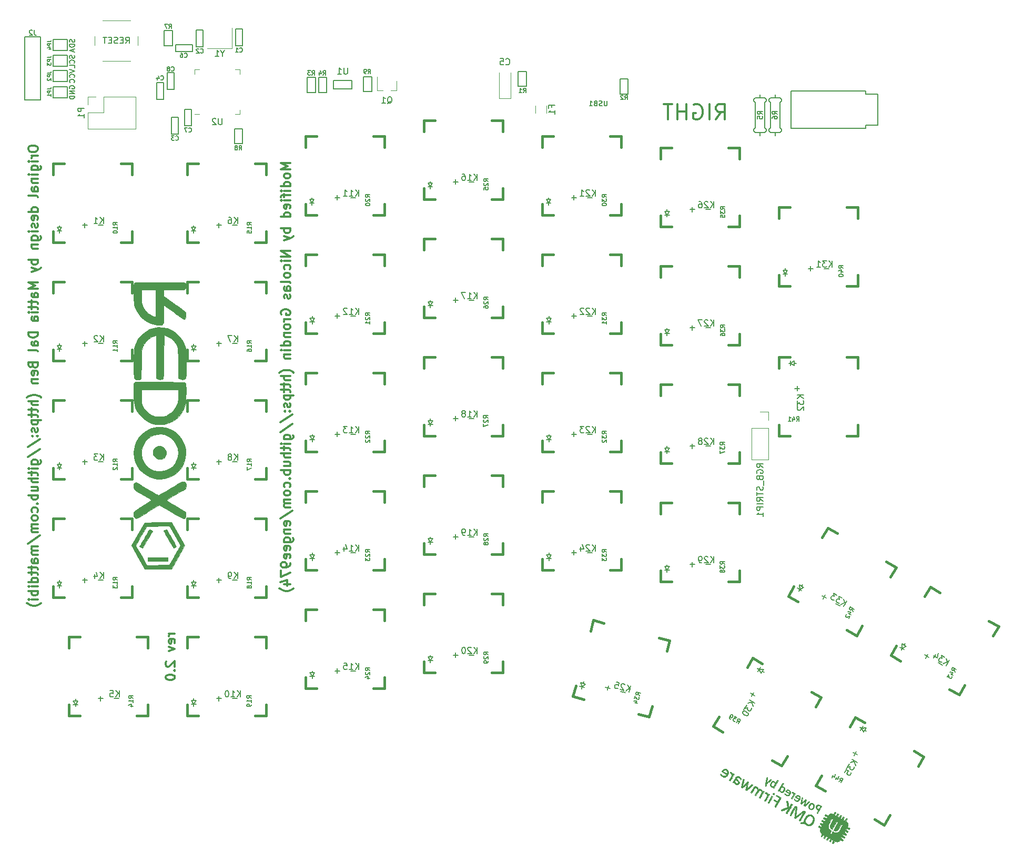
<source format=gbo>
G04 #@! TF.GenerationSoftware,KiCad,Pcbnew,(5.1.5)-3*
G04 #@! TF.CreationDate,2020-05-15T01:17:07+04:00*
G04 #@! TF.ProjectId,redox_rev2_ng-THT,7265646f-785f-4726-9576-325f6e672d54,2.0 NG*
G04 #@! TF.SameCoordinates,Original*
G04 #@! TF.FileFunction,Legend,Bot*
G04 #@! TF.FilePolarity,Positive*
%FSLAX46Y46*%
G04 Gerber Fmt 4.6, Leading zero omitted, Abs format (unit mm)*
G04 Created by KiCad (PCBNEW (5.1.5)-3) date 2020-05-15 01:17:07*
%MOMM*%
%LPD*%
G04 APERTURE LIST*
%ADD10C,0.300000*%
%ADD11C,0.150000*%
%ADD12C,0.120000*%
%ADD13C,0.381000*%
%ADD14C,0.200000*%
%ADD15C,0.010000*%
G04 APERTURE END LIST*
D10*
X123243571Y-60259428D02*
X121743571Y-60259428D01*
X122815000Y-60759428D01*
X121743571Y-61259428D01*
X123243571Y-61259428D01*
X123243571Y-62188000D02*
X123172142Y-62045142D01*
X123100714Y-61973714D01*
X122957857Y-61902285D01*
X122529285Y-61902285D01*
X122386428Y-61973714D01*
X122315000Y-62045142D01*
X122243571Y-62188000D01*
X122243571Y-62402285D01*
X122315000Y-62545142D01*
X122386428Y-62616571D01*
X122529285Y-62688000D01*
X122957857Y-62688000D01*
X123100714Y-62616571D01*
X123172142Y-62545142D01*
X123243571Y-62402285D01*
X123243571Y-62188000D01*
X123243571Y-63973714D02*
X121743571Y-63973714D01*
X123172142Y-63973714D02*
X123243571Y-63830857D01*
X123243571Y-63545142D01*
X123172142Y-63402285D01*
X123100714Y-63330857D01*
X122957857Y-63259428D01*
X122529285Y-63259428D01*
X122386428Y-63330857D01*
X122315000Y-63402285D01*
X122243571Y-63545142D01*
X122243571Y-63830857D01*
X122315000Y-63973714D01*
X123243571Y-64688000D02*
X122243571Y-64688000D01*
X121743571Y-64688000D02*
X121815000Y-64616571D01*
X121886428Y-64688000D01*
X121815000Y-64759428D01*
X121743571Y-64688000D01*
X121886428Y-64688000D01*
X122243571Y-65188000D02*
X122243571Y-65759428D01*
X123243571Y-65402285D02*
X121957857Y-65402285D01*
X121815000Y-65473714D01*
X121743571Y-65616571D01*
X121743571Y-65759428D01*
X123243571Y-66259428D02*
X122243571Y-66259428D01*
X121743571Y-66259428D02*
X121815000Y-66188000D01*
X121886428Y-66259428D01*
X121815000Y-66330857D01*
X121743571Y-66259428D01*
X121886428Y-66259428D01*
X123172142Y-67545142D02*
X123243571Y-67402285D01*
X123243571Y-67116571D01*
X123172142Y-66973714D01*
X123029285Y-66902285D01*
X122457857Y-66902285D01*
X122315000Y-66973714D01*
X122243571Y-67116571D01*
X122243571Y-67402285D01*
X122315000Y-67545142D01*
X122457857Y-67616571D01*
X122600714Y-67616571D01*
X122743571Y-66902285D01*
X123243571Y-68902285D02*
X121743571Y-68902285D01*
X123172142Y-68902285D02*
X123243571Y-68759428D01*
X123243571Y-68473714D01*
X123172142Y-68330857D01*
X123100714Y-68259428D01*
X122957857Y-68188000D01*
X122529285Y-68188000D01*
X122386428Y-68259428D01*
X122315000Y-68330857D01*
X122243571Y-68473714D01*
X122243571Y-68759428D01*
X122315000Y-68902285D01*
X123243571Y-70759428D02*
X121743571Y-70759428D01*
X122315000Y-70759428D02*
X122243571Y-70902285D01*
X122243571Y-71188000D01*
X122315000Y-71330857D01*
X122386428Y-71402285D01*
X122529285Y-71473714D01*
X122957857Y-71473714D01*
X123100714Y-71402285D01*
X123172142Y-71330857D01*
X123243571Y-71188000D01*
X123243571Y-70902285D01*
X123172142Y-70759428D01*
X122243571Y-71973714D02*
X123243571Y-72330857D01*
X122243571Y-72688000D02*
X123243571Y-72330857D01*
X123600714Y-72188000D01*
X123672142Y-72116571D01*
X123743571Y-71973714D01*
X123243571Y-74402285D02*
X121743571Y-74402285D01*
X123243571Y-75259428D01*
X121743571Y-75259428D01*
X123243571Y-75973714D02*
X122243571Y-75973714D01*
X121743571Y-75973714D02*
X121815000Y-75902285D01*
X121886428Y-75973714D01*
X121815000Y-76045142D01*
X121743571Y-75973714D01*
X121886428Y-75973714D01*
X123172142Y-77330857D02*
X123243571Y-77188000D01*
X123243571Y-76902285D01*
X123172142Y-76759428D01*
X123100714Y-76688000D01*
X122957857Y-76616571D01*
X122529285Y-76616571D01*
X122386428Y-76688000D01*
X122315000Y-76759428D01*
X122243571Y-76902285D01*
X122243571Y-77188000D01*
X122315000Y-77330857D01*
X123243571Y-78188000D02*
X123172142Y-78045142D01*
X123100714Y-77973714D01*
X122957857Y-77902285D01*
X122529285Y-77902285D01*
X122386428Y-77973714D01*
X122315000Y-78045142D01*
X122243571Y-78188000D01*
X122243571Y-78402285D01*
X122315000Y-78545142D01*
X122386428Y-78616571D01*
X122529285Y-78688000D01*
X122957857Y-78688000D01*
X123100714Y-78616571D01*
X123172142Y-78545142D01*
X123243571Y-78402285D01*
X123243571Y-78188000D01*
X123243571Y-79545142D02*
X123172142Y-79402285D01*
X123029285Y-79330857D01*
X121743571Y-79330857D01*
X123243571Y-80759428D02*
X122457857Y-80759428D01*
X122315000Y-80688000D01*
X122243571Y-80545142D01*
X122243571Y-80259428D01*
X122315000Y-80116571D01*
X123172142Y-80759428D02*
X123243571Y-80616571D01*
X123243571Y-80259428D01*
X123172142Y-80116571D01*
X123029285Y-80045142D01*
X122886428Y-80045142D01*
X122743571Y-80116571D01*
X122672142Y-80259428D01*
X122672142Y-80616571D01*
X122600714Y-80759428D01*
X123172142Y-81402285D02*
X123243571Y-81545142D01*
X123243571Y-81830857D01*
X123172142Y-81973714D01*
X123029285Y-82045142D01*
X122957857Y-82045142D01*
X122815000Y-81973714D01*
X122743571Y-81830857D01*
X122743571Y-81616571D01*
X122672142Y-81473714D01*
X122529285Y-81402285D01*
X122457857Y-81402285D01*
X122315000Y-81473714D01*
X122243571Y-81616571D01*
X122243571Y-81830857D01*
X122315000Y-81973714D01*
X121815000Y-84616571D02*
X121743571Y-84473714D01*
X121743571Y-84259428D01*
X121815000Y-84045142D01*
X121957857Y-83902285D01*
X122100714Y-83830857D01*
X122386428Y-83759428D01*
X122600714Y-83759428D01*
X122886428Y-83830857D01*
X123029285Y-83902285D01*
X123172142Y-84045142D01*
X123243571Y-84259428D01*
X123243571Y-84402285D01*
X123172142Y-84616571D01*
X123100714Y-84688000D01*
X122600714Y-84688000D01*
X122600714Y-84402285D01*
X123243571Y-85330857D02*
X122243571Y-85330857D01*
X122529285Y-85330857D02*
X122386428Y-85402285D01*
X122315000Y-85473714D01*
X122243571Y-85616571D01*
X122243571Y-85759428D01*
X123243571Y-86473714D02*
X123172142Y-86330857D01*
X123100714Y-86259428D01*
X122957857Y-86188000D01*
X122529285Y-86188000D01*
X122386428Y-86259428D01*
X122315000Y-86330857D01*
X122243571Y-86473714D01*
X122243571Y-86688000D01*
X122315000Y-86830857D01*
X122386428Y-86902285D01*
X122529285Y-86973714D01*
X122957857Y-86973714D01*
X123100714Y-86902285D01*
X123172142Y-86830857D01*
X123243571Y-86688000D01*
X123243571Y-86473714D01*
X122243571Y-87616571D02*
X123243571Y-87616571D01*
X122386428Y-87616571D02*
X122315000Y-87688000D01*
X122243571Y-87830857D01*
X122243571Y-88045142D01*
X122315000Y-88188000D01*
X122457857Y-88259428D01*
X123243571Y-88259428D01*
X123243571Y-89616571D02*
X121743571Y-89616571D01*
X123172142Y-89616571D02*
X123243571Y-89473714D01*
X123243571Y-89188000D01*
X123172142Y-89045142D01*
X123100714Y-88973714D01*
X122957857Y-88902285D01*
X122529285Y-88902285D01*
X122386428Y-88973714D01*
X122315000Y-89045142D01*
X122243571Y-89188000D01*
X122243571Y-89473714D01*
X122315000Y-89616571D01*
X123243571Y-90330857D02*
X122243571Y-90330857D01*
X121743571Y-90330857D02*
X121815000Y-90259428D01*
X121886428Y-90330857D01*
X121815000Y-90402285D01*
X121743571Y-90330857D01*
X121886428Y-90330857D01*
X122243571Y-91045142D02*
X123243571Y-91045142D01*
X122386428Y-91045142D02*
X122315000Y-91116571D01*
X122243571Y-91259428D01*
X122243571Y-91473714D01*
X122315000Y-91616571D01*
X122457857Y-91688000D01*
X123243571Y-91688000D01*
X123815000Y-93973714D02*
X123743571Y-93902285D01*
X123529285Y-93759428D01*
X123386428Y-93688000D01*
X123172142Y-93616571D01*
X122815000Y-93545142D01*
X122529285Y-93545142D01*
X122172142Y-93616571D01*
X121957857Y-93688000D01*
X121815000Y-93759428D01*
X121600714Y-93902285D01*
X121529285Y-93973714D01*
X123243571Y-94545142D02*
X121743571Y-94545142D01*
X123243571Y-95188000D02*
X122457857Y-95188000D01*
X122315000Y-95116571D01*
X122243571Y-94973714D01*
X122243571Y-94759428D01*
X122315000Y-94616571D01*
X122386428Y-94545142D01*
X122243571Y-95688000D02*
X122243571Y-96259428D01*
X121743571Y-95902285D02*
X123029285Y-95902285D01*
X123172142Y-95973714D01*
X123243571Y-96116571D01*
X123243571Y-96259428D01*
X122243571Y-96545142D02*
X122243571Y-97116571D01*
X121743571Y-96759428D02*
X123029285Y-96759428D01*
X123172142Y-96830857D01*
X123243571Y-96973714D01*
X123243571Y-97116571D01*
X122243571Y-97616571D02*
X123743571Y-97616571D01*
X122315000Y-97616571D02*
X122243571Y-97759428D01*
X122243571Y-98045142D01*
X122315000Y-98188000D01*
X122386428Y-98259428D01*
X122529285Y-98330857D01*
X122957857Y-98330857D01*
X123100714Y-98259428D01*
X123172142Y-98188000D01*
X123243571Y-98045142D01*
X123243571Y-97759428D01*
X123172142Y-97616571D01*
X123172142Y-98902285D02*
X123243571Y-99045142D01*
X123243571Y-99330857D01*
X123172142Y-99473714D01*
X123029285Y-99545142D01*
X122957857Y-99545142D01*
X122815000Y-99473714D01*
X122743571Y-99330857D01*
X122743571Y-99116571D01*
X122672142Y-98973714D01*
X122529285Y-98902285D01*
X122457857Y-98902285D01*
X122315000Y-98973714D01*
X122243571Y-99116571D01*
X122243571Y-99330857D01*
X122315000Y-99473714D01*
X123100714Y-100188000D02*
X123172142Y-100259428D01*
X123243571Y-100188000D01*
X123172142Y-100116571D01*
X123100714Y-100188000D01*
X123243571Y-100188000D01*
X122315000Y-100188000D02*
X122386428Y-100259428D01*
X122457857Y-100188000D01*
X122386428Y-100116571D01*
X122315000Y-100188000D01*
X122457857Y-100188000D01*
X121672142Y-101973714D02*
X123600714Y-100688000D01*
X121672142Y-103545142D02*
X123600714Y-102259428D01*
X122243571Y-104688000D02*
X123457857Y-104688000D01*
X123600714Y-104616571D01*
X123672142Y-104545142D01*
X123743571Y-104402285D01*
X123743571Y-104188000D01*
X123672142Y-104045142D01*
X123172142Y-104688000D02*
X123243571Y-104545142D01*
X123243571Y-104259428D01*
X123172142Y-104116571D01*
X123100714Y-104045142D01*
X122957857Y-103973714D01*
X122529285Y-103973714D01*
X122386428Y-104045142D01*
X122315000Y-104116571D01*
X122243571Y-104259428D01*
X122243571Y-104545142D01*
X122315000Y-104688000D01*
X123243571Y-105402285D02*
X122243571Y-105402285D01*
X121743571Y-105402285D02*
X121815000Y-105330857D01*
X121886428Y-105402285D01*
X121815000Y-105473714D01*
X121743571Y-105402285D01*
X121886428Y-105402285D01*
X122243571Y-105902285D02*
X122243571Y-106473714D01*
X121743571Y-106116571D02*
X123029285Y-106116571D01*
X123172142Y-106188000D01*
X123243571Y-106330857D01*
X123243571Y-106473714D01*
X123243571Y-106973714D02*
X121743571Y-106973714D01*
X123243571Y-107616571D02*
X122457857Y-107616571D01*
X122315000Y-107545142D01*
X122243571Y-107402285D01*
X122243571Y-107188000D01*
X122315000Y-107045142D01*
X122386428Y-106973714D01*
X122243571Y-108973714D02*
X123243571Y-108973714D01*
X122243571Y-108330857D02*
X123029285Y-108330857D01*
X123172142Y-108402285D01*
X123243571Y-108545142D01*
X123243571Y-108759428D01*
X123172142Y-108902285D01*
X123100714Y-108973714D01*
X123243571Y-109688000D02*
X121743571Y-109688000D01*
X122315000Y-109688000D02*
X122243571Y-109830857D01*
X122243571Y-110116571D01*
X122315000Y-110259428D01*
X122386428Y-110330857D01*
X122529285Y-110402285D01*
X122957857Y-110402285D01*
X123100714Y-110330857D01*
X123172142Y-110259428D01*
X123243571Y-110116571D01*
X123243571Y-109830857D01*
X123172142Y-109688000D01*
X123100714Y-111045142D02*
X123172142Y-111116571D01*
X123243571Y-111045142D01*
X123172142Y-110973714D01*
X123100714Y-111045142D01*
X123243571Y-111045142D01*
X123172142Y-112402285D02*
X123243571Y-112259428D01*
X123243571Y-111973714D01*
X123172142Y-111830857D01*
X123100714Y-111759428D01*
X122957857Y-111688000D01*
X122529285Y-111688000D01*
X122386428Y-111759428D01*
X122315000Y-111830857D01*
X122243571Y-111973714D01*
X122243571Y-112259428D01*
X122315000Y-112402285D01*
X123243571Y-113259428D02*
X123172142Y-113116571D01*
X123100714Y-113045142D01*
X122957857Y-112973714D01*
X122529285Y-112973714D01*
X122386428Y-113045142D01*
X122315000Y-113116571D01*
X122243571Y-113259428D01*
X122243571Y-113473714D01*
X122315000Y-113616571D01*
X122386428Y-113688000D01*
X122529285Y-113759428D01*
X122957857Y-113759428D01*
X123100714Y-113688000D01*
X123172142Y-113616571D01*
X123243571Y-113473714D01*
X123243571Y-113259428D01*
X123243571Y-114402285D02*
X122243571Y-114402285D01*
X122386428Y-114402285D02*
X122315000Y-114473714D01*
X122243571Y-114616571D01*
X122243571Y-114830857D01*
X122315000Y-114973714D01*
X122457857Y-115045142D01*
X123243571Y-115045142D01*
X122457857Y-115045142D02*
X122315000Y-115116571D01*
X122243571Y-115259428D01*
X122243571Y-115473714D01*
X122315000Y-115616571D01*
X122457857Y-115688000D01*
X123243571Y-115688000D01*
X121672142Y-117473714D02*
X123600714Y-116188000D01*
X123172142Y-118545142D02*
X123243571Y-118402285D01*
X123243571Y-118116571D01*
X123172142Y-117973714D01*
X123029285Y-117902285D01*
X122457857Y-117902285D01*
X122315000Y-117973714D01*
X122243571Y-118116571D01*
X122243571Y-118402285D01*
X122315000Y-118545142D01*
X122457857Y-118616571D01*
X122600714Y-118616571D01*
X122743571Y-117902285D01*
X122243571Y-119259428D02*
X123243571Y-119259428D01*
X122386428Y-119259428D02*
X122315000Y-119330857D01*
X122243571Y-119473714D01*
X122243571Y-119688000D01*
X122315000Y-119830857D01*
X122457857Y-119902285D01*
X123243571Y-119902285D01*
X122243571Y-121259428D02*
X123457857Y-121259428D01*
X123600714Y-121188000D01*
X123672142Y-121116571D01*
X123743571Y-120973714D01*
X123743571Y-120759428D01*
X123672142Y-120616571D01*
X123172142Y-121259428D02*
X123243571Y-121116571D01*
X123243571Y-120830857D01*
X123172142Y-120688000D01*
X123100714Y-120616571D01*
X122957857Y-120545142D01*
X122529285Y-120545142D01*
X122386428Y-120616571D01*
X122315000Y-120688000D01*
X122243571Y-120830857D01*
X122243571Y-121116571D01*
X122315000Y-121259428D01*
X123172142Y-122545142D02*
X123243571Y-122402285D01*
X123243571Y-122116571D01*
X123172142Y-121973714D01*
X123029285Y-121902285D01*
X122457857Y-121902285D01*
X122315000Y-121973714D01*
X122243571Y-122116571D01*
X122243571Y-122402285D01*
X122315000Y-122545142D01*
X122457857Y-122616571D01*
X122600714Y-122616571D01*
X122743571Y-121902285D01*
X123172142Y-123830857D02*
X123243571Y-123688000D01*
X123243571Y-123402285D01*
X123172142Y-123259428D01*
X123029285Y-123188000D01*
X122457857Y-123188000D01*
X122315000Y-123259428D01*
X122243571Y-123402285D01*
X122243571Y-123688000D01*
X122315000Y-123830857D01*
X122457857Y-123902285D01*
X122600714Y-123902285D01*
X122743571Y-123188000D01*
X123243571Y-124616571D02*
X123243571Y-124902285D01*
X123172142Y-125045142D01*
X123100714Y-125116571D01*
X122886428Y-125259428D01*
X122600714Y-125330857D01*
X122029285Y-125330857D01*
X121886428Y-125259428D01*
X121815000Y-125188000D01*
X121743571Y-125045142D01*
X121743571Y-124759428D01*
X121815000Y-124616571D01*
X121886428Y-124545142D01*
X122029285Y-124473714D01*
X122386428Y-124473714D01*
X122529285Y-124545142D01*
X122600714Y-124616571D01*
X122672142Y-124759428D01*
X122672142Y-125045142D01*
X122600714Y-125188000D01*
X122529285Y-125259428D01*
X122386428Y-125330857D01*
X121743571Y-125830857D02*
X121743571Y-126830857D01*
X123243571Y-126188000D01*
X122243571Y-128045142D02*
X123243571Y-128045142D01*
X121672142Y-127688000D02*
X122743571Y-127330857D01*
X122743571Y-128259428D01*
X123815000Y-128688000D02*
X123743571Y-128759428D01*
X123529285Y-128902285D01*
X123386428Y-128973714D01*
X123172142Y-129045142D01*
X122815000Y-129116571D01*
X122529285Y-129116571D01*
X122172142Y-129045142D01*
X121957857Y-128973714D01*
X121815000Y-128902285D01*
X121600714Y-128759428D01*
X121529285Y-128688000D01*
D11*
X87711904Y-45183333D02*
X88511904Y-45450000D01*
X87711904Y-45716666D01*
X88435714Y-46440476D02*
X88473809Y-46402380D01*
X88511904Y-46288095D01*
X88511904Y-46211904D01*
X88473809Y-46097619D01*
X88397619Y-46021428D01*
X88321428Y-45983333D01*
X88169047Y-45945238D01*
X88054761Y-45945238D01*
X87902380Y-45983333D01*
X87826190Y-46021428D01*
X87750000Y-46097619D01*
X87711904Y-46211904D01*
X87711904Y-46288095D01*
X87750000Y-46402380D01*
X87788095Y-46440476D01*
X88435714Y-47240476D02*
X88473809Y-47202380D01*
X88511904Y-47088095D01*
X88511904Y-47011904D01*
X88473809Y-46897619D01*
X88397619Y-46821428D01*
X88321428Y-46783333D01*
X88169047Y-46745238D01*
X88054761Y-46745238D01*
X87902380Y-46783333D01*
X87826190Y-46821428D01*
X87750000Y-46897619D01*
X87711904Y-47011904D01*
X87711904Y-47088095D01*
X87750000Y-47202380D01*
X87788095Y-47240476D01*
X87750000Y-48240476D02*
X87711904Y-48164285D01*
X87711904Y-48050000D01*
X87750000Y-47935714D01*
X87826190Y-47859523D01*
X87902380Y-47821428D01*
X88054761Y-47783333D01*
X88169047Y-47783333D01*
X88321428Y-47821428D01*
X88397619Y-47859523D01*
X88473809Y-47935714D01*
X88511904Y-48050000D01*
X88511904Y-48126190D01*
X88473809Y-48240476D01*
X88435714Y-48278571D01*
X88169047Y-48278571D01*
X88169047Y-48126190D01*
X88511904Y-48621428D02*
X87711904Y-48621428D01*
X88511904Y-49078571D01*
X87711904Y-49078571D01*
X88511904Y-49459523D02*
X87711904Y-49459523D01*
X87711904Y-49650000D01*
X87750000Y-49764285D01*
X87826190Y-49840476D01*
X87902380Y-49878571D01*
X88054761Y-49916666D01*
X88169047Y-49916666D01*
X88321428Y-49878571D01*
X88397619Y-49840476D01*
X88473809Y-49764285D01*
X88511904Y-49650000D01*
X88511904Y-49459523D01*
X88473809Y-42897619D02*
X88511904Y-43011904D01*
X88511904Y-43202380D01*
X88473809Y-43278571D01*
X88435714Y-43316666D01*
X88359523Y-43354761D01*
X88283333Y-43354761D01*
X88207142Y-43316666D01*
X88169047Y-43278571D01*
X88130952Y-43202380D01*
X88092857Y-43050000D01*
X88054761Y-42973809D01*
X88016666Y-42935714D01*
X87940476Y-42897619D01*
X87864285Y-42897619D01*
X87788095Y-42935714D01*
X87750000Y-42973809D01*
X87711904Y-43050000D01*
X87711904Y-43240476D01*
X87750000Y-43354761D01*
X88435714Y-44154761D02*
X88473809Y-44116666D01*
X88511904Y-44002380D01*
X88511904Y-43926190D01*
X88473809Y-43811904D01*
X88397619Y-43735714D01*
X88321428Y-43697619D01*
X88169047Y-43659523D01*
X88054761Y-43659523D01*
X87902380Y-43697619D01*
X87826190Y-43735714D01*
X87750000Y-43811904D01*
X87711904Y-43926190D01*
X87711904Y-44002380D01*
X87750000Y-44116666D01*
X87788095Y-44154761D01*
X88511904Y-44878571D02*
X88511904Y-44497619D01*
X87711904Y-44497619D01*
X88473809Y-40328571D02*
X88511904Y-40442857D01*
X88511904Y-40633333D01*
X88473809Y-40709523D01*
X88435714Y-40747619D01*
X88359523Y-40785714D01*
X88283333Y-40785714D01*
X88207142Y-40747619D01*
X88169047Y-40709523D01*
X88130952Y-40633333D01*
X88092857Y-40480952D01*
X88054761Y-40404761D01*
X88016666Y-40366666D01*
X87940476Y-40328571D01*
X87864285Y-40328571D01*
X87788095Y-40366666D01*
X87750000Y-40404761D01*
X87711904Y-40480952D01*
X87711904Y-40671428D01*
X87750000Y-40785714D01*
X88511904Y-41128571D02*
X87711904Y-41128571D01*
X87711904Y-41319047D01*
X87750000Y-41433333D01*
X87826190Y-41509523D01*
X87902380Y-41547619D01*
X88054761Y-41585714D01*
X88169047Y-41585714D01*
X88321428Y-41547619D01*
X88397619Y-41509523D01*
X88473809Y-41433333D01*
X88511904Y-41319047D01*
X88511904Y-41128571D01*
X88283333Y-41890476D02*
X88283333Y-42271428D01*
X88511904Y-41814285D02*
X87711904Y-42080952D01*
X88511904Y-42347619D01*
D10*
X104678571Y-136021428D02*
X103678571Y-136021428D01*
X103964285Y-136021428D02*
X103821428Y-136092857D01*
X103750000Y-136164285D01*
X103678571Y-136307142D01*
X103678571Y-136450000D01*
X104607142Y-137521428D02*
X104678571Y-137378571D01*
X104678571Y-137092857D01*
X104607142Y-136950000D01*
X104464285Y-136878571D01*
X103892857Y-136878571D01*
X103750000Y-136950000D01*
X103678571Y-137092857D01*
X103678571Y-137378571D01*
X103750000Y-137521428D01*
X103892857Y-137592857D01*
X104035714Y-137592857D01*
X104178571Y-136878571D01*
X103678571Y-138092857D02*
X104678571Y-138450000D01*
X103678571Y-138807142D01*
X103321428Y-140450000D02*
X103250000Y-140521428D01*
X103178571Y-140664285D01*
X103178571Y-141021428D01*
X103250000Y-141164285D01*
X103321428Y-141235714D01*
X103464285Y-141307142D01*
X103607142Y-141307142D01*
X103821428Y-141235714D01*
X104678571Y-140378571D01*
X104678571Y-141307142D01*
X104535714Y-141950000D02*
X104607142Y-142021428D01*
X104678571Y-141950000D01*
X104607142Y-141878571D01*
X104535714Y-141950000D01*
X104678571Y-141950000D01*
X103178571Y-142950000D02*
X103178571Y-143092857D01*
X103250000Y-143235714D01*
X103321428Y-143307142D01*
X103464285Y-143378571D01*
X103750000Y-143450000D01*
X104107142Y-143450000D01*
X104392857Y-143378571D01*
X104535714Y-143307142D01*
X104607142Y-143235714D01*
X104678571Y-143092857D01*
X104678571Y-142950000D01*
X104607142Y-142807142D01*
X104535714Y-142735714D01*
X104392857Y-142664285D01*
X104107142Y-142592857D01*
X103750000Y-142592857D01*
X103464285Y-142664285D01*
X103321428Y-142735714D01*
X103250000Y-142807142D01*
X103178571Y-142950000D01*
X81093571Y-57773714D02*
X81093571Y-58059428D01*
X81165000Y-58202285D01*
X81307857Y-58345142D01*
X81593571Y-58416571D01*
X82093571Y-58416571D01*
X82379285Y-58345142D01*
X82522142Y-58202285D01*
X82593571Y-58059428D01*
X82593571Y-57773714D01*
X82522142Y-57630857D01*
X82379285Y-57487999D01*
X82093571Y-57416571D01*
X81593571Y-57416571D01*
X81307857Y-57487999D01*
X81165000Y-57630857D01*
X81093571Y-57773714D01*
X82593571Y-59059428D02*
X81593571Y-59059428D01*
X81879285Y-59059428D02*
X81736428Y-59130857D01*
X81665000Y-59202285D01*
X81593571Y-59345142D01*
X81593571Y-59487999D01*
X82593571Y-59987999D02*
X81593571Y-59987999D01*
X81093571Y-59987999D02*
X81165000Y-59916571D01*
X81236428Y-59987999D01*
X81165000Y-60059428D01*
X81093571Y-59987999D01*
X81236428Y-59987999D01*
X81593571Y-61345142D02*
X82807857Y-61345142D01*
X82950714Y-61273714D01*
X83022142Y-61202285D01*
X83093571Y-61059428D01*
X83093571Y-60845142D01*
X83022142Y-60702285D01*
X82522142Y-61345142D02*
X82593571Y-61202285D01*
X82593571Y-60916571D01*
X82522142Y-60773714D01*
X82450714Y-60702285D01*
X82307857Y-60630857D01*
X81879285Y-60630857D01*
X81736428Y-60702285D01*
X81665000Y-60773714D01*
X81593571Y-60916571D01*
X81593571Y-61202285D01*
X81665000Y-61345142D01*
X82593571Y-62059428D02*
X81593571Y-62059428D01*
X81093571Y-62059428D02*
X81165000Y-61987999D01*
X81236428Y-62059428D01*
X81165000Y-62130857D01*
X81093571Y-62059428D01*
X81236428Y-62059428D01*
X81593571Y-62773714D02*
X82593571Y-62773714D01*
X81736428Y-62773714D02*
X81665000Y-62845142D01*
X81593571Y-62987999D01*
X81593571Y-63202285D01*
X81665000Y-63345142D01*
X81807857Y-63416571D01*
X82593571Y-63416571D01*
X82593571Y-64773714D02*
X81807857Y-64773714D01*
X81665000Y-64702285D01*
X81593571Y-64559428D01*
X81593571Y-64273714D01*
X81665000Y-64130857D01*
X82522142Y-64773714D02*
X82593571Y-64630857D01*
X82593571Y-64273714D01*
X82522142Y-64130857D01*
X82379285Y-64059428D01*
X82236428Y-64059428D01*
X82093571Y-64130857D01*
X82022142Y-64273714D01*
X82022142Y-64630857D01*
X81950714Y-64773714D01*
X82593571Y-65702285D02*
X82522142Y-65559428D01*
X82379285Y-65487999D01*
X81093571Y-65487999D01*
X82593571Y-68059428D02*
X81093571Y-68059428D01*
X82522142Y-68059428D02*
X82593571Y-67916571D01*
X82593571Y-67630857D01*
X82522142Y-67487999D01*
X82450714Y-67416571D01*
X82307857Y-67345142D01*
X81879285Y-67345142D01*
X81736428Y-67416571D01*
X81665000Y-67487999D01*
X81593571Y-67630857D01*
X81593571Y-67916571D01*
X81665000Y-68059428D01*
X82522142Y-69345142D02*
X82593571Y-69202285D01*
X82593571Y-68916571D01*
X82522142Y-68773714D01*
X82379285Y-68702285D01*
X81807857Y-68702285D01*
X81665000Y-68773714D01*
X81593571Y-68916571D01*
X81593571Y-69202285D01*
X81665000Y-69345142D01*
X81807857Y-69416571D01*
X81950714Y-69416571D01*
X82093571Y-68702285D01*
X82522142Y-69987999D02*
X82593571Y-70130857D01*
X82593571Y-70416571D01*
X82522142Y-70559428D01*
X82379285Y-70630857D01*
X82307857Y-70630857D01*
X82165000Y-70559428D01*
X82093571Y-70416571D01*
X82093571Y-70202285D01*
X82022142Y-70059428D01*
X81879285Y-69987999D01*
X81807857Y-69987999D01*
X81665000Y-70059428D01*
X81593571Y-70202285D01*
X81593571Y-70416571D01*
X81665000Y-70559428D01*
X82593571Y-71273714D02*
X81593571Y-71273714D01*
X81093571Y-71273714D02*
X81165000Y-71202285D01*
X81236428Y-71273714D01*
X81165000Y-71345142D01*
X81093571Y-71273714D01*
X81236428Y-71273714D01*
X81593571Y-72630857D02*
X82807857Y-72630857D01*
X82950714Y-72559428D01*
X83022142Y-72487999D01*
X83093571Y-72345142D01*
X83093571Y-72130857D01*
X83022142Y-71987999D01*
X82522142Y-72630857D02*
X82593571Y-72487999D01*
X82593571Y-72202285D01*
X82522142Y-72059428D01*
X82450714Y-71987999D01*
X82307857Y-71916571D01*
X81879285Y-71916571D01*
X81736428Y-71987999D01*
X81665000Y-72059428D01*
X81593571Y-72202285D01*
X81593571Y-72487999D01*
X81665000Y-72630857D01*
X81593571Y-73345142D02*
X82593571Y-73345142D01*
X81736428Y-73345142D02*
X81665000Y-73416571D01*
X81593571Y-73559428D01*
X81593571Y-73773714D01*
X81665000Y-73916571D01*
X81807857Y-73987999D01*
X82593571Y-73987999D01*
X82593571Y-75845142D02*
X81093571Y-75845142D01*
X81665000Y-75845142D02*
X81593571Y-75987999D01*
X81593571Y-76273714D01*
X81665000Y-76416571D01*
X81736428Y-76487999D01*
X81879285Y-76559428D01*
X82307857Y-76559428D01*
X82450714Y-76487999D01*
X82522142Y-76416571D01*
X82593571Y-76273714D01*
X82593571Y-75987999D01*
X82522142Y-75845142D01*
X81593571Y-77059428D02*
X82593571Y-77416571D01*
X81593571Y-77773714D02*
X82593571Y-77416571D01*
X82950714Y-77273714D01*
X83022142Y-77202285D01*
X83093571Y-77059428D01*
X82593571Y-79487999D02*
X81093571Y-79487999D01*
X82165000Y-79987999D01*
X81093571Y-80487999D01*
X82593571Y-80487999D01*
X82593571Y-81845142D02*
X81807857Y-81845142D01*
X81665000Y-81773714D01*
X81593571Y-81630857D01*
X81593571Y-81345142D01*
X81665000Y-81202285D01*
X82522142Y-81845142D02*
X82593571Y-81702285D01*
X82593571Y-81345142D01*
X82522142Y-81202285D01*
X82379285Y-81130857D01*
X82236428Y-81130857D01*
X82093571Y-81202285D01*
X82022142Y-81345142D01*
X82022142Y-81702285D01*
X81950714Y-81845142D01*
X81593571Y-82345142D02*
X81593571Y-82916571D01*
X81093571Y-82559428D02*
X82379285Y-82559428D01*
X82522142Y-82630857D01*
X82593571Y-82773714D01*
X82593571Y-82916571D01*
X81593571Y-83202285D02*
X81593571Y-83773714D01*
X81093571Y-83416571D02*
X82379285Y-83416571D01*
X82522142Y-83487999D01*
X82593571Y-83630857D01*
X82593571Y-83773714D01*
X82593571Y-84273714D02*
X81593571Y-84273714D01*
X81093571Y-84273714D02*
X81165000Y-84202285D01*
X81236428Y-84273714D01*
X81165000Y-84345142D01*
X81093571Y-84273714D01*
X81236428Y-84273714D01*
X82593571Y-85630857D02*
X81807857Y-85630857D01*
X81665000Y-85559428D01*
X81593571Y-85416571D01*
X81593571Y-85130857D01*
X81665000Y-84988000D01*
X82522142Y-85630857D02*
X82593571Y-85488000D01*
X82593571Y-85130857D01*
X82522142Y-84988000D01*
X82379285Y-84916571D01*
X82236428Y-84916571D01*
X82093571Y-84988000D01*
X82022142Y-85130857D01*
X82022142Y-85488000D01*
X81950714Y-85630857D01*
X82593571Y-87488000D02*
X81093571Y-87488000D01*
X81093571Y-87845142D01*
X81165000Y-88059428D01*
X81307857Y-88202285D01*
X81450714Y-88273714D01*
X81736428Y-88345142D01*
X81950714Y-88345142D01*
X82236428Y-88273714D01*
X82379285Y-88202285D01*
X82522142Y-88059428D01*
X82593571Y-87845142D01*
X82593571Y-87488000D01*
X82593571Y-89630857D02*
X81807857Y-89630857D01*
X81665000Y-89559428D01*
X81593571Y-89416571D01*
X81593571Y-89130857D01*
X81665000Y-88988000D01*
X82522142Y-89630857D02*
X82593571Y-89488000D01*
X82593571Y-89130857D01*
X82522142Y-88988000D01*
X82379285Y-88916571D01*
X82236428Y-88916571D01*
X82093571Y-88988000D01*
X82022142Y-89130857D01*
X82022142Y-89488000D01*
X81950714Y-89630857D01*
X82593571Y-90559428D02*
X82522142Y-90416571D01*
X82379285Y-90345142D01*
X81093571Y-90345142D01*
X81807857Y-92773714D02*
X81879285Y-92988000D01*
X81950714Y-93059428D01*
X82093571Y-93130857D01*
X82307857Y-93130857D01*
X82450714Y-93059428D01*
X82522142Y-92988000D01*
X82593571Y-92845142D01*
X82593571Y-92273714D01*
X81093571Y-92273714D01*
X81093571Y-92773714D01*
X81165000Y-92916571D01*
X81236428Y-92988000D01*
X81379285Y-93059428D01*
X81522142Y-93059428D01*
X81665000Y-92988000D01*
X81736428Y-92916571D01*
X81807857Y-92773714D01*
X81807857Y-92273714D01*
X82522142Y-94345142D02*
X82593571Y-94202285D01*
X82593571Y-93916571D01*
X82522142Y-93773714D01*
X82379285Y-93702285D01*
X81807857Y-93702285D01*
X81665000Y-93773714D01*
X81593571Y-93916571D01*
X81593571Y-94202285D01*
X81665000Y-94345142D01*
X81807857Y-94416571D01*
X81950714Y-94416571D01*
X82093571Y-93702285D01*
X81593571Y-95059428D02*
X82593571Y-95059428D01*
X81736428Y-95059428D02*
X81665000Y-95130857D01*
X81593571Y-95273714D01*
X81593571Y-95487999D01*
X81665000Y-95630857D01*
X81807857Y-95702285D01*
X82593571Y-95702285D01*
X83165000Y-97987999D02*
X83093571Y-97916571D01*
X82879285Y-97773714D01*
X82736428Y-97702285D01*
X82522142Y-97630857D01*
X82165000Y-97559428D01*
X81879285Y-97559428D01*
X81522142Y-97630857D01*
X81307857Y-97702285D01*
X81165000Y-97773714D01*
X80950714Y-97916571D01*
X80879285Y-97987999D01*
X82593571Y-98559428D02*
X81093571Y-98559428D01*
X82593571Y-99202285D02*
X81807857Y-99202285D01*
X81665000Y-99130857D01*
X81593571Y-98987999D01*
X81593571Y-98773714D01*
X81665000Y-98630857D01*
X81736428Y-98559428D01*
X81593571Y-99702285D02*
X81593571Y-100273714D01*
X81093571Y-99916571D02*
X82379285Y-99916571D01*
X82522142Y-99987999D01*
X82593571Y-100130857D01*
X82593571Y-100273714D01*
X81593571Y-100559428D02*
X81593571Y-101130857D01*
X81093571Y-100773714D02*
X82379285Y-100773714D01*
X82522142Y-100845142D01*
X82593571Y-100987999D01*
X82593571Y-101130857D01*
X81593571Y-101630857D02*
X83093571Y-101630857D01*
X81665000Y-101630857D02*
X81593571Y-101773714D01*
X81593571Y-102059428D01*
X81665000Y-102202285D01*
X81736428Y-102273714D01*
X81879285Y-102345142D01*
X82307857Y-102345142D01*
X82450714Y-102273714D01*
X82522142Y-102202285D01*
X82593571Y-102059428D01*
X82593571Y-101773714D01*
X82522142Y-101630857D01*
X82522142Y-102916571D02*
X82593571Y-103059428D01*
X82593571Y-103345142D01*
X82522142Y-103488000D01*
X82379285Y-103559428D01*
X82307857Y-103559428D01*
X82165000Y-103488000D01*
X82093571Y-103345142D01*
X82093571Y-103130857D01*
X82022142Y-102988000D01*
X81879285Y-102916571D01*
X81807857Y-102916571D01*
X81665000Y-102988000D01*
X81593571Y-103130857D01*
X81593571Y-103345142D01*
X81665000Y-103488000D01*
X82450714Y-104202285D02*
X82522142Y-104273714D01*
X82593571Y-104202285D01*
X82522142Y-104130857D01*
X82450714Y-104202285D01*
X82593571Y-104202285D01*
X81665000Y-104202285D02*
X81736428Y-104273714D01*
X81807857Y-104202285D01*
X81736428Y-104130857D01*
X81665000Y-104202285D01*
X81807857Y-104202285D01*
X81022142Y-105987999D02*
X82950714Y-104702285D01*
X81022142Y-107559428D02*
X82950714Y-106273714D01*
X81593571Y-108702285D02*
X82807857Y-108702285D01*
X82950714Y-108630857D01*
X83022142Y-108559428D01*
X83093571Y-108416571D01*
X83093571Y-108202285D01*
X83022142Y-108059428D01*
X82522142Y-108702285D02*
X82593571Y-108559428D01*
X82593571Y-108273714D01*
X82522142Y-108130857D01*
X82450714Y-108059428D01*
X82307857Y-107987999D01*
X81879285Y-107987999D01*
X81736428Y-108059428D01*
X81665000Y-108130857D01*
X81593571Y-108273714D01*
X81593571Y-108559428D01*
X81665000Y-108702285D01*
X82593571Y-109416571D02*
X81593571Y-109416571D01*
X81093571Y-109416571D02*
X81165000Y-109345142D01*
X81236428Y-109416571D01*
X81165000Y-109487999D01*
X81093571Y-109416571D01*
X81236428Y-109416571D01*
X81593571Y-109916571D02*
X81593571Y-110487999D01*
X81093571Y-110130857D02*
X82379285Y-110130857D01*
X82522142Y-110202285D01*
X82593571Y-110345142D01*
X82593571Y-110487999D01*
X82593571Y-110987999D02*
X81093571Y-110987999D01*
X82593571Y-111630857D02*
X81807857Y-111630857D01*
X81665000Y-111559428D01*
X81593571Y-111416571D01*
X81593571Y-111202285D01*
X81665000Y-111059428D01*
X81736428Y-110987999D01*
X81593571Y-112987999D02*
X82593571Y-112987999D01*
X81593571Y-112345142D02*
X82379285Y-112345142D01*
X82522142Y-112416571D01*
X82593571Y-112559428D01*
X82593571Y-112773714D01*
X82522142Y-112916571D01*
X82450714Y-112987999D01*
X82593571Y-113702285D02*
X81093571Y-113702285D01*
X81665000Y-113702285D02*
X81593571Y-113845142D01*
X81593571Y-114130857D01*
X81665000Y-114273714D01*
X81736428Y-114345142D01*
X81879285Y-114416571D01*
X82307857Y-114416571D01*
X82450714Y-114345142D01*
X82522142Y-114273714D01*
X82593571Y-114130857D01*
X82593571Y-113845142D01*
X82522142Y-113702285D01*
X82450714Y-115059428D02*
X82522142Y-115130857D01*
X82593571Y-115059428D01*
X82522142Y-114988000D01*
X82450714Y-115059428D01*
X82593571Y-115059428D01*
X82522142Y-116416571D02*
X82593571Y-116273714D01*
X82593571Y-115988000D01*
X82522142Y-115845142D01*
X82450714Y-115773714D01*
X82307857Y-115702285D01*
X81879285Y-115702285D01*
X81736428Y-115773714D01*
X81665000Y-115845142D01*
X81593571Y-115988000D01*
X81593571Y-116273714D01*
X81665000Y-116416571D01*
X82593571Y-117273714D02*
X82522142Y-117130857D01*
X82450714Y-117059428D01*
X82307857Y-116988000D01*
X81879285Y-116988000D01*
X81736428Y-117059428D01*
X81665000Y-117130857D01*
X81593571Y-117273714D01*
X81593571Y-117488000D01*
X81665000Y-117630857D01*
X81736428Y-117702285D01*
X81879285Y-117773714D01*
X82307857Y-117773714D01*
X82450714Y-117702285D01*
X82522142Y-117630857D01*
X82593571Y-117488000D01*
X82593571Y-117273714D01*
X82593571Y-118416571D02*
X81593571Y-118416571D01*
X81736428Y-118416571D02*
X81665000Y-118488000D01*
X81593571Y-118630857D01*
X81593571Y-118845142D01*
X81665000Y-118988000D01*
X81807857Y-119059428D01*
X82593571Y-119059428D01*
X81807857Y-119059428D02*
X81665000Y-119130857D01*
X81593571Y-119273714D01*
X81593571Y-119488000D01*
X81665000Y-119630857D01*
X81807857Y-119702285D01*
X82593571Y-119702285D01*
X81022142Y-121488000D02*
X82950714Y-120202285D01*
X82593571Y-121987999D02*
X81593571Y-121987999D01*
X81736428Y-121987999D02*
X81665000Y-122059428D01*
X81593571Y-122202285D01*
X81593571Y-122416571D01*
X81665000Y-122559428D01*
X81807857Y-122630857D01*
X82593571Y-122630857D01*
X81807857Y-122630857D02*
X81665000Y-122702285D01*
X81593571Y-122845142D01*
X81593571Y-123059428D01*
X81665000Y-123202285D01*
X81807857Y-123273714D01*
X82593571Y-123273714D01*
X82593571Y-124630857D02*
X81807857Y-124630857D01*
X81665000Y-124559428D01*
X81593571Y-124416571D01*
X81593571Y-124130857D01*
X81665000Y-123988000D01*
X82522142Y-124630857D02*
X82593571Y-124488000D01*
X82593571Y-124130857D01*
X82522142Y-123988000D01*
X82379285Y-123916571D01*
X82236428Y-123916571D01*
X82093571Y-123988000D01*
X82022142Y-124130857D01*
X82022142Y-124488000D01*
X81950714Y-124630857D01*
X81593571Y-125130857D02*
X81593571Y-125702285D01*
X81093571Y-125345142D02*
X82379285Y-125345142D01*
X82522142Y-125416571D01*
X82593571Y-125559428D01*
X82593571Y-125702285D01*
X81593571Y-125988000D02*
X81593571Y-126559428D01*
X81093571Y-126202285D02*
X82379285Y-126202285D01*
X82522142Y-126273714D01*
X82593571Y-126416571D01*
X82593571Y-126559428D01*
X82593571Y-127702285D02*
X81093571Y-127702285D01*
X82522142Y-127702285D02*
X82593571Y-127559428D01*
X82593571Y-127273714D01*
X82522142Y-127130857D01*
X82450714Y-127059428D01*
X82307857Y-126988000D01*
X81879285Y-126988000D01*
X81736428Y-127059428D01*
X81665000Y-127130857D01*
X81593571Y-127273714D01*
X81593571Y-127559428D01*
X81665000Y-127702285D01*
X82593571Y-128416571D02*
X81593571Y-128416571D01*
X81093571Y-128416571D02*
X81165000Y-128345142D01*
X81236428Y-128416571D01*
X81165000Y-128488000D01*
X81093571Y-128416571D01*
X81236428Y-128416571D01*
X82593571Y-129130857D02*
X81093571Y-129130857D01*
X81665000Y-129130857D02*
X81593571Y-129273714D01*
X81593571Y-129559428D01*
X81665000Y-129702285D01*
X81736428Y-129773714D01*
X81879285Y-129845142D01*
X82307857Y-129845142D01*
X82450714Y-129773714D01*
X82522142Y-129702285D01*
X82593571Y-129559428D01*
X82593571Y-129273714D01*
X82522142Y-129130857D01*
X82593571Y-130488000D02*
X81593571Y-130488000D01*
X81093571Y-130488000D02*
X81165000Y-130416571D01*
X81236428Y-130488000D01*
X81165000Y-130559428D01*
X81093571Y-130488000D01*
X81236428Y-130488000D01*
X83165000Y-131059428D02*
X83093571Y-131130857D01*
X82879285Y-131273714D01*
X82736428Y-131345142D01*
X82522142Y-131416571D01*
X82165000Y-131488000D01*
X81879285Y-131488000D01*
X81522142Y-131416571D01*
X81307857Y-131345142D01*
X81165000Y-131273714D01*
X80950714Y-131130857D01*
X80879285Y-131059428D01*
X191793333Y-53230952D02*
X192626666Y-52040476D01*
X193221904Y-53230952D02*
X193221904Y-50730952D01*
X192269523Y-50730952D01*
X192031428Y-50850000D01*
X191912380Y-50969047D01*
X191793333Y-51207142D01*
X191793333Y-51564285D01*
X191912380Y-51802380D01*
X192031428Y-51921428D01*
X192269523Y-52040476D01*
X193221904Y-52040476D01*
X190721904Y-53230952D02*
X190721904Y-50730952D01*
X188221904Y-50850000D02*
X188460000Y-50730952D01*
X188817142Y-50730952D01*
X189174285Y-50850000D01*
X189412380Y-51088095D01*
X189531428Y-51326190D01*
X189650476Y-51802380D01*
X189650476Y-52159523D01*
X189531428Y-52635714D01*
X189412380Y-52873809D01*
X189174285Y-53111904D01*
X188817142Y-53230952D01*
X188579047Y-53230952D01*
X188221904Y-53111904D01*
X188102857Y-52992857D01*
X188102857Y-52159523D01*
X188579047Y-52159523D01*
X187031428Y-53230952D02*
X187031428Y-50730952D01*
X187031428Y-51921428D02*
X185602857Y-51921428D01*
X185602857Y-53230952D02*
X185602857Y-50730952D01*
X184769523Y-50730952D02*
X183340952Y-50730952D01*
X184055238Y-53230952D02*
X184055238Y-50730952D01*
D12*
X93000000Y-37300000D02*
X97500000Y-37300000D01*
X91750000Y-41300000D02*
X91750000Y-39800000D01*
X97500000Y-43800000D02*
X93000000Y-43800000D01*
X98750000Y-39800000D02*
X98750000Y-41300000D01*
D13*
X200809468Y-156375261D02*
X202349261Y-157264261D01*
X191350739Y-150914261D02*
X192890532Y-151803261D01*
X192239739Y-149374468D02*
X191350739Y-150914261D01*
X197700739Y-139915739D02*
X196811739Y-141455532D01*
X199240532Y-140804739D02*
X197700739Y-139915739D01*
X208699261Y-146265739D02*
X207159468Y-145376739D01*
X207810261Y-147805532D02*
X208699261Y-146265739D01*
X202349261Y-157264261D02*
X203238261Y-155724468D01*
X212852000Y-104140000D02*
X214630000Y-104140000D01*
X201930000Y-104140000D02*
X203708000Y-104140000D01*
X201930000Y-102362000D02*
X201930000Y-104140000D01*
X201930000Y-91440000D02*
X201930000Y-93218000D01*
X203708000Y-91440000D02*
X201930000Y-91440000D01*
X214630000Y-91440000D02*
X212852000Y-91440000D01*
X214630000Y-93218000D02*
X214630000Y-91440000D01*
X214630000Y-104140000D02*
X214630000Y-102362000D01*
X217319468Y-165900261D02*
X218859261Y-166789261D01*
X207860739Y-160439261D02*
X209400532Y-161328261D01*
X208749739Y-158899468D02*
X207860739Y-160439261D01*
X214210739Y-149440739D02*
X213321739Y-150980532D01*
X215750532Y-150329739D02*
X214210739Y-149440739D01*
X225209261Y-155790739D02*
X223669468Y-154901739D01*
X224320261Y-157330532D02*
X225209261Y-155790739D01*
X218859261Y-166789261D02*
X219748261Y-165249468D01*
X97790000Y-73025000D02*
X96012000Y-73025000D01*
X97790000Y-71247000D02*
X97790000Y-73025000D01*
X97790000Y-60325000D02*
X96012000Y-60325000D01*
X97790000Y-62103000D02*
X97790000Y-60325000D01*
X85090000Y-60325000D02*
X86868000Y-60325000D01*
X85090000Y-62103000D02*
X85090000Y-60325000D01*
X85090000Y-73025000D02*
X85090000Y-71247000D01*
X86868000Y-73025000D02*
X85090000Y-73025000D01*
X97790000Y-92075000D02*
X96012000Y-92075000D01*
X97790000Y-90297000D02*
X97790000Y-92075000D01*
X97790000Y-79375000D02*
X96012000Y-79375000D01*
X97790000Y-81153000D02*
X97790000Y-79375000D01*
X85090000Y-79375000D02*
X86868000Y-79375000D01*
X85090000Y-81153000D02*
X85090000Y-79375000D01*
X85090000Y-92075000D02*
X85090000Y-90297000D01*
X86868000Y-92075000D02*
X85090000Y-92075000D01*
X97790000Y-111125000D02*
X96012000Y-111125000D01*
X97790000Y-109347000D02*
X97790000Y-111125000D01*
X97790000Y-98425000D02*
X96012000Y-98425000D01*
X97790000Y-100203000D02*
X97790000Y-98425000D01*
X85090000Y-98425000D02*
X86868000Y-98425000D01*
X85090000Y-100203000D02*
X85090000Y-98425000D01*
X85090000Y-111125000D02*
X85090000Y-109347000D01*
X86868000Y-111125000D02*
X85090000Y-111125000D01*
X97790000Y-130175000D02*
X96012000Y-130175000D01*
X97790000Y-128397000D02*
X97790000Y-130175000D01*
X97790000Y-117475000D02*
X96012000Y-117475000D01*
X97790000Y-119253000D02*
X97790000Y-117475000D01*
X85090000Y-117475000D02*
X86868000Y-117475000D01*
X85090000Y-119253000D02*
X85090000Y-117475000D01*
X85090000Y-130175000D02*
X85090000Y-128397000D01*
X86868000Y-130175000D02*
X85090000Y-130175000D01*
X181020128Y-149382130D02*
X179302712Y-148921950D01*
X181480308Y-147664714D02*
X181020128Y-149382130D01*
X184307130Y-137114872D02*
X182589714Y-136654692D01*
X183846950Y-138832288D02*
X184307130Y-137114872D01*
X172039872Y-133827870D02*
X173757288Y-134288050D01*
X171579692Y-135545286D02*
X172039872Y-133827870D01*
X168752870Y-146095128D02*
X169213050Y-144377712D01*
X170470286Y-146555308D02*
X168752870Y-146095128D01*
D11*
X83070000Y-39930000D02*
X83070000Y-50090000D01*
X80530000Y-39930000D02*
X80530000Y-50090000D01*
X80530000Y-50090000D02*
X83070000Y-50090000D01*
X83070000Y-39930000D02*
X80530000Y-39930000D01*
D13*
X138430000Y-68580000D02*
X136652000Y-68580000D01*
X138430000Y-66802000D02*
X138430000Y-68580000D01*
X138430000Y-55880000D02*
X136652000Y-55880000D01*
X138430000Y-57658000D02*
X138430000Y-55880000D01*
X125730000Y-55880000D02*
X127508000Y-55880000D01*
X125730000Y-57658000D02*
X125730000Y-55880000D01*
X125730000Y-68580000D02*
X125730000Y-66802000D01*
X127508000Y-68580000D02*
X125730000Y-68580000D01*
X195580000Y-70485000D02*
X193802000Y-70485000D01*
X195580000Y-68707000D02*
X195580000Y-70485000D01*
X195580000Y-57785000D02*
X193802000Y-57785000D01*
X195580000Y-59563000D02*
X195580000Y-57785000D01*
X182880000Y-57785000D02*
X184658000Y-57785000D01*
X182880000Y-59563000D02*
X182880000Y-57785000D01*
X182880000Y-70485000D02*
X182880000Y-68707000D01*
X184658000Y-70485000D02*
X182880000Y-70485000D01*
X119380000Y-73025000D02*
X117602000Y-73025000D01*
X119380000Y-71247000D02*
X119380000Y-73025000D01*
X119380000Y-60325000D02*
X117602000Y-60325000D01*
X119380000Y-62103000D02*
X119380000Y-60325000D01*
X106680000Y-60325000D02*
X108458000Y-60325000D01*
X106680000Y-62103000D02*
X106680000Y-60325000D01*
X106680000Y-73025000D02*
X106680000Y-71247000D01*
X108458000Y-73025000D02*
X106680000Y-73025000D01*
X100330000Y-149225000D02*
X98552000Y-149225000D01*
X100330000Y-147447000D02*
X100330000Y-149225000D01*
X100330000Y-136525000D02*
X98552000Y-136525000D01*
X100330000Y-138303000D02*
X100330000Y-136525000D01*
X87630000Y-136525000D02*
X89408000Y-136525000D01*
X87630000Y-138303000D02*
X87630000Y-136525000D01*
X87630000Y-149225000D02*
X87630000Y-147447000D01*
X89408000Y-149225000D02*
X87630000Y-149225000D01*
X119380000Y-92075000D02*
X117602000Y-92075000D01*
X119380000Y-90297000D02*
X119380000Y-92075000D01*
X119380000Y-79375000D02*
X117602000Y-79375000D01*
X119380000Y-81153000D02*
X119380000Y-79375000D01*
X106680000Y-79375000D02*
X108458000Y-79375000D01*
X106680000Y-81153000D02*
X106680000Y-79375000D01*
X106680000Y-92075000D02*
X106680000Y-90297000D01*
X108458000Y-92075000D02*
X106680000Y-92075000D01*
X119380000Y-111125000D02*
X117602000Y-111125000D01*
X119380000Y-109347000D02*
X119380000Y-111125000D01*
X119380000Y-98425000D02*
X117602000Y-98425000D01*
X119380000Y-100203000D02*
X119380000Y-98425000D01*
X106680000Y-98425000D02*
X108458000Y-98425000D01*
X106680000Y-100203000D02*
X106680000Y-98425000D01*
X106680000Y-111125000D02*
X106680000Y-109347000D01*
X108458000Y-111125000D02*
X106680000Y-111125000D01*
X119380000Y-130175000D02*
X117602000Y-130175000D01*
X119380000Y-128397000D02*
X119380000Y-130175000D01*
X119380000Y-117475000D02*
X117602000Y-117475000D01*
X119380000Y-119253000D02*
X119380000Y-117475000D01*
X106680000Y-117475000D02*
X108458000Y-117475000D01*
X106680000Y-119253000D02*
X106680000Y-117475000D01*
X106680000Y-130175000D02*
X106680000Y-128397000D01*
X108458000Y-130175000D02*
X106680000Y-130175000D01*
X119380000Y-149225000D02*
X117602000Y-149225000D01*
X119380000Y-147447000D02*
X119380000Y-149225000D01*
X119380000Y-136525000D02*
X117602000Y-136525000D01*
X119380000Y-138303000D02*
X119380000Y-136525000D01*
X106680000Y-136525000D02*
X108458000Y-136525000D01*
X106680000Y-138303000D02*
X106680000Y-136525000D01*
X106680000Y-149225000D02*
X106680000Y-147447000D01*
X108458000Y-149225000D02*
X106680000Y-149225000D01*
X138430000Y-87630000D02*
X136652000Y-87630000D01*
X138430000Y-85852000D02*
X138430000Y-87630000D01*
X138430000Y-74930000D02*
X136652000Y-74930000D01*
X138430000Y-76708000D02*
X138430000Y-74930000D01*
X125730000Y-74930000D02*
X127508000Y-74930000D01*
X125730000Y-76708000D02*
X125730000Y-74930000D01*
X125730000Y-87630000D02*
X125730000Y-85852000D01*
X127508000Y-87630000D02*
X125730000Y-87630000D01*
X138430000Y-106680000D02*
X136652000Y-106680000D01*
X138430000Y-104902000D02*
X138430000Y-106680000D01*
X138430000Y-93980000D02*
X136652000Y-93980000D01*
X138430000Y-95758000D02*
X138430000Y-93980000D01*
X125730000Y-93980000D02*
X127508000Y-93980000D01*
X125730000Y-95758000D02*
X125730000Y-93980000D01*
X125730000Y-106680000D02*
X125730000Y-104902000D01*
X127508000Y-106680000D02*
X125730000Y-106680000D01*
X138430000Y-125730000D02*
X136652000Y-125730000D01*
X138430000Y-123952000D02*
X138430000Y-125730000D01*
X138430000Y-113030000D02*
X136652000Y-113030000D01*
X138430000Y-114808000D02*
X138430000Y-113030000D01*
X125730000Y-113030000D02*
X127508000Y-113030000D01*
X125730000Y-114808000D02*
X125730000Y-113030000D01*
X125730000Y-125730000D02*
X125730000Y-123952000D01*
X127508000Y-125730000D02*
X125730000Y-125730000D01*
X138430000Y-144780000D02*
X136652000Y-144780000D01*
X138430000Y-143002000D02*
X138430000Y-144780000D01*
X138430000Y-132080000D02*
X136652000Y-132080000D01*
X138430000Y-133858000D02*
X138430000Y-132080000D01*
X125730000Y-132080000D02*
X127508000Y-132080000D01*
X125730000Y-133858000D02*
X125730000Y-132080000D01*
X125730000Y-144780000D02*
X125730000Y-143002000D01*
X127508000Y-144780000D02*
X125730000Y-144780000D01*
X157480000Y-66040000D02*
X155702000Y-66040000D01*
X157480000Y-64262000D02*
X157480000Y-66040000D01*
X157480000Y-53340000D02*
X155702000Y-53340000D01*
X157480000Y-55118000D02*
X157480000Y-53340000D01*
X144780000Y-53340000D02*
X146558000Y-53340000D01*
X144780000Y-55118000D02*
X144780000Y-53340000D01*
X144780000Y-66040000D02*
X144780000Y-64262000D01*
X146558000Y-66040000D02*
X144780000Y-66040000D01*
X157480000Y-85090000D02*
X155702000Y-85090000D01*
X157480000Y-83312000D02*
X157480000Y-85090000D01*
X157480000Y-72390000D02*
X155702000Y-72390000D01*
X157480000Y-74168000D02*
X157480000Y-72390000D01*
X144780000Y-72390000D02*
X146558000Y-72390000D01*
X144780000Y-74168000D02*
X144780000Y-72390000D01*
X144780000Y-85090000D02*
X144780000Y-83312000D01*
X146558000Y-85090000D02*
X144780000Y-85090000D01*
X157480000Y-104140000D02*
X155702000Y-104140000D01*
X157480000Y-102362000D02*
X157480000Y-104140000D01*
X157480000Y-91440000D02*
X155702000Y-91440000D01*
X157480000Y-93218000D02*
X157480000Y-91440000D01*
X144780000Y-91440000D02*
X146558000Y-91440000D01*
X144780000Y-93218000D02*
X144780000Y-91440000D01*
X144780000Y-104140000D02*
X144780000Y-102362000D01*
X146558000Y-104140000D02*
X144780000Y-104140000D01*
X157480000Y-123190000D02*
X155702000Y-123190000D01*
X157480000Y-121412000D02*
X157480000Y-123190000D01*
X157480000Y-110490000D02*
X155702000Y-110490000D01*
X157480000Y-112268000D02*
X157480000Y-110490000D01*
X144780000Y-110490000D02*
X146558000Y-110490000D01*
X144780000Y-112268000D02*
X144780000Y-110490000D01*
X144780000Y-123190000D02*
X144780000Y-121412000D01*
X146558000Y-123190000D02*
X144780000Y-123190000D01*
X157480000Y-142240000D02*
X155702000Y-142240000D01*
X157480000Y-140462000D02*
X157480000Y-142240000D01*
X157480000Y-129540000D02*
X155702000Y-129540000D01*
X157480000Y-131318000D02*
X157480000Y-129540000D01*
X144780000Y-129540000D02*
X146558000Y-129540000D01*
X144780000Y-131318000D02*
X144780000Y-129540000D01*
X144780000Y-142240000D02*
X144780000Y-140462000D01*
X146558000Y-142240000D02*
X144780000Y-142240000D01*
X176530000Y-68580000D02*
X174752000Y-68580000D01*
X176530000Y-66802000D02*
X176530000Y-68580000D01*
X176530000Y-55880000D02*
X174752000Y-55880000D01*
X176530000Y-57658000D02*
X176530000Y-55880000D01*
X163830000Y-55880000D02*
X165608000Y-55880000D01*
X163830000Y-57658000D02*
X163830000Y-55880000D01*
X163830000Y-68580000D02*
X163830000Y-66802000D01*
X165608000Y-68580000D02*
X163830000Y-68580000D01*
X176530000Y-87630000D02*
X174752000Y-87630000D01*
X176530000Y-85852000D02*
X176530000Y-87630000D01*
X176530000Y-74930000D02*
X174752000Y-74930000D01*
X176530000Y-76708000D02*
X176530000Y-74930000D01*
X163830000Y-74930000D02*
X165608000Y-74930000D01*
X163830000Y-76708000D02*
X163830000Y-74930000D01*
X163830000Y-87630000D02*
X163830000Y-85852000D01*
X165608000Y-87630000D02*
X163830000Y-87630000D01*
X176530000Y-106680000D02*
X174752000Y-106680000D01*
X176530000Y-104902000D02*
X176530000Y-106680000D01*
X176530000Y-93980000D02*
X174752000Y-93980000D01*
X176530000Y-95758000D02*
X176530000Y-93980000D01*
X163830000Y-93980000D02*
X165608000Y-93980000D01*
X163830000Y-95758000D02*
X163830000Y-93980000D01*
X163830000Y-106680000D02*
X163830000Y-104902000D01*
X165608000Y-106680000D02*
X163830000Y-106680000D01*
X176530000Y-125730000D02*
X174752000Y-125730000D01*
X176530000Y-123952000D02*
X176530000Y-125730000D01*
X176530000Y-113030000D02*
X174752000Y-113030000D01*
X176530000Y-114808000D02*
X176530000Y-113030000D01*
X163830000Y-113030000D02*
X165608000Y-113030000D01*
X163830000Y-114808000D02*
X163830000Y-113030000D01*
X163830000Y-125730000D02*
X163830000Y-123952000D01*
X165608000Y-125730000D02*
X163830000Y-125730000D01*
X195580000Y-89535000D02*
X193802000Y-89535000D01*
X195580000Y-87757000D02*
X195580000Y-89535000D01*
X195580000Y-76835000D02*
X193802000Y-76835000D01*
X195580000Y-78613000D02*
X195580000Y-76835000D01*
X182880000Y-76835000D02*
X184658000Y-76835000D01*
X182880000Y-78613000D02*
X182880000Y-76835000D01*
X182880000Y-89535000D02*
X182880000Y-87757000D01*
X184658000Y-89535000D02*
X182880000Y-89535000D01*
X195580000Y-108585000D02*
X193802000Y-108585000D01*
X195580000Y-106807000D02*
X195580000Y-108585000D01*
X195580000Y-95885000D02*
X193802000Y-95885000D01*
X195580000Y-97663000D02*
X195580000Y-95885000D01*
X182880000Y-95885000D02*
X184658000Y-95885000D01*
X182880000Y-97663000D02*
X182880000Y-95885000D01*
X182880000Y-108585000D02*
X182880000Y-106807000D01*
X184658000Y-108585000D02*
X182880000Y-108585000D01*
X195580000Y-127635000D02*
X193802000Y-127635000D01*
X195580000Y-125857000D02*
X195580000Y-127635000D01*
X195580000Y-114935000D02*
X193802000Y-114935000D01*
X195580000Y-116713000D02*
X195580000Y-114935000D01*
X182880000Y-114935000D02*
X184658000Y-114935000D01*
X182880000Y-116713000D02*
X182880000Y-114935000D01*
X182880000Y-127635000D02*
X182880000Y-125857000D01*
X184658000Y-127635000D02*
X182880000Y-127635000D01*
X214630000Y-80010000D02*
X212852000Y-80010000D01*
X214630000Y-78232000D02*
X214630000Y-80010000D01*
X214630000Y-67310000D02*
X212852000Y-67310000D01*
X214630000Y-69088000D02*
X214630000Y-67310000D01*
X201930000Y-67310000D02*
X203708000Y-67310000D01*
X201930000Y-69088000D02*
X201930000Y-67310000D01*
X201930000Y-80010000D02*
X201930000Y-78232000D01*
X203708000Y-80010000D02*
X201930000Y-80010000D01*
X214414261Y-136309261D02*
X212874468Y-135420261D01*
X215303261Y-134769468D02*
X214414261Y-136309261D01*
X220764261Y-125310739D02*
X219224468Y-124421739D01*
X219875261Y-126850532D02*
X220764261Y-125310739D01*
X209765739Y-118960739D02*
X211305532Y-119849739D01*
X208876739Y-120500532D02*
X209765739Y-118960739D01*
X203415739Y-129959261D02*
X204304739Y-128419468D01*
X204955532Y-130848261D02*
X203415739Y-129959261D01*
X230924261Y-145834261D02*
X229384468Y-144945261D01*
X231813261Y-144294468D02*
X230924261Y-145834261D01*
X237274261Y-134835739D02*
X235734468Y-133946739D01*
X236385261Y-136375532D02*
X237274261Y-134835739D01*
X226275739Y-128485739D02*
X227815532Y-129374739D01*
X225386739Y-130025532D02*
X226275739Y-128485739D01*
X219925739Y-139484261D02*
X220814739Y-137944468D01*
X221465532Y-140373261D02*
X219925739Y-139484261D01*
D14*
X136350000Y-46300000D02*
X135050000Y-46300000D01*
X136350000Y-48700000D02*
X136350000Y-46300000D01*
X135050000Y-48700000D02*
X136350000Y-48700000D01*
X135050000Y-46300000D02*
X135050000Y-48700000D01*
D12*
X140380000Y-48510000D02*
X140380000Y-47050000D01*
X137220000Y-48510000D02*
X137220000Y-46350000D01*
X137220000Y-48510000D02*
X138150000Y-48510000D01*
X140380000Y-48510000D02*
X139450000Y-48510000D01*
D14*
X104150000Y-55550000D02*
X105250000Y-55550000D01*
X104150000Y-52850000D02*
X104150000Y-55550000D01*
X105250000Y-52850000D02*
X104150000Y-52850000D01*
X105250000Y-55550000D02*
X105250000Y-52850000D01*
X86126000Y-71166000D02*
X86126000Y-71466000D01*
X86476000Y-71166000D02*
X85726000Y-71166000D01*
X86476000Y-70566000D02*
X85726000Y-70566000D01*
X85726000Y-70566000D02*
X86126000Y-71166000D01*
X86126000Y-70566000D02*
X86126000Y-70266000D01*
X86126000Y-71166000D02*
X86476000Y-70566000D01*
X86120000Y-90200000D02*
X86120000Y-90500000D01*
X86470000Y-90200000D02*
X85720000Y-90200000D01*
X86470000Y-89600000D02*
X85720000Y-89600000D01*
X85720000Y-89600000D02*
X86120000Y-90200000D01*
X86120000Y-89600000D02*
X86120000Y-89300000D01*
X86120000Y-90200000D02*
X86470000Y-89600000D01*
X86120000Y-109300000D02*
X86120000Y-109600000D01*
X86470000Y-109300000D02*
X85720000Y-109300000D01*
X86470000Y-108700000D02*
X85720000Y-108700000D01*
X85720000Y-108700000D02*
X86120000Y-109300000D01*
X86120000Y-108700000D02*
X86120000Y-108400000D01*
X86120000Y-109300000D02*
X86470000Y-108700000D01*
X86120000Y-128300000D02*
X86120000Y-128600000D01*
X86470000Y-128300000D02*
X85720000Y-128300000D01*
X86470000Y-127700000D02*
X85720000Y-127700000D01*
X85720000Y-127700000D02*
X86120000Y-128300000D01*
X86120000Y-127700000D02*
X86120000Y-127400000D01*
X86120000Y-128300000D02*
X86470000Y-127700000D01*
X88720000Y-147400000D02*
X88720000Y-147700000D01*
X89070000Y-147400000D02*
X88320000Y-147400000D01*
X89070000Y-146800000D02*
X88320000Y-146800000D01*
X88320000Y-146800000D02*
X88720000Y-147400000D01*
X88720000Y-146800000D02*
X88720000Y-146500000D01*
X88720000Y-147400000D02*
X89070000Y-146800000D01*
X107716000Y-71166000D02*
X107716000Y-71466000D01*
X108066000Y-71166000D02*
X107316000Y-71166000D01*
X108066000Y-70566000D02*
X107316000Y-70566000D01*
X107316000Y-70566000D02*
X107716000Y-71166000D01*
X107716000Y-70566000D02*
X107716000Y-70266000D01*
X107716000Y-71166000D02*
X108066000Y-70566000D01*
X107720000Y-90250000D02*
X107720000Y-90550000D01*
X108070000Y-90250000D02*
X107320000Y-90250000D01*
X108070000Y-89650000D02*
X107320000Y-89650000D01*
X107320000Y-89650000D02*
X107720000Y-90250000D01*
X107720000Y-89650000D02*
X107720000Y-89350000D01*
X107720000Y-90250000D02*
X108070000Y-89650000D01*
X107720000Y-109300000D02*
X107720000Y-109600000D01*
X108070000Y-109300000D02*
X107320000Y-109300000D01*
X108070000Y-108700000D02*
X107320000Y-108700000D01*
X107320000Y-108700000D02*
X107720000Y-109300000D01*
X107720000Y-108700000D02*
X107720000Y-108400000D01*
X107720000Y-109300000D02*
X108070000Y-108700000D01*
X107720000Y-128300000D02*
X107720000Y-128600000D01*
X108070000Y-128300000D02*
X107320000Y-128300000D01*
X108070000Y-127700000D02*
X107320000Y-127700000D01*
X107320000Y-127700000D02*
X107720000Y-128300000D01*
X107720000Y-127700000D02*
X107720000Y-127400000D01*
X107720000Y-128300000D02*
X108070000Y-127700000D01*
X107720000Y-147350000D02*
X107720000Y-147650000D01*
X108070000Y-147350000D02*
X107320000Y-147350000D01*
X108070000Y-146750000D02*
X107320000Y-146750000D01*
X107320000Y-146750000D02*
X107720000Y-147350000D01*
X107720000Y-146750000D02*
X107720000Y-146450000D01*
X107720000Y-147350000D02*
X108070000Y-146750000D01*
X126766000Y-66700000D02*
X126766000Y-67000000D01*
X127116000Y-66700000D02*
X126366000Y-66700000D01*
X127116000Y-66100000D02*
X126366000Y-66100000D01*
X126366000Y-66100000D02*
X126766000Y-66700000D01*
X126766000Y-66100000D02*
X126766000Y-65800000D01*
X126766000Y-66700000D02*
X127116000Y-66100000D01*
X126820000Y-85800000D02*
X126820000Y-86100000D01*
X127170000Y-85800000D02*
X126420000Y-85800000D01*
X127170000Y-85200000D02*
X126420000Y-85200000D01*
X126420000Y-85200000D02*
X126820000Y-85800000D01*
X126820000Y-85200000D02*
X126820000Y-84900000D01*
X126820000Y-85800000D02*
X127170000Y-85200000D01*
X126820000Y-104800000D02*
X126820000Y-105100000D01*
X127170000Y-104800000D02*
X126420000Y-104800000D01*
X127170000Y-104200000D02*
X126420000Y-104200000D01*
X126420000Y-104200000D02*
X126820000Y-104800000D01*
X126820000Y-104200000D02*
X126820000Y-103900000D01*
X126820000Y-104800000D02*
X127170000Y-104200000D01*
X126820000Y-123900000D02*
X126820000Y-124200000D01*
X127170000Y-123900000D02*
X126420000Y-123900000D01*
X127170000Y-123300000D02*
X126420000Y-123300000D01*
X126420000Y-123300000D02*
X126820000Y-123900000D01*
X126820000Y-123300000D02*
X126820000Y-123000000D01*
X126820000Y-123900000D02*
X127170000Y-123300000D01*
X126820000Y-142900000D02*
X126820000Y-143200000D01*
X127170000Y-142900000D02*
X126420000Y-142900000D01*
X127170000Y-142300000D02*
X126420000Y-142300000D01*
X126420000Y-142300000D02*
X126820000Y-142900000D01*
X126820000Y-142300000D02*
X126820000Y-142000000D01*
X126820000Y-142900000D02*
X127170000Y-142300000D01*
X145816000Y-64054000D02*
X145816000Y-64354000D01*
X146166000Y-64054000D02*
X145416000Y-64054000D01*
X146166000Y-63454000D02*
X145416000Y-63454000D01*
X145416000Y-63454000D02*
X145816000Y-64054000D01*
X145816000Y-63454000D02*
X145816000Y-63154000D01*
X145816000Y-64054000D02*
X146166000Y-63454000D01*
X145820000Y-83200000D02*
X145820000Y-83500000D01*
X146170000Y-83200000D02*
X145420000Y-83200000D01*
X146170000Y-82600000D02*
X145420000Y-82600000D01*
X145420000Y-82600000D02*
X145820000Y-83200000D01*
X145820000Y-82600000D02*
X145820000Y-82300000D01*
X145820000Y-83200000D02*
X146170000Y-82600000D01*
X145820000Y-102300000D02*
X145820000Y-102600000D01*
X146170000Y-102300000D02*
X145420000Y-102300000D01*
X146170000Y-101700000D02*
X145420000Y-101700000D01*
X145420000Y-101700000D02*
X145820000Y-102300000D01*
X145820000Y-101700000D02*
X145820000Y-101400000D01*
X145820000Y-102300000D02*
X146170000Y-101700000D01*
X145820000Y-121300000D02*
X145820000Y-121600000D01*
X146170000Y-121300000D02*
X145420000Y-121300000D01*
X146170000Y-120700000D02*
X145420000Y-120700000D01*
X145420000Y-120700000D02*
X145820000Y-121300000D01*
X145820000Y-120700000D02*
X145820000Y-120400000D01*
X145820000Y-121300000D02*
X146170000Y-120700000D01*
X145820000Y-140350000D02*
X145820000Y-140650000D01*
X146170000Y-140350000D02*
X145420000Y-140350000D01*
X146170000Y-139750000D02*
X145420000Y-139750000D01*
X145420000Y-139750000D02*
X145820000Y-140350000D01*
X145820000Y-139750000D02*
X145820000Y-139450000D01*
X145820000Y-140350000D02*
X146170000Y-139750000D01*
X164866000Y-66700000D02*
X164866000Y-67000000D01*
X165216000Y-66700000D02*
X164466000Y-66700000D01*
X165216000Y-66100000D02*
X164466000Y-66100000D01*
X164466000Y-66100000D02*
X164866000Y-66700000D01*
X164866000Y-66100000D02*
X164866000Y-65800000D01*
X164866000Y-66700000D02*
X165216000Y-66100000D01*
X164920000Y-85800000D02*
X164920000Y-86100000D01*
X165270000Y-85800000D02*
X164520000Y-85800000D01*
X165270000Y-85200000D02*
X164520000Y-85200000D01*
X164520000Y-85200000D02*
X164920000Y-85800000D01*
X164920000Y-85200000D02*
X164920000Y-84900000D01*
X164920000Y-85800000D02*
X165270000Y-85200000D01*
X164920000Y-104800000D02*
X164920000Y-105100000D01*
X165270000Y-104800000D02*
X164520000Y-104800000D01*
X165270000Y-104200000D02*
X164520000Y-104200000D01*
X164520000Y-104200000D02*
X164920000Y-104800000D01*
X164920000Y-104200000D02*
X164920000Y-103900000D01*
X164920000Y-104800000D02*
X165270000Y-104200000D01*
X164920000Y-123900000D02*
X164920000Y-124200000D01*
X165270000Y-123900000D02*
X164520000Y-123900000D01*
X165270000Y-123300000D02*
X164520000Y-123300000D01*
X164520000Y-123300000D02*
X164920000Y-123900000D01*
X164920000Y-123300000D02*
X164920000Y-123000000D01*
X164920000Y-123900000D02*
X165270000Y-123300000D01*
X170239315Y-144584139D02*
X170161669Y-144873917D01*
X170577389Y-144674726D02*
X169852944Y-144480612D01*
X170732680Y-144095170D02*
X170008236Y-143901056D01*
X170008236Y-143901056D02*
X170239315Y-144584139D01*
X170394606Y-144004584D02*
X170472252Y-143714806D01*
X170239315Y-144584139D02*
X170732680Y-144095170D01*
X183920000Y-68600000D02*
X183920000Y-68900000D01*
X184270000Y-68600000D02*
X183520000Y-68600000D01*
X184270000Y-68000000D02*
X183520000Y-68000000D01*
X183520000Y-68000000D02*
X183920000Y-68600000D01*
X183920000Y-68000000D02*
X183920000Y-67700000D01*
X183920000Y-68600000D02*
X184270000Y-68000000D01*
X183920000Y-87700000D02*
X183920000Y-88000000D01*
X184270000Y-87700000D02*
X183520000Y-87700000D01*
X184270000Y-87100000D02*
X183520000Y-87100000D01*
X183520000Y-87100000D02*
X183920000Y-87700000D01*
X183920000Y-87100000D02*
X183920000Y-86800000D01*
X183920000Y-87700000D02*
X184270000Y-87100000D01*
X183920000Y-106700000D02*
X183920000Y-107000000D01*
X184270000Y-106700000D02*
X183520000Y-106700000D01*
X184270000Y-106100000D02*
X183520000Y-106100000D01*
X183520000Y-106100000D02*
X183920000Y-106700000D01*
X183920000Y-106100000D02*
X183920000Y-105800000D01*
X183920000Y-106700000D02*
X184270000Y-106100000D01*
X183920000Y-125800000D02*
X183920000Y-126100000D01*
X184270000Y-125800000D02*
X183520000Y-125800000D01*
X184270000Y-125200000D02*
X183520000Y-125200000D01*
X183520000Y-125200000D02*
X183920000Y-125800000D01*
X183920000Y-125200000D02*
X183920000Y-124900000D01*
X183920000Y-125800000D02*
X184270000Y-125200000D01*
X198730192Y-141767321D02*
X198470385Y-141617321D01*
X198555192Y-142070429D02*
X198930192Y-141420910D01*
X199074808Y-142370429D02*
X199449808Y-141720910D01*
X199449808Y-141720910D02*
X198730192Y-141767321D01*
X199249808Y-142067321D02*
X199509615Y-142217321D01*
X198730192Y-141767321D02*
X199074808Y-142370429D01*
X202966000Y-78100000D02*
X202966000Y-78400000D01*
X203316000Y-78100000D02*
X202566000Y-78100000D01*
X203316000Y-77500000D02*
X202566000Y-77500000D01*
X202566000Y-77500000D02*
X202966000Y-78100000D01*
X202966000Y-77500000D02*
X202966000Y-77200000D01*
X202966000Y-78100000D02*
X203316000Y-77500000D01*
X203800000Y-92476000D02*
X203500000Y-92476000D01*
X203800000Y-92826000D02*
X203800000Y-92076000D01*
X204400000Y-92826000D02*
X204400000Y-92076000D01*
X204400000Y-92076000D02*
X203800000Y-92476000D01*
X204400000Y-92476000D02*
X204700000Y-92476000D01*
X203800000Y-92476000D02*
X204400000Y-92826000D01*
X205267321Y-128869808D02*
X205117321Y-129129615D01*
X205570429Y-129044808D02*
X204920910Y-128669808D01*
X205870429Y-128525192D02*
X205220910Y-128150192D01*
X205220910Y-128150192D02*
X205267321Y-128869808D01*
X205567321Y-128350192D02*
X205717321Y-128090385D01*
X205267321Y-128869808D02*
X205870429Y-128525192D01*
X221767321Y-138369808D02*
X221617321Y-138629615D01*
X222070429Y-138544808D02*
X221420910Y-138169808D01*
X222370429Y-138025192D02*
X221720910Y-137650192D01*
X221720910Y-137650192D02*
X221767321Y-138369808D01*
X222067321Y-137850192D02*
X222217321Y-137590385D01*
X221767321Y-138369808D02*
X222370429Y-138025192D01*
X215226121Y-151242321D02*
X214966314Y-151092321D01*
X215051121Y-151545429D02*
X215426121Y-150895910D01*
X215570737Y-151845429D02*
X215945737Y-151195910D01*
X215945737Y-151195910D02*
X215226121Y-151242321D01*
X215745737Y-151542321D02*
X216005544Y-151692321D01*
X215226121Y-151242321D02*
X215570737Y-151845429D01*
D11*
X85092000Y-47131000D02*
X87378000Y-47131000D01*
X87378000Y-47131000D02*
X87378000Y-45353000D01*
X87378000Y-45353000D02*
X85092000Y-45353000D01*
X85092000Y-45353000D02*
X85092000Y-47131000D01*
X85092000Y-49691000D02*
X87378000Y-49691000D01*
X87378000Y-49691000D02*
X87378000Y-47913000D01*
X87378000Y-47913000D02*
X85092000Y-47913000D01*
X85092000Y-47913000D02*
X85092000Y-49691000D01*
X85092000Y-44648000D02*
X87378000Y-44648000D01*
X87378000Y-44648000D02*
X87378000Y-42870000D01*
X87378000Y-42870000D02*
X85092000Y-42870000D01*
X85092000Y-42870000D02*
X85092000Y-44648000D01*
X85092000Y-42088000D02*
X87378000Y-42088000D01*
X87378000Y-42088000D02*
X87378000Y-40310000D01*
X87378000Y-40310000D02*
X85092000Y-40310000D01*
X85092000Y-40310000D02*
X85092000Y-42088000D01*
D15*
G36*
X98029886Y-81419456D02*
G01*
X98042223Y-81851470D01*
X98061949Y-82256790D01*
X98088865Y-82612545D01*
X98122774Y-82895866D01*
X98152383Y-83045947D01*
X98408178Y-83778905D01*
X98768416Y-84433136D01*
X99224746Y-85001669D01*
X99768816Y-85477533D01*
X100392275Y-85853756D01*
X101086770Y-86123368D01*
X101843951Y-86279398D01*
X102051461Y-86300615D01*
X102304820Y-86317596D01*
X102465387Y-86312030D01*
X102573287Y-86275649D01*
X102668647Y-86200184D01*
X102703171Y-86166327D01*
X102876421Y-85993076D01*
X102876421Y-83044927D01*
X104436198Y-84215174D01*
X104838860Y-84514001D01*
X105211955Y-84784661D01*
X105540851Y-85017029D01*
X105810921Y-85200981D01*
X106007533Y-85326394D01*
X106116057Y-85383143D01*
X106127303Y-85385421D01*
X106267387Y-85357090D01*
X106356598Y-85258712D01*
X106404084Y-85070210D01*
X106418993Y-84771505D01*
X106419053Y-84745104D01*
X106419053Y-84265209D01*
X106134974Y-84036994D01*
X106005539Y-83936570D01*
X105785801Y-83770072D01*
X105493211Y-83550550D01*
X105145217Y-83291053D01*
X104759271Y-83004631D01*
X104363658Y-82712323D01*
X102876421Y-81615868D01*
X102876421Y-80639631D01*
X106157761Y-80639631D01*
X106321828Y-80475564D01*
X106453394Y-80253945D01*
X106478668Y-79974700D01*
X106411487Y-79705729D01*
X106332720Y-79561618D01*
X106265329Y-79489516D01*
X106185684Y-79480315D01*
X105984257Y-79471615D01*
X105672951Y-79463566D01*
X105263667Y-79456321D01*
X104768306Y-79450033D01*
X104198772Y-79444854D01*
X103566966Y-79440935D01*
X102884789Y-79438430D01*
X102199474Y-79437497D01*
X101365318Y-79437529D01*
X100654747Y-79438267D01*
X100057664Y-79439985D01*
X99563971Y-79442954D01*
X99266948Y-79446287D01*
X99266948Y-80639631D01*
X101606421Y-80639631D01*
X101606421Y-82812000D01*
X101606017Y-83409175D01*
X101604323Y-83886084D01*
X101600615Y-84256147D01*
X101594173Y-84532781D01*
X101584272Y-84729403D01*
X101570192Y-84859432D01*
X101551208Y-84936286D01*
X101526599Y-84973383D01*
X101495642Y-84984141D01*
X101489448Y-84984316D01*
X101314160Y-84945547D01*
X101069785Y-84842217D01*
X100791356Y-84693611D01*
X100513904Y-84519017D01*
X100272461Y-84337721D01*
X100202378Y-84275722D01*
X99879067Y-83932829D01*
X99633230Y-83571350D01*
X99457004Y-83168770D01*
X99342530Y-82702578D01*
X99281945Y-82150259D01*
X99266948Y-81596710D01*
X99266948Y-80639631D01*
X99266948Y-79446287D01*
X99163571Y-79447448D01*
X98846364Y-79453738D01*
X98602255Y-79462097D01*
X98421144Y-79472798D01*
X98292933Y-79486113D01*
X98207526Y-79502314D01*
X98154825Y-79521674D01*
X98124730Y-79544465D01*
X98122106Y-79547507D01*
X98085956Y-79659417D01*
X98058381Y-79881854D01*
X98039185Y-80191946D01*
X98028169Y-80566824D01*
X98025135Y-80983617D01*
X98029886Y-81419456D01*
G37*
X98029886Y-81419456D02*
X98042223Y-81851470D01*
X98061949Y-82256790D01*
X98088865Y-82612545D01*
X98122774Y-82895866D01*
X98152383Y-83045947D01*
X98408178Y-83778905D01*
X98768416Y-84433136D01*
X99224746Y-85001669D01*
X99768816Y-85477533D01*
X100392275Y-85853756D01*
X101086770Y-86123368D01*
X101843951Y-86279398D01*
X102051461Y-86300615D01*
X102304820Y-86317596D01*
X102465387Y-86312030D01*
X102573287Y-86275649D01*
X102668647Y-86200184D01*
X102703171Y-86166327D01*
X102876421Y-85993076D01*
X102876421Y-83044927D01*
X104436198Y-84215174D01*
X104838860Y-84514001D01*
X105211955Y-84784661D01*
X105540851Y-85017029D01*
X105810921Y-85200981D01*
X106007533Y-85326394D01*
X106116057Y-85383143D01*
X106127303Y-85385421D01*
X106267387Y-85357090D01*
X106356598Y-85258712D01*
X106404084Y-85070210D01*
X106418993Y-84771505D01*
X106419053Y-84745104D01*
X106419053Y-84265209D01*
X106134974Y-84036994D01*
X106005539Y-83936570D01*
X105785801Y-83770072D01*
X105493211Y-83550550D01*
X105145217Y-83291053D01*
X104759271Y-83004631D01*
X104363658Y-82712323D01*
X102876421Y-81615868D01*
X102876421Y-80639631D01*
X106157761Y-80639631D01*
X106321828Y-80475564D01*
X106453394Y-80253945D01*
X106478668Y-79974700D01*
X106411487Y-79705729D01*
X106332720Y-79561618D01*
X106265329Y-79489516D01*
X106185684Y-79480315D01*
X105984257Y-79471615D01*
X105672951Y-79463566D01*
X105263667Y-79456321D01*
X104768306Y-79450033D01*
X104198772Y-79444854D01*
X103566966Y-79440935D01*
X102884789Y-79438430D01*
X102199474Y-79437497D01*
X101365318Y-79437529D01*
X100654747Y-79438267D01*
X100057664Y-79439985D01*
X99563971Y-79442954D01*
X99266948Y-79446287D01*
X99266948Y-80639631D01*
X101606421Y-80639631D01*
X101606421Y-82812000D01*
X101606017Y-83409175D01*
X101604323Y-83886084D01*
X101600615Y-84256147D01*
X101594173Y-84532781D01*
X101584272Y-84729403D01*
X101570192Y-84859432D01*
X101551208Y-84936286D01*
X101526599Y-84973383D01*
X101495642Y-84984141D01*
X101489448Y-84984316D01*
X101314160Y-84945547D01*
X101069785Y-84842217D01*
X100791356Y-84693611D01*
X100513904Y-84519017D01*
X100272461Y-84337721D01*
X100202378Y-84275722D01*
X99879067Y-83932829D01*
X99633230Y-83571350D01*
X99457004Y-83168770D01*
X99342530Y-82702578D01*
X99281945Y-82150259D01*
X99266948Y-81596710D01*
X99266948Y-80639631D01*
X99266948Y-79446287D01*
X99163571Y-79447448D01*
X98846364Y-79453738D01*
X98602255Y-79462097D01*
X98421144Y-79472798D01*
X98292933Y-79486113D01*
X98207526Y-79502314D01*
X98154825Y-79521674D01*
X98124730Y-79544465D01*
X98122106Y-79547507D01*
X98085956Y-79659417D01*
X98058381Y-79881854D01*
X98039185Y-80191946D01*
X98028169Y-80566824D01*
X98025135Y-80983617D01*
X98029886Y-81419456D01*
G36*
X98065120Y-93712829D02*
G01*
X98071681Y-94133062D01*
X98086528Y-94457042D01*
X98112928Y-94697242D01*
X98154145Y-94866136D01*
X98213447Y-94976198D01*
X98294100Y-95039903D01*
X98399369Y-95069723D01*
X98532521Y-95078133D01*
X98696822Y-95077607D01*
X98729859Y-95077526D01*
X98966206Y-95069340D01*
X99105047Y-95038236D01*
X99181916Y-94974396D01*
X99197754Y-94948236D01*
X99218663Y-94840615D01*
X99236143Y-94607272D01*
X99249947Y-94256132D01*
X99259829Y-93795118D01*
X99265543Y-93232157D01*
X99266948Y-92723069D01*
X99268293Y-92067366D01*
X99273768Y-91528275D01*
X99285528Y-91088738D01*
X99305731Y-90731698D01*
X99336531Y-90440096D01*
X99380087Y-90196876D01*
X99438553Y-89984979D01*
X99514088Y-89787349D01*
X99608846Y-89586926D01*
X99680895Y-89448716D01*
X99979708Y-89011965D01*
X100377259Y-88613093D01*
X100838973Y-88280027D01*
X101330273Y-88040689D01*
X101489448Y-87988063D01*
X101673264Y-87934753D01*
X101673264Y-94869419D01*
X101821821Y-94973473D01*
X102006803Y-95045754D01*
X102253376Y-95073954D01*
X102502089Y-95057459D01*
X102693494Y-94995654D01*
X102713251Y-94982683D01*
X102742086Y-94957083D01*
X102766476Y-94918602D01*
X102786923Y-94856249D01*
X102803930Y-94759030D01*
X102818000Y-94615952D01*
X102829637Y-94416023D01*
X102839343Y-94148248D01*
X102847620Y-93801635D01*
X102854973Y-93365192D01*
X102861904Y-92827925D01*
X102868916Y-92178841D01*
X102876421Y-91416314D01*
X102909843Y-87944788D01*
X103221960Y-88035821D01*
X103689385Y-88235187D01*
X104135971Y-88543047D01*
X104534944Y-88934343D01*
X104859530Y-89384017D01*
X105032262Y-89730158D01*
X105072040Y-89833392D01*
X105104396Y-89937820D01*
X105130349Y-90058568D01*
X105150913Y-90210764D01*
X105167105Y-90409535D01*
X105179941Y-90670009D01*
X105190436Y-91007312D01*
X105199607Y-91436573D01*
X105208469Y-91972918D01*
X105215602Y-92459975D01*
X105249316Y-94822161D01*
X105407116Y-94949843D01*
X105620677Y-95052933D01*
X105880715Y-95083596D01*
X106134628Y-95043355D01*
X106329817Y-94933732D01*
X106340559Y-94922823D01*
X106380445Y-94877130D01*
X106412231Y-94824514D01*
X106436795Y-94750438D01*
X106455012Y-94640365D01*
X106467759Y-94479758D01*
X106475912Y-94254080D01*
X106480348Y-93948794D01*
X106481942Y-93549362D01*
X106481572Y-93041249D01*
X106480581Y-92600060D01*
X106476955Y-91910989D01*
X106469468Y-91343476D01*
X106457661Y-90885440D01*
X106441077Y-90524797D01*
X106419258Y-90249466D01*
X106391746Y-90047365D01*
X106381953Y-89997526D01*
X106175308Y-89340962D01*
X105852358Y-88715701D01*
X105430147Y-88143562D01*
X104925719Y-87646367D01*
X104356117Y-87245936D01*
X104144159Y-87132509D01*
X103426034Y-86847065D01*
X102704657Y-86693254D01*
X101988858Y-86669571D01*
X101287467Y-86774513D01*
X100609313Y-87006576D01*
X99963224Y-87364254D01*
X99358030Y-87846043D01*
X99230042Y-87969753D01*
X98961044Y-88263669D01*
X98746454Y-88564430D01*
X98547573Y-88927866D01*
X98504870Y-89015934D01*
X98369195Y-89316347D01*
X98249360Y-89610577D01*
X98163168Y-89853626D01*
X98137854Y-89943573D01*
X98115686Y-90110101D01*
X98097119Y-90401559D01*
X98082402Y-90809234D01*
X98071784Y-91324415D01*
X98065514Y-91938388D01*
X98063790Y-92533704D01*
X98063578Y-93183867D01*
X98065120Y-93712829D01*
G37*
X98065120Y-93712829D02*
X98071681Y-94133062D01*
X98086528Y-94457042D01*
X98112928Y-94697242D01*
X98154145Y-94866136D01*
X98213447Y-94976198D01*
X98294100Y-95039903D01*
X98399369Y-95069723D01*
X98532521Y-95078133D01*
X98696822Y-95077607D01*
X98729859Y-95077526D01*
X98966206Y-95069340D01*
X99105047Y-95038236D01*
X99181916Y-94974396D01*
X99197754Y-94948236D01*
X99218663Y-94840615D01*
X99236143Y-94607272D01*
X99249947Y-94256132D01*
X99259829Y-93795118D01*
X99265543Y-93232157D01*
X99266948Y-92723069D01*
X99268293Y-92067366D01*
X99273768Y-91528275D01*
X99285528Y-91088738D01*
X99305731Y-90731698D01*
X99336531Y-90440096D01*
X99380087Y-90196876D01*
X99438553Y-89984979D01*
X99514088Y-89787349D01*
X99608846Y-89586926D01*
X99680895Y-89448716D01*
X99979708Y-89011965D01*
X100377259Y-88613093D01*
X100838973Y-88280027D01*
X101330273Y-88040689D01*
X101489448Y-87988063D01*
X101673264Y-87934753D01*
X101673264Y-94869419D01*
X101821821Y-94973473D01*
X102006803Y-95045754D01*
X102253376Y-95073954D01*
X102502089Y-95057459D01*
X102693494Y-94995654D01*
X102713251Y-94982683D01*
X102742086Y-94957083D01*
X102766476Y-94918602D01*
X102786923Y-94856249D01*
X102803930Y-94759030D01*
X102818000Y-94615952D01*
X102829637Y-94416023D01*
X102839343Y-94148248D01*
X102847620Y-93801635D01*
X102854973Y-93365192D01*
X102861904Y-92827925D01*
X102868916Y-92178841D01*
X102876421Y-91416314D01*
X102909843Y-87944788D01*
X103221960Y-88035821D01*
X103689385Y-88235187D01*
X104135971Y-88543047D01*
X104534944Y-88934343D01*
X104859530Y-89384017D01*
X105032262Y-89730158D01*
X105072040Y-89833392D01*
X105104396Y-89937820D01*
X105130349Y-90058568D01*
X105150913Y-90210764D01*
X105167105Y-90409535D01*
X105179941Y-90670009D01*
X105190436Y-91007312D01*
X105199607Y-91436573D01*
X105208469Y-91972918D01*
X105215602Y-92459975D01*
X105249316Y-94822161D01*
X105407116Y-94949843D01*
X105620677Y-95052933D01*
X105880715Y-95083596D01*
X106134628Y-95043355D01*
X106329817Y-94933732D01*
X106340559Y-94922823D01*
X106380445Y-94877130D01*
X106412231Y-94824514D01*
X106436795Y-94750438D01*
X106455012Y-94640365D01*
X106467759Y-94479758D01*
X106475912Y-94254080D01*
X106480348Y-93948794D01*
X106481942Y-93549362D01*
X106481572Y-93041249D01*
X106480581Y-92600060D01*
X106476955Y-91910989D01*
X106469468Y-91343476D01*
X106457661Y-90885440D01*
X106441077Y-90524797D01*
X106419258Y-90249466D01*
X106391746Y-90047365D01*
X106381953Y-89997526D01*
X106175308Y-89340962D01*
X105852358Y-88715701D01*
X105430147Y-88143562D01*
X104925719Y-87646367D01*
X104356117Y-87245936D01*
X104144159Y-87132509D01*
X103426034Y-86847065D01*
X102704657Y-86693254D01*
X101988858Y-86669571D01*
X101287467Y-86774513D01*
X100609313Y-87006576D01*
X99963224Y-87364254D01*
X99358030Y-87846043D01*
X99230042Y-87969753D01*
X98961044Y-88263669D01*
X98746454Y-88564430D01*
X98547573Y-88927866D01*
X98504870Y-89015934D01*
X98369195Y-89316347D01*
X98249360Y-89610577D01*
X98163168Y-89853626D01*
X98137854Y-89943573D01*
X98115686Y-90110101D01*
X98097119Y-90401559D01*
X98082402Y-90809234D01*
X98071784Y-91324415D01*
X98065514Y-91938388D01*
X98063790Y-92533704D01*
X98063578Y-93183867D01*
X98065120Y-93712829D01*
G36*
X97998980Y-96877958D02*
G01*
X97999012Y-96895935D01*
X98009653Y-97613228D01*
X98041454Y-98218680D01*
X98098411Y-98733028D01*
X98184517Y-99177009D01*
X98303769Y-99571361D01*
X98460161Y-99936820D01*
X98651811Y-100284453D01*
X99093376Y-100885759D01*
X99631259Y-101399551D01*
X100252645Y-101815527D01*
X100935048Y-102120024D01*
X101576732Y-102280987D01*
X102252399Y-102337015D01*
X102921190Y-102287209D01*
X103411158Y-102174508D01*
X104107291Y-101892354D01*
X104736446Y-101503087D01*
X105286471Y-101018565D01*
X105745214Y-100450648D01*
X106100524Y-99811193D01*
X106260308Y-99394083D01*
X106318161Y-99206215D01*
X106362212Y-99033665D01*
X106394789Y-98853068D01*
X106418219Y-98641058D01*
X106434831Y-98374268D01*
X106446950Y-98029332D01*
X106456906Y-97582884D01*
X106460573Y-97383579D01*
X106465922Y-96916288D01*
X106464846Y-96503360D01*
X106457778Y-96163660D01*
X106445155Y-95916053D01*
X106427411Y-95779404D01*
X106423277Y-95767027D01*
X106322341Y-95623573D01*
X106239008Y-95558765D01*
X106150717Y-95546419D01*
X105940174Y-95533646D01*
X105618805Y-95520731D01*
X105198042Y-95507961D01*
X104689311Y-95495620D01*
X104104043Y-95483995D01*
X103453666Y-95473370D01*
X102749610Y-95464032D01*
X102217523Y-95458282D01*
X99266948Y-95429353D01*
X99266948Y-96681737D01*
X105215895Y-96681737D01*
X105215895Y-97610485D01*
X105211295Y-98038479D01*
X105195356Y-98366119D01*
X105164869Y-98626489D01*
X105116625Y-98852674D01*
X105084609Y-98964038D01*
X104837715Y-99550316D01*
X104484423Y-100055660D01*
X104024727Y-100480077D01*
X103481467Y-100812305D01*
X103261853Y-100918886D01*
X103088640Y-100989435D01*
X102923724Y-101031381D01*
X102729000Y-101052152D01*
X102466362Y-101059177D01*
X102211467Y-101059895D01*
X101870643Y-101057619D01*
X101625681Y-101046388D01*
X101438780Y-101019590D01*
X101272139Y-100970617D01*
X101087956Y-100892859D01*
X100987562Y-100845903D01*
X100474320Y-100536601D01*
X100032326Y-100137243D01*
X99678748Y-99668808D01*
X99430757Y-99152276D01*
X99341056Y-98834105D01*
X99312745Y-98630210D01*
X99289423Y-98331671D01*
X99273399Y-97977500D01*
X99266978Y-97606708D01*
X99266948Y-97580815D01*
X99266948Y-96681737D01*
X99266948Y-95429353D01*
X98316783Y-95420036D01*
X98156865Y-95579953D01*
X98098998Y-95642424D01*
X98057141Y-95710534D01*
X98028752Y-95805492D01*
X98011284Y-95948505D01*
X98002196Y-96160781D01*
X97998942Y-96463530D01*
X97998980Y-96877958D01*
G37*
X97998980Y-96877958D02*
X97999012Y-96895935D01*
X98009653Y-97613228D01*
X98041454Y-98218680D01*
X98098411Y-98733028D01*
X98184517Y-99177009D01*
X98303769Y-99571361D01*
X98460161Y-99936820D01*
X98651811Y-100284453D01*
X99093376Y-100885759D01*
X99631259Y-101399551D01*
X100252645Y-101815527D01*
X100935048Y-102120024D01*
X101576732Y-102280987D01*
X102252399Y-102337015D01*
X102921190Y-102287209D01*
X103411158Y-102174508D01*
X104107291Y-101892354D01*
X104736446Y-101503087D01*
X105286471Y-101018565D01*
X105745214Y-100450648D01*
X106100524Y-99811193D01*
X106260308Y-99394083D01*
X106318161Y-99206215D01*
X106362212Y-99033665D01*
X106394789Y-98853068D01*
X106418219Y-98641058D01*
X106434831Y-98374268D01*
X106446950Y-98029332D01*
X106456906Y-97582884D01*
X106460573Y-97383579D01*
X106465922Y-96916288D01*
X106464846Y-96503360D01*
X106457778Y-96163660D01*
X106445155Y-95916053D01*
X106427411Y-95779404D01*
X106423277Y-95767027D01*
X106322341Y-95623573D01*
X106239008Y-95558765D01*
X106150717Y-95546419D01*
X105940174Y-95533646D01*
X105618805Y-95520731D01*
X105198042Y-95507961D01*
X104689311Y-95495620D01*
X104104043Y-95483995D01*
X103453666Y-95473370D01*
X102749610Y-95464032D01*
X102217523Y-95458282D01*
X99266948Y-95429353D01*
X99266948Y-96681737D01*
X105215895Y-96681737D01*
X105215895Y-97610485D01*
X105211295Y-98038479D01*
X105195356Y-98366119D01*
X105164869Y-98626489D01*
X105116625Y-98852674D01*
X105084609Y-98964038D01*
X104837715Y-99550316D01*
X104484423Y-100055660D01*
X104024727Y-100480077D01*
X103481467Y-100812305D01*
X103261853Y-100918886D01*
X103088640Y-100989435D01*
X102923724Y-101031381D01*
X102729000Y-101052152D01*
X102466362Y-101059177D01*
X102211467Y-101059895D01*
X101870643Y-101057619D01*
X101625681Y-101046388D01*
X101438780Y-101019590D01*
X101272139Y-100970617D01*
X101087956Y-100892859D01*
X100987562Y-100845903D01*
X100474320Y-100536601D01*
X100032326Y-100137243D01*
X99678748Y-99668808D01*
X99430757Y-99152276D01*
X99341056Y-98834105D01*
X99312745Y-98630210D01*
X99289423Y-98331671D01*
X99273399Y-97977500D01*
X99266978Y-97606708D01*
X99266948Y-97580815D01*
X99266948Y-96681737D01*
X99266948Y-95429353D01*
X98316783Y-95420036D01*
X98156865Y-95579953D01*
X98098998Y-95642424D01*
X98057141Y-95710534D01*
X98028752Y-95805492D01*
X98011284Y-95948505D01*
X98002196Y-96160781D01*
X97998942Y-96463530D01*
X97998980Y-96877958D01*
G36*
X98116368Y-107618477D02*
G01*
X98297606Y-108317007D01*
X98590710Y-108963180D01*
X98986437Y-109545642D01*
X99475543Y-110053040D01*
X100048783Y-110474021D01*
X100696915Y-110797231D01*
X101410693Y-111011316D01*
X101422848Y-111013844D01*
X101930436Y-111095745D01*
X102383970Y-111112172D01*
X102845806Y-111063377D01*
X103071534Y-111020507D01*
X103780457Y-110806703D01*
X104424723Y-110484067D01*
X104995547Y-110064830D01*
X105484140Y-109561222D01*
X105881717Y-108985475D01*
X106179490Y-108349820D01*
X106368672Y-107666488D01*
X106440476Y-106947709D01*
X106409775Y-106373842D01*
X106270358Y-105731121D01*
X106017017Y-105094089D01*
X105666881Y-104494822D01*
X105237080Y-103965398D01*
X105005022Y-103743325D01*
X104460532Y-103346682D01*
X103847050Y-103038263D01*
X103190603Y-102824711D01*
X102517216Y-102712668D01*
X102409154Y-102712036D01*
X102409154Y-103839326D01*
X102983638Y-103926269D01*
X102986698Y-103927082D01*
X103546836Y-104143561D01*
X104050906Y-104473013D01*
X104485423Y-104901690D01*
X104836904Y-105415846D01*
X105091864Y-106001733D01*
X105124345Y-106106474D01*
X105171438Y-106367532D01*
X105192730Y-106721103D01*
X105189943Y-107027478D01*
X105173015Y-107345124D01*
X105141208Y-107581071D01*
X105082158Y-107787283D01*
X104983499Y-108015722D01*
X104927485Y-108130373D01*
X104692294Y-108556670D01*
X104450869Y-108886385D01*
X104174054Y-109154640D01*
X103926662Y-109335972D01*
X103445746Y-109605602D01*
X102959277Y-109769375D01*
X102427752Y-109837946D01*
X102066818Y-109837670D01*
X101745957Y-109820125D01*
X101508274Y-109789468D01*
X101303270Y-109733601D01*
X101080440Y-109640427D01*
X100919938Y-109562946D01*
X100386172Y-109228753D01*
X99948261Y-108807399D01*
X99613493Y-108311861D01*
X99389157Y-107755115D01*
X99282539Y-107150138D01*
X99285769Y-106653328D01*
X99396559Y-106060905D01*
X99616488Y-105515703D01*
X99930935Y-105028493D01*
X100325278Y-104610047D01*
X100784893Y-104271136D01*
X101295159Y-104022531D01*
X101841454Y-103875004D01*
X102409154Y-103839326D01*
X102409154Y-102712036D01*
X101852917Y-102708779D01*
X101302965Y-102798454D01*
X100882914Y-102936411D01*
X100429087Y-103137572D01*
X99989794Y-103377040D01*
X99613345Y-103629921D01*
X99483329Y-103736139D01*
X98960555Y-104282072D01*
X98553217Y-104893416D01*
X98264771Y-105562557D01*
X98098673Y-106281884D01*
X98056242Y-106878944D01*
X98116368Y-107618477D01*
G37*
X98116368Y-107618477D02*
X98297606Y-108317007D01*
X98590710Y-108963180D01*
X98986437Y-109545642D01*
X99475543Y-110053040D01*
X100048783Y-110474021D01*
X100696915Y-110797231D01*
X101410693Y-111011316D01*
X101422848Y-111013844D01*
X101930436Y-111095745D01*
X102383970Y-111112172D01*
X102845806Y-111063377D01*
X103071534Y-111020507D01*
X103780457Y-110806703D01*
X104424723Y-110484067D01*
X104995547Y-110064830D01*
X105484140Y-109561222D01*
X105881717Y-108985475D01*
X106179490Y-108349820D01*
X106368672Y-107666488D01*
X106440476Y-106947709D01*
X106409775Y-106373842D01*
X106270358Y-105731121D01*
X106017017Y-105094089D01*
X105666881Y-104494822D01*
X105237080Y-103965398D01*
X105005022Y-103743325D01*
X104460532Y-103346682D01*
X103847050Y-103038263D01*
X103190603Y-102824711D01*
X102517216Y-102712668D01*
X102409154Y-102712036D01*
X102409154Y-103839326D01*
X102983638Y-103926269D01*
X102986698Y-103927082D01*
X103546836Y-104143561D01*
X104050906Y-104473013D01*
X104485423Y-104901690D01*
X104836904Y-105415846D01*
X105091864Y-106001733D01*
X105124345Y-106106474D01*
X105171438Y-106367532D01*
X105192730Y-106721103D01*
X105189943Y-107027478D01*
X105173015Y-107345124D01*
X105141208Y-107581071D01*
X105082158Y-107787283D01*
X104983499Y-108015722D01*
X104927485Y-108130373D01*
X104692294Y-108556670D01*
X104450869Y-108886385D01*
X104174054Y-109154640D01*
X103926662Y-109335972D01*
X103445746Y-109605602D01*
X102959277Y-109769375D01*
X102427752Y-109837946D01*
X102066818Y-109837670D01*
X101745957Y-109820125D01*
X101508274Y-109789468D01*
X101303270Y-109733601D01*
X101080440Y-109640427D01*
X100919938Y-109562946D01*
X100386172Y-109228753D01*
X99948261Y-108807399D01*
X99613493Y-108311861D01*
X99389157Y-107755115D01*
X99282539Y-107150138D01*
X99285769Y-106653328D01*
X99396559Y-106060905D01*
X99616488Y-105515703D01*
X99930935Y-105028493D01*
X100325278Y-104610047D01*
X100784893Y-104271136D01*
X101295159Y-104022531D01*
X101841454Y-103875004D01*
X102409154Y-103839326D01*
X102409154Y-102712036D01*
X101852917Y-102708779D01*
X101302965Y-102798454D01*
X100882914Y-102936411D01*
X100429087Y-103137572D01*
X99989794Y-103377040D01*
X99613345Y-103629921D01*
X99483329Y-103736139D01*
X98960555Y-104282072D01*
X98553217Y-104893416D01*
X98264771Y-105562557D01*
X98098673Y-106281884D01*
X98056242Y-106878944D01*
X98116368Y-107618477D01*
G36*
X98067914Y-117111034D02*
G01*
X98200047Y-117315470D01*
X98328162Y-117401548D01*
X98387074Y-117421740D01*
X98450618Y-117427331D01*
X98531764Y-117411552D01*
X98643483Y-117367630D01*
X98798744Y-117288793D01*
X99010521Y-117168271D01*
X99291782Y-116999292D01*
X99655499Y-116775085D01*
X100114643Y-116488877D01*
X100308141Y-116367893D01*
X100774714Y-116079099D01*
X101196798Y-115823761D01*
X101561622Y-115609208D01*
X101856418Y-115442765D01*
X102068415Y-115331761D01*
X102184842Y-115283523D01*
X102199716Y-115282508D01*
X102282522Y-115323542D01*
X102464451Y-115425248D01*
X102730419Y-115578812D01*
X103065344Y-115775420D01*
X103454141Y-116006259D01*
X103881727Y-116262514D01*
X104036619Y-116355891D01*
X104590231Y-116687607D01*
X105042958Y-116952216D01*
X105406305Y-117154992D01*
X105691780Y-117301210D01*
X105910892Y-117396143D01*
X106075148Y-117445065D01*
X106196055Y-117453250D01*
X106285121Y-117425973D01*
X106319523Y-117402181D01*
X106370330Y-117295276D01*
X106404985Y-117102232D01*
X106421163Y-116869878D01*
X106416539Y-116645041D01*
X106388789Y-116474550D01*
X106367898Y-116427681D01*
X106299372Y-116374535D01*
X106132000Y-116262741D01*
X105881626Y-116102341D01*
X105564093Y-115903373D01*
X105195243Y-115675879D01*
X104848264Y-115464588D01*
X104448016Y-115221740D01*
X104085104Y-115000570D01*
X103775378Y-114810814D01*
X103534687Y-114662212D01*
X103378882Y-114564503D01*
X103324775Y-114528524D01*
X103360129Y-114480690D01*
X103493993Y-114379149D01*
X103707900Y-114234908D01*
X103983383Y-114058971D01*
X104301975Y-113862345D01*
X104645209Y-113656036D01*
X104994619Y-113451050D01*
X105331736Y-113258394D01*
X105638095Y-113089073D01*
X105895227Y-112954093D01*
X106084667Y-112864462D01*
X106166917Y-112834643D01*
X106320650Y-112732459D01*
X106426748Y-112535830D01*
X106477581Y-112277872D01*
X106465515Y-111991698D01*
X106410450Y-111778073D01*
X106302675Y-111624948D01*
X106149147Y-111519633D01*
X106091734Y-111500252D01*
X106028402Y-111494876D01*
X105946533Y-111509762D01*
X105833512Y-111551168D01*
X105676721Y-111625352D01*
X105463545Y-111738573D01*
X105181366Y-111897087D01*
X104817568Y-112107154D01*
X104359535Y-112375031D01*
X104006563Y-112582375D01*
X103543784Y-112853637D01*
X103117592Y-113101932D01*
X102741666Y-113319410D01*
X102429683Y-113498219D01*
X102195322Y-113630510D01*
X102052261Y-113708431D01*
X102013229Y-113726474D01*
X101946228Y-113693247D01*
X101779361Y-113599221D01*
X101527095Y-113452874D01*
X101203896Y-113262688D01*
X100824229Y-113037141D01*
X100402561Y-112784715D01*
X100245800Y-112690421D01*
X99808906Y-112429635D01*
X99404880Y-112192921D01*
X99048943Y-111988849D01*
X98756318Y-111825986D01*
X98542227Y-111712902D01*
X98421894Y-111658166D01*
X98405283Y-111654368D01*
X98273522Y-111701198D01*
X98157702Y-111795070D01*
X98073575Y-111964403D01*
X98031900Y-112204096D01*
X98034362Y-112459073D01*
X98082644Y-112674260D01*
X98128369Y-112754536D01*
X98212142Y-112821213D01*
X98393897Y-112944091D01*
X98656111Y-113112062D01*
X98981263Y-113314018D01*
X99351831Y-113538851D01*
X99583477Y-113677026D01*
X99962822Y-113904444D01*
X100297989Y-114110315D01*
X100573637Y-114284806D01*
X100774422Y-114418080D01*
X100885002Y-114500304D01*
X100901238Y-114521716D01*
X100835899Y-114567114D01*
X100673204Y-114673271D01*
X100429093Y-114829991D01*
X100119508Y-115027074D01*
X99760391Y-115254322D01*
X99479551Y-115431242D01*
X99046770Y-115704316D01*
X98713820Y-115917821D01*
X98466829Y-116082494D01*
X98291922Y-116209073D01*
X98175229Y-116308295D01*
X98102875Y-116390896D01*
X98060988Y-116467614D01*
X98035833Y-116548626D01*
X98009138Y-116843636D01*
X98067914Y-117111034D01*
G37*
X98067914Y-117111034D02*
X98200047Y-117315470D01*
X98328162Y-117401548D01*
X98387074Y-117421740D01*
X98450618Y-117427331D01*
X98531764Y-117411552D01*
X98643483Y-117367630D01*
X98798744Y-117288793D01*
X99010521Y-117168271D01*
X99291782Y-116999292D01*
X99655499Y-116775085D01*
X100114643Y-116488877D01*
X100308141Y-116367893D01*
X100774714Y-116079099D01*
X101196798Y-115823761D01*
X101561622Y-115609208D01*
X101856418Y-115442765D01*
X102068415Y-115331761D01*
X102184842Y-115283523D01*
X102199716Y-115282508D01*
X102282522Y-115323542D01*
X102464451Y-115425248D01*
X102730419Y-115578812D01*
X103065344Y-115775420D01*
X103454141Y-116006259D01*
X103881727Y-116262514D01*
X104036619Y-116355891D01*
X104590231Y-116687607D01*
X105042958Y-116952216D01*
X105406305Y-117154992D01*
X105691780Y-117301210D01*
X105910892Y-117396143D01*
X106075148Y-117445065D01*
X106196055Y-117453250D01*
X106285121Y-117425973D01*
X106319523Y-117402181D01*
X106370330Y-117295276D01*
X106404985Y-117102232D01*
X106421163Y-116869878D01*
X106416539Y-116645041D01*
X106388789Y-116474550D01*
X106367898Y-116427681D01*
X106299372Y-116374535D01*
X106132000Y-116262741D01*
X105881626Y-116102341D01*
X105564093Y-115903373D01*
X105195243Y-115675879D01*
X104848264Y-115464588D01*
X104448016Y-115221740D01*
X104085104Y-115000570D01*
X103775378Y-114810814D01*
X103534687Y-114662212D01*
X103378882Y-114564503D01*
X103324775Y-114528524D01*
X103360129Y-114480690D01*
X103493993Y-114379149D01*
X103707900Y-114234908D01*
X103983383Y-114058971D01*
X104301975Y-113862345D01*
X104645209Y-113656036D01*
X104994619Y-113451050D01*
X105331736Y-113258394D01*
X105638095Y-113089073D01*
X105895227Y-112954093D01*
X106084667Y-112864462D01*
X106166917Y-112834643D01*
X106320650Y-112732459D01*
X106426748Y-112535830D01*
X106477581Y-112277872D01*
X106465515Y-111991698D01*
X106410450Y-111778073D01*
X106302675Y-111624948D01*
X106149147Y-111519633D01*
X106091734Y-111500252D01*
X106028402Y-111494876D01*
X105946533Y-111509762D01*
X105833512Y-111551168D01*
X105676721Y-111625352D01*
X105463545Y-111738573D01*
X105181366Y-111897087D01*
X104817568Y-112107154D01*
X104359535Y-112375031D01*
X104006563Y-112582375D01*
X103543784Y-112853637D01*
X103117592Y-113101932D01*
X102741666Y-113319410D01*
X102429683Y-113498219D01*
X102195322Y-113630510D01*
X102052261Y-113708431D01*
X102013229Y-113726474D01*
X101946228Y-113693247D01*
X101779361Y-113599221D01*
X101527095Y-113452874D01*
X101203896Y-113262688D01*
X100824229Y-113037141D01*
X100402561Y-112784715D01*
X100245800Y-112690421D01*
X99808906Y-112429635D01*
X99404880Y-112192921D01*
X99048943Y-111988849D01*
X98756318Y-111825986D01*
X98542227Y-111712902D01*
X98421894Y-111658166D01*
X98405283Y-111654368D01*
X98273522Y-111701198D01*
X98157702Y-111795070D01*
X98073575Y-111964403D01*
X98031900Y-112204096D01*
X98034362Y-112459073D01*
X98082644Y-112674260D01*
X98128369Y-112754536D01*
X98212142Y-112821213D01*
X98393897Y-112944091D01*
X98656111Y-113112062D01*
X98981263Y-113314018D01*
X99351831Y-113538851D01*
X99583477Y-113677026D01*
X99962822Y-113904444D01*
X100297989Y-114110315D01*
X100573637Y-114284806D01*
X100774422Y-114418080D01*
X100885002Y-114500304D01*
X100901238Y-114521716D01*
X100835899Y-114567114D01*
X100673204Y-114673271D01*
X100429093Y-114829991D01*
X100119508Y-115027074D01*
X99760391Y-115254322D01*
X99479551Y-115431242D01*
X99046770Y-115704316D01*
X98713820Y-115917821D01*
X98466829Y-116082494D01*
X98291922Y-116209073D01*
X98175229Y-116308295D01*
X98102875Y-116390896D01*
X98060988Y-116467614D01*
X98035833Y-116548626D01*
X98009138Y-116843636D01*
X98067914Y-117111034D01*
G36*
X98740139Y-123681217D02*
G01*
X99820646Y-125557526D01*
X104113035Y-125557526D01*
X104948544Y-124107439D01*
X105194231Y-123680271D01*
X105431954Y-123265551D01*
X105648951Y-122885652D01*
X105832458Y-122562943D01*
X105969715Y-122319797D01*
X106025803Y-122219149D01*
X106267553Y-121780947D01*
X104120295Y-118069417D01*
X103798941Y-118072032D01*
X103798941Y-118670698D01*
X104697447Y-120225823D01*
X105595953Y-121780947D01*
X105422634Y-122086600D01*
X105337657Y-122235744D01*
X105198801Y-122478624D01*
X105018769Y-122793053D01*
X104810269Y-123156843D01*
X104586006Y-123547810D01*
X104514053Y-123673179D01*
X103778790Y-124954105D01*
X100161460Y-124955947D01*
X99268856Y-123401868D01*
X99031689Y-122988763D01*
X98816903Y-122614295D01*
X98633345Y-122293912D01*
X98489859Y-122043065D01*
X98395289Y-121877202D01*
X98358481Y-121811771D01*
X98358474Y-121811757D01*
X98385771Y-121746618D01*
X98471784Y-121581426D01*
X98607972Y-121331656D01*
X98785789Y-121012787D01*
X98996692Y-120640295D01*
X99225615Y-120240968D01*
X100110533Y-118706210D01*
X103798941Y-118670698D01*
X103798941Y-118072032D01*
X101956917Y-118087024D01*
X99793540Y-118104631D01*
X97659632Y-121804909D01*
X98740139Y-123681217D01*
G37*
X98740139Y-123681217D02*
X99820646Y-125557526D01*
X104113035Y-125557526D01*
X104948544Y-124107439D01*
X105194231Y-123680271D01*
X105431954Y-123265551D01*
X105648951Y-122885652D01*
X105832458Y-122562943D01*
X105969715Y-122319797D01*
X106025803Y-122219149D01*
X106267553Y-121780947D01*
X104120295Y-118069417D01*
X103798941Y-118072032D01*
X103798941Y-118670698D01*
X104697447Y-120225823D01*
X105595953Y-121780947D01*
X105422634Y-122086600D01*
X105337657Y-122235744D01*
X105198801Y-122478624D01*
X105018769Y-122793053D01*
X104810269Y-123156843D01*
X104586006Y-123547810D01*
X104514053Y-123673179D01*
X103778790Y-124954105D01*
X100161460Y-124955947D01*
X99268856Y-123401868D01*
X99031689Y-122988763D01*
X98816903Y-122614295D01*
X98633345Y-122293912D01*
X98489859Y-122043065D01*
X98395289Y-121877202D01*
X98358481Y-121811771D01*
X98358474Y-121811757D01*
X98385771Y-121746618D01*
X98471784Y-121581426D01*
X98607972Y-121331656D01*
X98785789Y-121012787D01*
X98996692Y-120640295D01*
X99225615Y-120240968D01*
X100110533Y-118706210D01*
X103798941Y-118670698D01*
X103798941Y-118072032D01*
X101956917Y-118087024D01*
X99793540Y-118104631D01*
X97659632Y-121804909D01*
X98740139Y-123681217D01*
G36*
X101204948Y-107202274D02*
G01*
X101387537Y-107499898D01*
X101681885Y-107746610D01*
X101708661Y-107762563D01*
X101999808Y-107873303D01*
X102322515Y-107904459D01*
X102631637Y-107858125D01*
X102882026Y-107736395D01*
X102917542Y-107706485D01*
X103148828Y-107410065D01*
X103259274Y-107070104D01*
X103245847Y-106706245D01*
X103123554Y-106371170D01*
X102912936Y-106095167D01*
X102634131Y-105902187D01*
X102317414Y-105800585D01*
X101993062Y-105798720D01*
X101691352Y-105904950D01*
X101615496Y-105954875D01*
X101339393Y-106230039D01*
X101179711Y-106544734D01*
X101135285Y-106876350D01*
X101204948Y-107202274D01*
G37*
X101204948Y-107202274D02*
X101387537Y-107499898D01*
X101681885Y-107746610D01*
X101708661Y-107762563D01*
X101999808Y-107873303D01*
X102322515Y-107904459D01*
X102631637Y-107858125D01*
X102882026Y-107736395D01*
X102917542Y-107706485D01*
X103148828Y-107410065D01*
X103259274Y-107070104D01*
X103245847Y-106706245D01*
X103123554Y-106371170D01*
X102912936Y-106095167D01*
X102634131Y-105902187D01*
X102317414Y-105800585D01*
X101993062Y-105798720D01*
X101691352Y-105904950D01*
X101615496Y-105954875D01*
X101339393Y-106230039D01*
X101179711Y-106544734D01*
X101135285Y-106876350D01*
X101204948Y-107202274D01*
G36*
X102908328Y-119526411D02*
G01*
X102997856Y-119694100D01*
X103135719Y-119944049D01*
X103312631Y-120259520D01*
X103519305Y-120623776D01*
X103654600Y-120860295D01*
X104432778Y-122216637D01*
X104635155Y-122098443D01*
X104776971Y-122001372D01*
X104855283Y-121920824D01*
X104858144Y-121914019D01*
X104832100Y-121839147D01*
X104747667Y-121666706D01*
X104614264Y-121414341D01*
X104441306Y-121099694D01*
X104238211Y-120740411D01*
X104148818Y-120584992D01*
X103931823Y-120211622D01*
X103734661Y-119876222D01*
X103567958Y-119596554D01*
X103442334Y-119390379D01*
X103368415Y-119275458D01*
X103355857Y-119259173D01*
X103265412Y-119248404D01*
X103119639Y-119289278D01*
X102974102Y-119358783D01*
X102884366Y-119433910D01*
X102876421Y-119457719D01*
X102908328Y-119526411D01*
G37*
X102908328Y-119526411D02*
X102997856Y-119694100D01*
X103135719Y-119944049D01*
X103312631Y-120259520D01*
X103519305Y-120623776D01*
X103654600Y-120860295D01*
X104432778Y-122216637D01*
X104635155Y-122098443D01*
X104776971Y-122001372D01*
X104855283Y-121920824D01*
X104858144Y-121914019D01*
X104832100Y-121839147D01*
X104747667Y-121666706D01*
X104614264Y-121414341D01*
X104441306Y-121099694D01*
X104238211Y-120740411D01*
X104148818Y-120584992D01*
X103931823Y-120211622D01*
X103734661Y-119876222D01*
X103567958Y-119596554D01*
X103442334Y-119390379D01*
X103368415Y-119275458D01*
X103355857Y-119259173D01*
X103265412Y-119248404D01*
X103119639Y-119289278D01*
X102974102Y-119358783D01*
X102884366Y-119433910D01*
X102876421Y-119457719D01*
X102908328Y-119526411D01*
G36*
X103544843Y-124287526D02*
G01*
X103544843Y-123752789D01*
X100336421Y-123752789D01*
X100336421Y-124287526D01*
X103544843Y-124287526D01*
G37*
X103544843Y-124287526D02*
X103544843Y-123752789D01*
X100336421Y-123752789D01*
X100336421Y-124287526D01*
X103544843Y-124287526D01*
G36*
X99502096Y-122201700D02*
G01*
X100270180Y-120867577D01*
X100490082Y-120484818D01*
X100687022Y-120140500D01*
X100851361Y-119851600D01*
X100973461Y-119635095D01*
X101043682Y-119507963D01*
X101056722Y-119482220D01*
X101015829Y-119421617D01*
X100891247Y-119333332D01*
X100842124Y-119305477D01*
X100688982Y-119233157D01*
X100593146Y-119206853D01*
X100582169Y-119210458D01*
X100542056Y-119275241D01*
X100446092Y-119437851D01*
X100304866Y-119680111D01*
X100128970Y-119983842D01*
X99928995Y-120330868D01*
X99902328Y-120377263D01*
X99691376Y-120743909D01*
X99495059Y-121084242D01*
X99326232Y-121376041D01*
X99197753Y-121597087D01*
X99122479Y-121725160D01*
X99120976Y-121727668D01*
X98992566Y-121941758D01*
X99502096Y-122201700D01*
G37*
X99502096Y-122201700D02*
X100270180Y-120867577D01*
X100490082Y-120484818D01*
X100687022Y-120140500D01*
X100851361Y-119851600D01*
X100973461Y-119635095D01*
X101043682Y-119507963D01*
X101056722Y-119482220D01*
X101015829Y-119421617D01*
X100891247Y-119333332D01*
X100842124Y-119305477D01*
X100688982Y-119233157D01*
X100593146Y-119206853D01*
X100582169Y-119210458D01*
X100542056Y-119275241D01*
X100446092Y-119437851D01*
X100304866Y-119680111D01*
X100128970Y-119983842D01*
X99928995Y-120330868D01*
X99902328Y-120377263D01*
X99691376Y-120743909D01*
X99495059Y-121084242D01*
X99326232Y-121376041D01*
X99197753Y-121597087D01*
X99122479Y-121725160D01*
X99120976Y-121727668D01*
X98992566Y-121941758D01*
X99502096Y-122201700D01*
G36*
X204111924Y-161473511D02*
G01*
X204065722Y-161468651D01*
X204031927Y-161490296D01*
X204015904Y-161510642D01*
X203987609Y-161562421D01*
X203992787Y-161596959D01*
X204033081Y-161619677D01*
X204050381Y-161624535D01*
X204120962Y-161660978D01*
X204169357Y-161729019D01*
X204194905Y-161827645D01*
X204197116Y-161849691D01*
X204205593Y-161956707D01*
X203891613Y-162500537D01*
X204027560Y-162579026D01*
X204269712Y-162149165D01*
X204511865Y-161719304D01*
X204452642Y-161685112D01*
X204411900Y-161665323D01*
X204384576Y-161669602D01*
X204354333Y-161701807D01*
X204348164Y-161709766D01*
X204302909Y-161768612D01*
X204290136Y-161682682D01*
X204259654Y-161594249D01*
X204201610Y-161522504D01*
X204124423Y-161477328D01*
X204111924Y-161473511D01*
G37*
X204111924Y-161473511D02*
X204065722Y-161468651D01*
X204031927Y-161490296D01*
X204015904Y-161510642D01*
X203987609Y-161562421D01*
X203992787Y-161596959D01*
X204033081Y-161619677D01*
X204050381Y-161624535D01*
X204120962Y-161660978D01*
X204169357Y-161729019D01*
X204194905Y-161827645D01*
X204197116Y-161849691D01*
X204205593Y-161956707D01*
X203891613Y-162500537D01*
X204027560Y-162579026D01*
X204269712Y-162149165D01*
X204511865Y-161719304D01*
X204452642Y-161685112D01*
X204411900Y-161665323D01*
X204384576Y-161669602D01*
X204354333Y-161701807D01*
X204348164Y-161709766D01*
X204302909Y-161768612D01*
X204290136Y-161682682D01*
X204259654Y-161594249D01*
X204201610Y-161522504D01*
X204124423Y-161477328D01*
X204111924Y-161473511D01*
G36*
X206736296Y-163003769D02*
G01*
X206697554Y-163004736D01*
X206693218Y-163006911D01*
X206669130Y-163026543D01*
X206622080Y-163068709D01*
X206557140Y-163128721D01*
X206479385Y-163201895D01*
X206396400Y-163281125D01*
X206312280Y-163361358D01*
X206237189Y-163431785D01*
X206175874Y-163488051D01*
X206133080Y-163525801D01*
X206113552Y-163540680D01*
X206113537Y-163540685D01*
X206112458Y-163524738D01*
X206120752Y-163476862D01*
X206137158Y-163402732D01*
X206160417Y-163308020D01*
X206189268Y-163198403D01*
X206190864Y-163192526D01*
X206229319Y-163051259D01*
X206258319Y-162943002D01*
X206278320Y-162862969D01*
X206289780Y-162806371D01*
X206293155Y-162768422D01*
X206288902Y-162744332D01*
X206277479Y-162729313D01*
X206259343Y-162718580D01*
X206237083Y-162708355D01*
X206171031Y-162677224D01*
X205935406Y-162902164D01*
X205851337Y-162982649D01*
X205772472Y-163058567D01*
X205705230Y-163123706D01*
X205656038Y-163171855D01*
X205637871Y-163189988D01*
X205600585Y-163224697D01*
X205576681Y-163240956D01*
X205572543Y-163240119D01*
X205575977Y-163218140D01*
X205587529Y-163164060D01*
X205605865Y-163083700D01*
X205629649Y-162982876D01*
X205657547Y-162867408D01*
X205665661Y-162834276D01*
X205762197Y-162441184D01*
X205709110Y-162403252D01*
X205665945Y-162378923D01*
X205633377Y-162371461D01*
X205632010Y-162371752D01*
X205620558Y-162392313D01*
X205602299Y-162447304D01*
X205578279Y-162532878D01*
X205549550Y-162645185D01*
X205517156Y-162780379D01*
X205498360Y-162862210D01*
X205468392Y-162994055D01*
X205441193Y-163112843D01*
X205417963Y-163213402D01*
X205399905Y-163290556D01*
X205388217Y-163339132D01*
X205384196Y-163354075D01*
X205397515Y-163366335D01*
X205436653Y-163389934D01*
X205478449Y-163412183D01*
X205577231Y-163462448D01*
X205835386Y-163211394D01*
X205916968Y-163133034D01*
X205988389Y-163066293D01*
X206045242Y-163015138D01*
X206083123Y-162983533D01*
X206097624Y-162975441D01*
X206094118Y-162998341D01*
X206081873Y-163052592D01*
X206062438Y-163131850D01*
X206037365Y-163229772D01*
X206011939Y-163326071D01*
X205922173Y-163661600D01*
X206014718Y-163721798D01*
X206065472Y-163753226D01*
X206100798Y-163772105D01*
X206111415Y-163774802D01*
X206126270Y-163760091D01*
X206165912Y-163722438D01*
X206226475Y-163665472D01*
X206304093Y-163592819D01*
X206394900Y-163508108D01*
X206479051Y-163429814D01*
X206577912Y-163337179D01*
X206666501Y-163252713D01*
X206740987Y-163180187D01*
X206797543Y-163123370D01*
X206832338Y-163086033D01*
X206841948Y-163072490D01*
X206824378Y-163044650D01*
X206783865Y-163019408D01*
X206736296Y-163003769D01*
G37*
X206736296Y-163003769D02*
X206697554Y-163004736D01*
X206693218Y-163006911D01*
X206669130Y-163026543D01*
X206622080Y-163068709D01*
X206557140Y-163128721D01*
X206479385Y-163201895D01*
X206396400Y-163281125D01*
X206312280Y-163361358D01*
X206237189Y-163431785D01*
X206175874Y-163488051D01*
X206133080Y-163525801D01*
X206113552Y-163540680D01*
X206113537Y-163540685D01*
X206112458Y-163524738D01*
X206120752Y-163476862D01*
X206137158Y-163402732D01*
X206160417Y-163308020D01*
X206189268Y-163198403D01*
X206190864Y-163192526D01*
X206229319Y-163051259D01*
X206258319Y-162943002D01*
X206278320Y-162862969D01*
X206289780Y-162806371D01*
X206293155Y-162768422D01*
X206288902Y-162744332D01*
X206277479Y-162729313D01*
X206259343Y-162718580D01*
X206237083Y-162708355D01*
X206171031Y-162677224D01*
X205935406Y-162902164D01*
X205851337Y-162982649D01*
X205772472Y-163058567D01*
X205705230Y-163123706D01*
X205656038Y-163171855D01*
X205637871Y-163189988D01*
X205600585Y-163224697D01*
X205576681Y-163240956D01*
X205572543Y-163240119D01*
X205575977Y-163218140D01*
X205587529Y-163164060D01*
X205605865Y-163083700D01*
X205629649Y-162982876D01*
X205657547Y-162867408D01*
X205665661Y-162834276D01*
X205762197Y-162441184D01*
X205709110Y-162403252D01*
X205665945Y-162378923D01*
X205633377Y-162371461D01*
X205632010Y-162371752D01*
X205620558Y-162392313D01*
X205602299Y-162447304D01*
X205578279Y-162532878D01*
X205549550Y-162645185D01*
X205517156Y-162780379D01*
X205498360Y-162862210D01*
X205468392Y-162994055D01*
X205441193Y-163112843D01*
X205417963Y-163213402D01*
X205399905Y-163290556D01*
X205388217Y-163339132D01*
X205384196Y-163354075D01*
X205397515Y-163366335D01*
X205436653Y-163389934D01*
X205478449Y-163412183D01*
X205577231Y-163462448D01*
X205835386Y-163211394D01*
X205916968Y-163133034D01*
X205988389Y-163066293D01*
X206045242Y-163015138D01*
X206083123Y-162983533D01*
X206097624Y-162975441D01*
X206094118Y-162998341D01*
X206081873Y-163052592D01*
X206062438Y-163131850D01*
X206037365Y-163229772D01*
X206011939Y-163326071D01*
X205922173Y-163661600D01*
X206014718Y-163721798D01*
X206065472Y-163753226D01*
X206100798Y-163772105D01*
X206111415Y-163774802D01*
X206126270Y-163760091D01*
X206165912Y-163722438D01*
X206226475Y-163665472D01*
X206304093Y-163592819D01*
X206394900Y-163508108D01*
X206479051Y-163429814D01*
X206577912Y-163337179D01*
X206666501Y-163252713D01*
X206740987Y-163180187D01*
X206797543Y-163123370D01*
X206832338Y-163086033D01*
X206841948Y-163072490D01*
X206824378Y-163044650D01*
X206783865Y-163019408D01*
X206736296Y-163003769D01*
G36*
X208602267Y-163665606D02*
G01*
X208544361Y-163634281D01*
X208443161Y-163583415D01*
X208364673Y-163550641D01*
X208299159Y-163532279D01*
X208258813Y-163526317D01*
X208148705Y-163532771D01*
X208051426Y-163571118D01*
X207969876Y-163635458D01*
X207906953Y-163719888D01*
X207865559Y-163818510D01*
X207848594Y-163925420D01*
X207858957Y-164034719D01*
X207899549Y-164140505D01*
X207932352Y-164190584D01*
X207972537Y-164232693D01*
X208033937Y-164285254D01*
X208104553Y-164338137D01*
X208118147Y-164347470D01*
X208254466Y-164439545D01*
X208003368Y-164874460D01*
X208138734Y-164952614D01*
X208468860Y-164380819D01*
X208334472Y-164303229D01*
X208192312Y-164213171D01*
X208123463Y-164168778D01*
X208080214Y-164136494D01*
X208055025Y-164107715D01*
X208040358Y-164073839D01*
X208028721Y-164026467D01*
X208018538Y-163968294D01*
X208021304Y-163923364D01*
X208040194Y-163875069D01*
X208067025Y-163826356D01*
X208103541Y-163767210D01*
X208134677Y-163732619D01*
X208172528Y-163712183D01*
X208214808Y-163699298D01*
X208270347Y-163688389D01*
X208319863Y-163691304D01*
X208379087Y-163710227D01*
X208420666Y-163727882D01*
X208492184Y-163759428D01*
X208540800Y-163784805D01*
X208567397Y-163810751D01*
X208572854Y-163844004D01*
X208558056Y-163891299D01*
X208523884Y-163959376D01*
X208471219Y-164054969D01*
X208464972Y-164066298D01*
X208334472Y-164303229D01*
X208468860Y-164380819D01*
X208802670Y-163802644D01*
X208766385Y-163767494D01*
X208734352Y-163743928D01*
X208676604Y-163708141D01*
X208602267Y-163665606D01*
G37*
X208602267Y-163665606D02*
X208544361Y-163634281D01*
X208443161Y-163583415D01*
X208364673Y-163550641D01*
X208299159Y-163532279D01*
X208258813Y-163526317D01*
X208148705Y-163532771D01*
X208051426Y-163571118D01*
X207969876Y-163635458D01*
X207906953Y-163719888D01*
X207865559Y-163818510D01*
X207848594Y-163925420D01*
X207858957Y-164034719D01*
X207899549Y-164140505D01*
X207932352Y-164190584D01*
X207972537Y-164232693D01*
X208033937Y-164285254D01*
X208104553Y-164338137D01*
X208118147Y-164347470D01*
X208254466Y-164439545D01*
X208003368Y-164874460D01*
X208138734Y-164952614D01*
X208468860Y-164380819D01*
X208334472Y-164303229D01*
X208192312Y-164213171D01*
X208123463Y-164168778D01*
X208080214Y-164136494D01*
X208055025Y-164107715D01*
X208040358Y-164073839D01*
X208028721Y-164026467D01*
X208018538Y-163968294D01*
X208021304Y-163923364D01*
X208040194Y-163875069D01*
X208067025Y-163826356D01*
X208103541Y-163767210D01*
X208134677Y-163732619D01*
X208172528Y-163712183D01*
X208214808Y-163699298D01*
X208270347Y-163688389D01*
X208319863Y-163691304D01*
X208379087Y-163710227D01*
X208420666Y-163727882D01*
X208492184Y-163759428D01*
X208540800Y-163784805D01*
X208567397Y-163810751D01*
X208572854Y-163844004D01*
X208558056Y-163891299D01*
X208523884Y-163959376D01*
X208471219Y-164054969D01*
X208464972Y-164066298D01*
X208334472Y-164303229D01*
X208468860Y-164380819D01*
X208802670Y-163802644D01*
X208766385Y-163767494D01*
X208734352Y-163743928D01*
X208676604Y-163708141D01*
X208602267Y-163665606D01*
G36*
X201731888Y-159588443D02*
G01*
X201656970Y-159552127D01*
X201507940Y-159799436D01*
X201358910Y-160046744D01*
X201324654Y-159960589D01*
X201263659Y-159852485D01*
X201179219Y-159775349D01*
X201094296Y-159736068D01*
X201004294Y-159715801D01*
X200927699Y-159720059D01*
X200850114Y-159751185D01*
X200795687Y-159784678D01*
X200743581Y-159822140D01*
X200703201Y-159859677D01*
X200665958Y-159907394D01*
X200623261Y-159975393D01*
X200600749Y-160013968D01*
X200554829Y-160099524D01*
X200518157Y-160179243D01*
X200496084Y-160241208D01*
X200493411Y-160252865D01*
X200488523Y-160347671D01*
X200503948Y-160447285D01*
X200536274Y-160534728D01*
X200556606Y-160567150D01*
X200615278Y-160623804D01*
X200693165Y-160673562D01*
X200772352Y-160705678D01*
X200795700Y-160710570D01*
X200849650Y-160712960D01*
X200915282Y-160709139D01*
X200925438Y-160707941D01*
X200984617Y-160701933D01*
X201011102Y-160706811D01*
X201010744Y-160727015D01*
X200993621Y-160759697D01*
X200977232Y-160795709D01*
X200985901Y-160819365D01*
X201023536Y-160844652D01*
X201082759Y-160878844D01*
X201430618Y-160276334D01*
X201278331Y-160188411D01*
X201068978Y-160551022D01*
X200987225Y-160565621D01*
X200870667Y-160574262D01*
X200777463Y-160555227D01*
X200709859Y-160509383D01*
X200672143Y-160444097D01*
X200660600Y-160356057D01*
X200675995Y-160257284D01*
X200713571Y-160155772D01*
X200768574Y-160059516D01*
X200836250Y-159976506D01*
X200911840Y-159914738D01*
X200990591Y-159882203D01*
X201007888Y-159879761D01*
X201076988Y-159889952D01*
X201146955Y-159925449D01*
X201200173Y-159977128D01*
X201202432Y-159980518D01*
X201224411Y-160024697D01*
X201247405Y-160085605D01*
X201253390Y-160104609D01*
X201278331Y-160188411D01*
X201430618Y-160276334D01*
X201806805Y-159624759D01*
X201731888Y-159588443D01*
G37*
X201731888Y-159588443D02*
X201656970Y-159552127D01*
X201507940Y-159799436D01*
X201358910Y-160046744D01*
X201324654Y-159960589D01*
X201263659Y-159852485D01*
X201179219Y-159775349D01*
X201094296Y-159736068D01*
X201004294Y-159715801D01*
X200927699Y-159720059D01*
X200850114Y-159751185D01*
X200795687Y-159784678D01*
X200743581Y-159822140D01*
X200703201Y-159859677D01*
X200665958Y-159907394D01*
X200623261Y-159975393D01*
X200600749Y-160013968D01*
X200554829Y-160099524D01*
X200518157Y-160179243D01*
X200496084Y-160241208D01*
X200493411Y-160252865D01*
X200488523Y-160347671D01*
X200503948Y-160447285D01*
X200536274Y-160534728D01*
X200556606Y-160567150D01*
X200615278Y-160623804D01*
X200693165Y-160673562D01*
X200772352Y-160705678D01*
X200795700Y-160710570D01*
X200849650Y-160712960D01*
X200915282Y-160709139D01*
X200925438Y-160707941D01*
X200984617Y-160701933D01*
X201011102Y-160706811D01*
X201010744Y-160727015D01*
X200993621Y-160759697D01*
X200977232Y-160795709D01*
X200985901Y-160819365D01*
X201023536Y-160844652D01*
X201082759Y-160878844D01*
X201430618Y-160276334D01*
X201278331Y-160188411D01*
X201068978Y-160551022D01*
X200987225Y-160565621D01*
X200870667Y-160574262D01*
X200777463Y-160555227D01*
X200709859Y-160509383D01*
X200672143Y-160444097D01*
X200660600Y-160356057D01*
X200675995Y-160257284D01*
X200713571Y-160155772D01*
X200768574Y-160059516D01*
X200836250Y-159976506D01*
X200911840Y-159914738D01*
X200990591Y-159882203D01*
X201007888Y-159879761D01*
X201076988Y-159889952D01*
X201146955Y-159925449D01*
X201200173Y-159977128D01*
X201202432Y-159980518D01*
X201224411Y-160024697D01*
X201247405Y-160085605D01*
X201253390Y-160104609D01*
X201278331Y-160188411D01*
X201430618Y-160276334D01*
X201806805Y-159624759D01*
X201731888Y-159588443D01*
G36*
X201793433Y-161289152D02*
G01*
X201851634Y-161322755D01*
X201892009Y-161342290D01*
X201918324Y-161337140D01*
X201946856Y-161303167D01*
X201950796Y-161297540D01*
X201991756Y-161238723D01*
X202017953Y-161310579D01*
X202077628Y-161431099D01*
X202156561Y-161517698D01*
X202255087Y-161570645D01*
X202366352Y-161589988D01*
X202438165Y-161585570D01*
X202505035Y-161562593D01*
X202568452Y-161525985D01*
X202624068Y-161487333D01*
X202666201Y-161448800D01*
X202704554Y-161399429D01*
X202748832Y-161328262D01*
X202759123Y-161310670D01*
X202772398Y-161283659D01*
X202626977Y-161199700D01*
X202578247Y-161273815D01*
X202499995Y-161358613D01*
X202417059Y-161411091D01*
X202334107Y-161430325D01*
X202255811Y-161415391D01*
X202186837Y-161365366D01*
X202176403Y-161353339D01*
X202151307Y-161311322D01*
X202123974Y-161249136D01*
X202110414Y-161211091D01*
X202077611Y-161109556D01*
X202168483Y-160952161D01*
X202211373Y-160880407D01*
X202249804Y-160820627D01*
X202277895Y-160781781D01*
X202285904Y-160773263D01*
X202319193Y-160758946D01*
X202376638Y-160744959D01*
X202422587Y-160737525D01*
X202525801Y-160738403D01*
X202606323Y-160767816D01*
X202662965Y-160821673D01*
X202694539Y-160895882D01*
X202699857Y-160986350D01*
X202677732Y-161088987D01*
X202626977Y-161199700D01*
X202772398Y-161283659D01*
X202831359Y-161163685D01*
X202868210Y-161030684D01*
X202869869Y-160909489D01*
X202836527Y-160797922D01*
X202808798Y-160748156D01*
X202752981Y-160689837D01*
X202674125Y-160642419D01*
X202584951Y-160610634D01*
X202498180Y-160599217D01*
X202435401Y-160609215D01*
X202398109Y-160616858D01*
X202383263Y-160614442D01*
X202387209Y-160595483D01*
X202408074Y-160549105D01*
X202442781Y-160481463D01*
X202488256Y-160398713D01*
X202510068Y-160360517D01*
X202651722Y-160115166D01*
X202516356Y-160037013D01*
X201793433Y-161289152D01*
G37*
X201793433Y-161289152D02*
X201851634Y-161322755D01*
X201892009Y-161342290D01*
X201918324Y-161337140D01*
X201946856Y-161303167D01*
X201950796Y-161297540D01*
X201991756Y-161238723D01*
X202017953Y-161310579D01*
X202077628Y-161431099D01*
X202156561Y-161517698D01*
X202255087Y-161570645D01*
X202366352Y-161589988D01*
X202438165Y-161585570D01*
X202505035Y-161562593D01*
X202568452Y-161525985D01*
X202624068Y-161487333D01*
X202666201Y-161448800D01*
X202704554Y-161399429D01*
X202748832Y-161328262D01*
X202759123Y-161310670D01*
X202772398Y-161283659D01*
X202626977Y-161199700D01*
X202578247Y-161273815D01*
X202499995Y-161358613D01*
X202417059Y-161411091D01*
X202334107Y-161430325D01*
X202255811Y-161415391D01*
X202186837Y-161365366D01*
X202176403Y-161353339D01*
X202151307Y-161311322D01*
X202123974Y-161249136D01*
X202110414Y-161211091D01*
X202077611Y-161109556D01*
X202168483Y-160952161D01*
X202211373Y-160880407D01*
X202249804Y-160820627D01*
X202277895Y-160781781D01*
X202285904Y-160773263D01*
X202319193Y-160758946D01*
X202376638Y-160744959D01*
X202422587Y-160737525D01*
X202525801Y-160738403D01*
X202606323Y-160767816D01*
X202662965Y-160821673D01*
X202694539Y-160895882D01*
X202699857Y-160986350D01*
X202677732Y-161088987D01*
X202626977Y-161199700D01*
X202772398Y-161283659D01*
X202831359Y-161163685D01*
X202868210Y-161030684D01*
X202869869Y-160909489D01*
X202836527Y-160797922D01*
X202808798Y-160748156D01*
X202752981Y-160689837D01*
X202674125Y-160642419D01*
X202584951Y-160610634D01*
X202498180Y-160599217D01*
X202435401Y-160609215D01*
X202398109Y-160616858D01*
X202383263Y-160614442D01*
X202387209Y-160595483D01*
X202408074Y-160549105D01*
X202442781Y-160481463D01*
X202488256Y-160398713D01*
X202510068Y-160360517D01*
X202651722Y-160115166D01*
X202516356Y-160037013D01*
X201793433Y-161289152D01*
G36*
X203485465Y-161117155D02*
G01*
X203370442Y-161092649D01*
X203264151Y-161104324D01*
X203163803Y-161153089D01*
X203066611Y-161239856D01*
X203049164Y-161259664D01*
X203007547Y-161308851D01*
X202980336Y-161347217D01*
X202970298Y-161379373D01*
X202980196Y-161409931D01*
X203012795Y-161443503D01*
X203070861Y-161484702D01*
X203157158Y-161538137D01*
X203249178Y-161593274D01*
X203537331Y-161765807D01*
X203492729Y-161830300D01*
X203420042Y-161906464D01*
X203334079Y-161947844D01*
X203238622Y-161954811D01*
X203137459Y-161927735D01*
X203034374Y-161866988D01*
X202935639Y-161775705D01*
X202878642Y-161721623D01*
X202837164Y-161703106D01*
X202810623Y-161720116D01*
X202798965Y-161766382D01*
X202811556Y-161819584D01*
X202853762Y-161880738D01*
X202918538Y-161944267D01*
X202998839Y-162004593D01*
X203087620Y-162056141D01*
X203177836Y-162093330D01*
X203228152Y-162106145D01*
X203320035Y-162107949D01*
X203420253Y-162086168D01*
X203512111Y-162045773D01*
X203566360Y-162005393D01*
X203603676Y-161961247D01*
X203650092Y-161895886D01*
X203696278Y-161822549D01*
X203701383Y-161813805D01*
X203742816Y-161737796D01*
X203605818Y-161658701D01*
X203379169Y-161527845D01*
X203282268Y-161470774D01*
X203216507Y-161429114D01*
X203178312Y-161400337D01*
X203164112Y-161381906D01*
X203164826Y-161375893D01*
X203209714Y-161321703D01*
X203272015Y-161272283D01*
X203334414Y-161240963D01*
X203343290Y-161238512D01*
X203418395Y-161238023D01*
X203499101Y-161263837D01*
X203569372Y-161309711D01*
X203593955Y-161336063D01*
X203629877Y-161411738D01*
X203640616Y-161504212D01*
X203626198Y-161593229D01*
X203605818Y-161658701D01*
X203742816Y-161737796D01*
X203743850Y-161735896D01*
X203768925Y-161674860D01*
X203781657Y-161615581D01*
X203786340Y-161559412D01*
X203776171Y-161425310D01*
X203732003Y-161309835D01*
X203655210Y-161215007D01*
X203547169Y-161142848D01*
X203485465Y-161117155D01*
G37*
X203485465Y-161117155D02*
X203370442Y-161092649D01*
X203264151Y-161104324D01*
X203163803Y-161153089D01*
X203066611Y-161239856D01*
X203049164Y-161259664D01*
X203007547Y-161308851D01*
X202980336Y-161347217D01*
X202970298Y-161379373D01*
X202980196Y-161409931D01*
X203012795Y-161443503D01*
X203070861Y-161484702D01*
X203157158Y-161538137D01*
X203249178Y-161593274D01*
X203537331Y-161765807D01*
X203492729Y-161830300D01*
X203420042Y-161906464D01*
X203334079Y-161947844D01*
X203238622Y-161954811D01*
X203137459Y-161927735D01*
X203034374Y-161866988D01*
X202935639Y-161775705D01*
X202878642Y-161721623D01*
X202837164Y-161703106D01*
X202810623Y-161720116D01*
X202798965Y-161766382D01*
X202811556Y-161819584D01*
X202853762Y-161880738D01*
X202918538Y-161944267D01*
X202998839Y-162004593D01*
X203087620Y-162056141D01*
X203177836Y-162093330D01*
X203228152Y-162106145D01*
X203320035Y-162107949D01*
X203420253Y-162086168D01*
X203512111Y-162045773D01*
X203566360Y-162005393D01*
X203603676Y-161961247D01*
X203650092Y-161895886D01*
X203696278Y-161822549D01*
X203701383Y-161813805D01*
X203742816Y-161737796D01*
X203605818Y-161658701D01*
X203379169Y-161527845D01*
X203282268Y-161470774D01*
X203216507Y-161429114D01*
X203178312Y-161400337D01*
X203164112Y-161381906D01*
X203164826Y-161375893D01*
X203209714Y-161321703D01*
X203272015Y-161272283D01*
X203334414Y-161240963D01*
X203343290Y-161238512D01*
X203418395Y-161238023D01*
X203499101Y-161263837D01*
X203569372Y-161309711D01*
X203593955Y-161336063D01*
X203629877Y-161411738D01*
X203640616Y-161504212D01*
X203626198Y-161593229D01*
X203605818Y-161658701D01*
X203742816Y-161737796D01*
X203743850Y-161735896D01*
X203768925Y-161674860D01*
X203781657Y-161615581D01*
X203786340Y-161559412D01*
X203776171Y-161425310D01*
X203732003Y-161309835D01*
X203655210Y-161215007D01*
X203547169Y-161142848D01*
X203485465Y-161117155D01*
G36*
X204998371Y-161999909D02*
G01*
X204882468Y-161986865D01*
X204774353Y-162011298D01*
X204676958Y-162072431D01*
X204593216Y-162169487D01*
X204577458Y-162194665D01*
X204511677Y-162305784D01*
X204800888Y-162478933D01*
X204905437Y-162541691D01*
X204980743Y-162587814D01*
X205031112Y-162620696D01*
X205060852Y-162643736D01*
X205074272Y-162660327D01*
X205075679Y-162673868D01*
X205069380Y-162687751D01*
X205068254Y-162689700D01*
X205004319Y-162768288D01*
X204920949Y-162826485D01*
X204864013Y-162847860D01*
X204812470Y-162856113D01*
X204764668Y-162850338D01*
X204705588Y-162827691D01*
X204671800Y-162811476D01*
X204552890Y-162737188D01*
X204494711Y-162682075D01*
X204443573Y-162626382D01*
X204409359Y-162599239D01*
X204385119Y-162598256D01*
X204363905Y-162621045D01*
X204355829Y-162634337D01*
X204340043Y-162673690D01*
X204347910Y-162710012D01*
X204374053Y-162749309D01*
X204413534Y-162790124D01*
X204474822Y-162841129D01*
X204546082Y-162892639D01*
X204561722Y-162902949D01*
X204635868Y-162949065D01*
X204691365Y-162977305D01*
X204741163Y-162992787D01*
X204798211Y-163000633D01*
X204811512Y-163001727D01*
X204934712Y-162992731D01*
X205047682Y-162946204D01*
X205149929Y-162862459D01*
X205240960Y-162741812D01*
X205253827Y-162720188D01*
X205308445Y-162599165D01*
X205167143Y-162517585D01*
X205147524Y-162528792D01*
X205113844Y-162522070D01*
X205060474Y-162496974D01*
X204981784Y-162453057D01*
X204929205Y-162422758D01*
X204709234Y-162295758D01*
X204741047Y-162240802D01*
X204799644Y-162174593D01*
X204876341Y-162137973D01*
X204962582Y-162131950D01*
X205049811Y-162157539D01*
X205109707Y-162197197D01*
X205156876Y-162260126D01*
X205184671Y-162343762D01*
X205188215Y-162432527D01*
X205186715Y-162443175D01*
X205178331Y-162488897D01*
X205167143Y-162517585D01*
X205308445Y-162599165D01*
X205315864Y-162582725D01*
X205341946Y-162450507D01*
X205332744Y-162326865D01*
X205288927Y-162215127D01*
X205211165Y-162118623D01*
X205119130Y-162051204D01*
X204998371Y-161999909D01*
G37*
X204998371Y-161999909D02*
X204882468Y-161986865D01*
X204774353Y-162011298D01*
X204676958Y-162072431D01*
X204593216Y-162169487D01*
X204577458Y-162194665D01*
X204511677Y-162305784D01*
X204800888Y-162478933D01*
X204905437Y-162541691D01*
X204980743Y-162587814D01*
X205031112Y-162620696D01*
X205060852Y-162643736D01*
X205074272Y-162660327D01*
X205075679Y-162673868D01*
X205069380Y-162687751D01*
X205068254Y-162689700D01*
X205004319Y-162768288D01*
X204920949Y-162826485D01*
X204864013Y-162847860D01*
X204812470Y-162856113D01*
X204764668Y-162850338D01*
X204705588Y-162827691D01*
X204671800Y-162811476D01*
X204552890Y-162737188D01*
X204494711Y-162682075D01*
X204443573Y-162626382D01*
X204409359Y-162599239D01*
X204385119Y-162598256D01*
X204363905Y-162621045D01*
X204355829Y-162634337D01*
X204340043Y-162673690D01*
X204347910Y-162710012D01*
X204374053Y-162749309D01*
X204413534Y-162790124D01*
X204474822Y-162841129D01*
X204546082Y-162892639D01*
X204561722Y-162902949D01*
X204635868Y-162949065D01*
X204691365Y-162977305D01*
X204741163Y-162992787D01*
X204798211Y-163000633D01*
X204811512Y-163001727D01*
X204934712Y-162992731D01*
X205047682Y-162946204D01*
X205149929Y-162862459D01*
X205240960Y-162741812D01*
X205253827Y-162720188D01*
X205308445Y-162599165D01*
X205167143Y-162517585D01*
X205147524Y-162528792D01*
X205113844Y-162522070D01*
X205060474Y-162496974D01*
X204981784Y-162453057D01*
X204929205Y-162422758D01*
X204709234Y-162295758D01*
X204741047Y-162240802D01*
X204799644Y-162174593D01*
X204876341Y-162137973D01*
X204962582Y-162131950D01*
X205049811Y-162157539D01*
X205109707Y-162197197D01*
X205156876Y-162260126D01*
X205184671Y-162343762D01*
X205188215Y-162432527D01*
X205186715Y-162443175D01*
X205178331Y-162488897D01*
X205167143Y-162517585D01*
X205308445Y-162599165D01*
X205315864Y-162582725D01*
X205341946Y-162450507D01*
X205332744Y-162326865D01*
X205288927Y-162215127D01*
X205211165Y-162118623D01*
X205119130Y-162051204D01*
X204998371Y-161999909D01*
G36*
X207260725Y-163305444D02*
G01*
X207139193Y-163284441D01*
X207025760Y-163301657D01*
X206920410Y-163357099D01*
X206823124Y-163450772D01*
X206733884Y-163582682D01*
X206733832Y-163582777D01*
X206673651Y-163720099D01*
X206649963Y-163852029D01*
X206662601Y-163975855D01*
X206711400Y-164088865D01*
X206769285Y-164162481D01*
X206845863Y-164224894D01*
X206941715Y-164279607D01*
X207038260Y-164316577D01*
X207066118Y-164322990D01*
X207184378Y-164326076D01*
X207295294Y-164291051D01*
X207398078Y-164218329D01*
X207491939Y-164108322D01*
X207500481Y-164095771D01*
X207530164Y-164042143D01*
X207382483Y-163956880D01*
X207314288Y-164057428D01*
X207243628Y-164123472D01*
X207164694Y-164159441D01*
X207104480Y-164168908D01*
X207008189Y-164156960D01*
X206922774Y-164112203D01*
X206858531Y-164040565D01*
X206847966Y-164021182D01*
X206817780Y-163937283D01*
X206813978Y-163855687D01*
X206837676Y-163767296D01*
X206889990Y-163663011D01*
X206892372Y-163658929D01*
X206967810Y-163548648D01*
X207043947Y-163476364D01*
X207123324Y-163441042D01*
X207208481Y-163441648D01*
X207301961Y-163477146D01*
X207317425Y-163485742D01*
X207402184Y-163551254D01*
X207451153Y-163629824D01*
X207464457Y-163722384D01*
X207442228Y-163829869D01*
X207384591Y-163953212D01*
X207382483Y-163956880D01*
X207530164Y-164042143D01*
X207579447Y-163953100D01*
X207621490Y-163818127D01*
X207626845Y-163692412D01*
X207595748Y-163577514D01*
X207528433Y-163474995D01*
X207425135Y-163386414D01*
X207390376Y-163364661D01*
X207260725Y-163305444D01*
G37*
X207260725Y-163305444D02*
X207139193Y-163284441D01*
X207025760Y-163301657D01*
X206920410Y-163357099D01*
X206823124Y-163450772D01*
X206733884Y-163582682D01*
X206733832Y-163582777D01*
X206673651Y-163720099D01*
X206649963Y-163852029D01*
X206662601Y-163975855D01*
X206711400Y-164088865D01*
X206769285Y-164162481D01*
X206845863Y-164224894D01*
X206941715Y-164279607D01*
X207038260Y-164316577D01*
X207066118Y-164322990D01*
X207184378Y-164326076D01*
X207295294Y-164291051D01*
X207398078Y-164218329D01*
X207491939Y-164108322D01*
X207500481Y-164095771D01*
X207530164Y-164042143D01*
X207382483Y-163956880D01*
X207314288Y-164057428D01*
X207243628Y-164123472D01*
X207164694Y-164159441D01*
X207104480Y-164168908D01*
X207008189Y-164156960D01*
X206922774Y-164112203D01*
X206858531Y-164040565D01*
X206847966Y-164021182D01*
X206817780Y-163937283D01*
X206813978Y-163855687D01*
X206837676Y-163767296D01*
X206889990Y-163663011D01*
X206892372Y-163658929D01*
X206967810Y-163548648D01*
X207043947Y-163476364D01*
X207123324Y-163441042D01*
X207208481Y-163441648D01*
X207301961Y-163477146D01*
X207317425Y-163485742D01*
X207402184Y-163551254D01*
X207451153Y-163629824D01*
X207464457Y-163722384D01*
X207442228Y-163829869D01*
X207384591Y-163953212D01*
X207382483Y-163956880D01*
X207530164Y-164042143D01*
X207579447Y-163953100D01*
X207621490Y-163818127D01*
X207626845Y-163692412D01*
X207595748Y-163577514D01*
X207528433Y-163474995D01*
X207425135Y-163386414D01*
X207390376Y-163364661D01*
X207260725Y-163305444D01*
G36*
X199973904Y-159100915D02*
G01*
X199947495Y-159107406D01*
X199939623Y-159129517D01*
X199925983Y-159184748D01*
X199907599Y-159267735D01*
X199885494Y-159373113D01*
X199860691Y-159495522D01*
X199834215Y-159629598D01*
X199807088Y-159769976D01*
X199780336Y-159911295D01*
X199754980Y-160048192D01*
X199732045Y-160175301D01*
X199712554Y-160287262D01*
X199697531Y-160378711D01*
X199687999Y-160444283D01*
X199684982Y-160478619D01*
X199685274Y-160481368D01*
X199706851Y-160513052D01*
X199747685Y-160547237D01*
X199790977Y-160571363D01*
X199811468Y-160575768D01*
X199827869Y-160568568D01*
X199841056Y-160544307D01*
X199853149Y-160496303D01*
X199866270Y-160417876D01*
X199870247Y-160390750D01*
X199887815Y-160288093D01*
X199905869Y-160222298D01*
X199925032Y-160191155D01*
X199926911Y-160189931D01*
X199960242Y-160166848D01*
X200015546Y-160124126D01*
X200087910Y-160065937D01*
X200172421Y-159996452D01*
X200264166Y-159919846D01*
X200358232Y-159840285D01*
X200449705Y-159761945D01*
X200533673Y-159688997D01*
X200605222Y-159625610D01*
X200659440Y-159575959D01*
X200691413Y-159544214D01*
X200697927Y-159535267D01*
X200684481Y-159504915D01*
X200635943Y-159474528D01*
X200569318Y-159443074D01*
X200258068Y-159708637D01*
X200164919Y-159787434D01*
X200081888Y-159856384D01*
X200013487Y-159911845D01*
X199964228Y-159950174D01*
X199938625Y-159967730D01*
X199936194Y-159968384D01*
X199936649Y-159948383D01*
X199944129Y-159896013D01*
X199957623Y-159817143D01*
X199976115Y-159717647D01*
X199998596Y-159603394D01*
X200002527Y-159583979D01*
X200026023Y-159465860D01*
X200046182Y-159359631D01*
X200061872Y-159271685D01*
X200071955Y-159208415D01*
X200075298Y-159176213D01*
X200075189Y-159174710D01*
X200055476Y-159140884D01*
X200016453Y-159113514D01*
X199973904Y-159100915D01*
G37*
X199973904Y-159100915D02*
X199947495Y-159107406D01*
X199939623Y-159129517D01*
X199925983Y-159184748D01*
X199907599Y-159267735D01*
X199885494Y-159373113D01*
X199860691Y-159495522D01*
X199834215Y-159629598D01*
X199807088Y-159769976D01*
X199780336Y-159911295D01*
X199754980Y-160048192D01*
X199732045Y-160175301D01*
X199712554Y-160287262D01*
X199697531Y-160378711D01*
X199687999Y-160444283D01*
X199684982Y-160478619D01*
X199685274Y-160481368D01*
X199706851Y-160513052D01*
X199747685Y-160547237D01*
X199790977Y-160571363D01*
X199811468Y-160575768D01*
X199827869Y-160568568D01*
X199841056Y-160544307D01*
X199853149Y-160496303D01*
X199866270Y-160417876D01*
X199870247Y-160390750D01*
X199887815Y-160288093D01*
X199905869Y-160222298D01*
X199925032Y-160191155D01*
X199926911Y-160189931D01*
X199960242Y-160166848D01*
X200015546Y-160124126D01*
X200087910Y-160065937D01*
X200172421Y-159996452D01*
X200264166Y-159919846D01*
X200358232Y-159840285D01*
X200449705Y-159761945D01*
X200533673Y-159688997D01*
X200605222Y-159625610D01*
X200659440Y-159575959D01*
X200691413Y-159544214D01*
X200697927Y-159535267D01*
X200684481Y-159504915D01*
X200635943Y-159474528D01*
X200569318Y-159443074D01*
X200258068Y-159708637D01*
X200164919Y-159787434D01*
X200081888Y-159856384D01*
X200013487Y-159911845D01*
X199964228Y-159950174D01*
X199938625Y-159967730D01*
X199936194Y-159968384D01*
X199936649Y-159948383D01*
X199944129Y-159896013D01*
X199957623Y-159817143D01*
X199976115Y-159717647D01*
X199998596Y-159603394D01*
X200002527Y-159583979D01*
X200026023Y-159465860D01*
X200046182Y-159359631D01*
X200061872Y-159271685D01*
X200071955Y-159208415D01*
X200075298Y-159176213D01*
X200075189Y-159174710D01*
X200055476Y-159140884D01*
X200016453Y-159113514D01*
X199973904Y-159100915D01*
G36*
X201062432Y-161660082D02*
G01*
X201014429Y-161648305D01*
X201003230Y-161649639D01*
X200967257Y-161675588D01*
X200934067Y-161724330D01*
X200912071Y-161779989D01*
X200909589Y-161826343D01*
X200937505Y-161868671D01*
X200988429Y-161906403D01*
X201046557Y-161930413D01*
X201093301Y-161932409D01*
X201132116Y-161908184D01*
X201167449Y-161865379D01*
X201168040Y-161864365D01*
X201187772Y-161812507D01*
X201189792Y-161766374D01*
X201189598Y-161765618D01*
X201164447Y-161727718D01*
X201117249Y-161689546D01*
X201062432Y-161660082D01*
G37*
X201062432Y-161660082D02*
X201014429Y-161648305D01*
X201003230Y-161649639D01*
X200967257Y-161675588D01*
X200934067Y-161724330D01*
X200912071Y-161779989D01*
X200909589Y-161826343D01*
X200937505Y-161868671D01*
X200988429Y-161906403D01*
X201046557Y-161930413D01*
X201093301Y-161932409D01*
X201132116Y-161908184D01*
X201167449Y-161865379D01*
X201168040Y-161864365D01*
X201187772Y-161812507D01*
X201189792Y-161766374D01*
X201189598Y-161765618D01*
X201164447Y-161727718D01*
X201117249Y-161689546D01*
X201062432Y-161660082D01*
G36*
X194166297Y-158253507D02*
G01*
X194138168Y-158250707D01*
X194114668Y-158265028D01*
X194086971Y-158303719D01*
X194069744Y-158332820D01*
X194039403Y-158389978D01*
X194034244Y-158424070D01*
X194058389Y-158444953D01*
X194115969Y-158462481D01*
X194124978Y-158464741D01*
X194200220Y-158502749D01*
X194256914Y-158574756D01*
X194295182Y-158680967D01*
X194312148Y-158785996D01*
X194313387Y-158811637D01*
X194310235Y-158838446D01*
X194300445Y-158871483D01*
X194281773Y-158915807D01*
X194251973Y-158976481D01*
X194208798Y-159058563D01*
X194150004Y-159167114D01*
X194112903Y-159234988D01*
X193906440Y-159612131D01*
X193980321Y-159661467D01*
X194028673Y-159690141D01*
X194064743Y-159705108D01*
X194073226Y-159705705D01*
X194087230Y-159688141D01*
X194118175Y-159640657D01*
X194163628Y-159567267D01*
X194221156Y-159471987D01*
X194288326Y-159358833D01*
X194362704Y-159231820D01*
X194413541Y-159144114D01*
X194734833Y-158587620D01*
X194651482Y-158546374D01*
X194568130Y-158505127D01*
X194511277Y-158584062D01*
X194454423Y-158662996D01*
X194440423Y-158583355D01*
X194402358Y-158455118D01*
X194338563Y-158355881D01*
X194249454Y-158286144D01*
X194166297Y-158253507D01*
G37*
X194166297Y-158253507D02*
X194138168Y-158250707D01*
X194114668Y-158265028D01*
X194086971Y-158303719D01*
X194069744Y-158332820D01*
X194039403Y-158389978D01*
X194034244Y-158424070D01*
X194058389Y-158444953D01*
X194115969Y-158462481D01*
X194124978Y-158464741D01*
X194200220Y-158502749D01*
X194256914Y-158574756D01*
X194295182Y-158680967D01*
X194312148Y-158785996D01*
X194313387Y-158811637D01*
X194310235Y-158838446D01*
X194300445Y-158871483D01*
X194281773Y-158915807D01*
X194251973Y-158976481D01*
X194208798Y-159058563D01*
X194150004Y-159167114D01*
X194112903Y-159234988D01*
X193906440Y-159612131D01*
X193980321Y-159661467D01*
X194028673Y-159690141D01*
X194064743Y-159705108D01*
X194073226Y-159705705D01*
X194087230Y-159688141D01*
X194118175Y-159640657D01*
X194163628Y-159567267D01*
X194221156Y-159471987D01*
X194288326Y-159358833D01*
X194362704Y-159231820D01*
X194413541Y-159144114D01*
X194734833Y-158587620D01*
X194651482Y-158546374D01*
X194568130Y-158505127D01*
X194511277Y-158584062D01*
X194454423Y-158662996D01*
X194440423Y-158583355D01*
X194402358Y-158455118D01*
X194338563Y-158355881D01*
X194249454Y-158286144D01*
X194166297Y-158253507D01*
G36*
X197421903Y-160327602D02*
G01*
X197366888Y-160379580D01*
X197291136Y-160451609D01*
X197202049Y-160536629D01*
X197107028Y-160627575D01*
X197031494Y-160700067D01*
X196947603Y-160779962D01*
X196873485Y-160849176D01*
X196813630Y-160903625D01*
X196772529Y-160939229D01*
X196754673Y-160951907D01*
X196754439Y-160951849D01*
X196756810Y-160932337D01*
X196768244Y-160880027D01*
X196787529Y-160799830D01*
X196813454Y-160696651D01*
X196844808Y-160575396D01*
X196880379Y-160440975D01*
X196882382Y-160433490D01*
X197019731Y-159920560D01*
X196835911Y-159814431D01*
X196446720Y-160187600D01*
X196344793Y-160285343D01*
X196252326Y-160374039D01*
X196173001Y-160450152D01*
X196110501Y-160510149D01*
X196068508Y-160550494D01*
X196050708Y-160567654D01*
X196050415Y-160567943D01*
X196052770Y-160552083D01*
X196063362Y-160503679D01*
X196080934Y-160428094D01*
X196104233Y-160330690D01*
X196132005Y-160216828D01*
X196143450Y-160170435D01*
X196175566Y-160040316D01*
X196206603Y-159913932D01*
X196234561Y-159799486D01*
X196257432Y-159705187D01*
X196273215Y-159639240D01*
X196275012Y-159631602D01*
X196306424Y-159497451D01*
X196223305Y-159449463D01*
X196171568Y-159423427D01*
X196132834Y-159410827D01*
X196121842Y-159411344D01*
X196113460Y-159431915D01*
X196098026Y-159485237D01*
X196076801Y-159565875D01*
X196051047Y-159668400D01*
X196022031Y-159787378D01*
X195991011Y-159917378D01*
X195959253Y-160052969D01*
X195928018Y-160188717D01*
X195898569Y-160319191D01*
X195872170Y-160438960D01*
X195850083Y-160542590D01*
X195833571Y-160624651D01*
X195823898Y-160679710D01*
X195821984Y-160701151D01*
X195840902Y-160728938D01*
X195885184Y-160764435D01*
X195913969Y-160782459D01*
X195972195Y-160810832D01*
X196022755Y-160826659D01*
X196041569Y-160827928D01*
X196068400Y-160812713D01*
X196119101Y-160772701D01*
X196190155Y-160710962D01*
X196278040Y-160630571D01*
X196379237Y-160534599D01*
X196395268Y-160519126D01*
X196487485Y-160430328D01*
X196571263Y-160350422D01*
X196642211Y-160283535D01*
X196695939Y-160233791D01*
X196728053Y-160205319D01*
X196734306Y-160200533D01*
X196736805Y-160214071D01*
X196729675Y-160260859D01*
X196713872Y-160336530D01*
X196690350Y-160436719D01*
X196660064Y-160557059D01*
X196638032Y-160640906D01*
X196604608Y-160769043D01*
X196575735Y-160885218D01*
X196552662Y-160983938D01*
X196536640Y-161059709D01*
X196528915Y-161107039D01*
X196529039Y-161120171D01*
X196555212Y-161146217D01*
X196603651Y-161179147D01*
X196660458Y-161211040D01*
X196711736Y-161233975D01*
X196740178Y-161240530D01*
X196760362Y-161227445D01*
X196804748Y-161191293D01*
X196869176Y-161135893D01*
X196949488Y-161065060D01*
X197041522Y-160982609D01*
X197141121Y-160892358D01*
X197244124Y-160798122D01*
X197346373Y-160703719D01*
X197443707Y-160612963D01*
X197531966Y-160529671D01*
X197606993Y-160457659D01*
X197664626Y-160400744D01*
X197700706Y-160362743D01*
X197710423Y-160350362D01*
X197716362Y-160329104D01*
X197702391Y-160308243D01*
X197662194Y-160280512D01*
X197636705Y-160265489D01*
X197544664Y-160212350D01*
X197421903Y-160327602D01*
G37*
X197421903Y-160327602D02*
X197366888Y-160379580D01*
X197291136Y-160451609D01*
X197202049Y-160536629D01*
X197107028Y-160627575D01*
X197031494Y-160700067D01*
X196947603Y-160779962D01*
X196873485Y-160849176D01*
X196813630Y-160903625D01*
X196772529Y-160939229D01*
X196754673Y-160951907D01*
X196754439Y-160951849D01*
X196756810Y-160932337D01*
X196768244Y-160880027D01*
X196787529Y-160799830D01*
X196813454Y-160696651D01*
X196844808Y-160575396D01*
X196880379Y-160440975D01*
X196882382Y-160433490D01*
X197019731Y-159920560D01*
X196835911Y-159814431D01*
X196446720Y-160187600D01*
X196344793Y-160285343D01*
X196252326Y-160374039D01*
X196173001Y-160450152D01*
X196110501Y-160510149D01*
X196068508Y-160550494D01*
X196050708Y-160567654D01*
X196050415Y-160567943D01*
X196052770Y-160552083D01*
X196063362Y-160503679D01*
X196080934Y-160428094D01*
X196104233Y-160330690D01*
X196132005Y-160216828D01*
X196143450Y-160170435D01*
X196175566Y-160040316D01*
X196206603Y-159913932D01*
X196234561Y-159799486D01*
X196257432Y-159705187D01*
X196273215Y-159639240D01*
X196275012Y-159631602D01*
X196306424Y-159497451D01*
X196223305Y-159449463D01*
X196171568Y-159423427D01*
X196132834Y-159410827D01*
X196121842Y-159411344D01*
X196113460Y-159431915D01*
X196098026Y-159485237D01*
X196076801Y-159565875D01*
X196051047Y-159668400D01*
X196022031Y-159787378D01*
X195991011Y-159917378D01*
X195959253Y-160052969D01*
X195928018Y-160188717D01*
X195898569Y-160319191D01*
X195872170Y-160438960D01*
X195850083Y-160542590D01*
X195833571Y-160624651D01*
X195823898Y-160679710D01*
X195821984Y-160701151D01*
X195840902Y-160728938D01*
X195885184Y-160764435D01*
X195913969Y-160782459D01*
X195972195Y-160810832D01*
X196022755Y-160826659D01*
X196041569Y-160827928D01*
X196068400Y-160812713D01*
X196119101Y-160772701D01*
X196190155Y-160710962D01*
X196278040Y-160630571D01*
X196379237Y-160534599D01*
X196395268Y-160519126D01*
X196487485Y-160430328D01*
X196571263Y-160350422D01*
X196642211Y-160283535D01*
X196695939Y-160233791D01*
X196728053Y-160205319D01*
X196734306Y-160200533D01*
X196736805Y-160214071D01*
X196729675Y-160260859D01*
X196713872Y-160336530D01*
X196690350Y-160436719D01*
X196660064Y-160557059D01*
X196638032Y-160640906D01*
X196604608Y-160769043D01*
X196575735Y-160885218D01*
X196552662Y-160983938D01*
X196536640Y-161059709D01*
X196528915Y-161107039D01*
X196529039Y-161120171D01*
X196555212Y-161146217D01*
X196603651Y-161179147D01*
X196660458Y-161211040D01*
X196711736Y-161233975D01*
X196740178Y-161240530D01*
X196760362Y-161227445D01*
X196804748Y-161191293D01*
X196869176Y-161135893D01*
X196949488Y-161065060D01*
X197041522Y-160982609D01*
X197141121Y-160892358D01*
X197244124Y-160798122D01*
X197346373Y-160703719D01*
X197443707Y-160612963D01*
X197531966Y-160529671D01*
X197606993Y-160457659D01*
X197664626Y-160400744D01*
X197700706Y-160362743D01*
X197710423Y-160350362D01*
X197716362Y-160329104D01*
X197702391Y-160308243D01*
X197662194Y-160280512D01*
X197636705Y-160265489D01*
X197544664Y-160212350D01*
X197421903Y-160327602D01*
G36*
X198994829Y-161031802D02*
G01*
X198876282Y-160990391D01*
X198763578Y-160987612D01*
X198656665Y-161023460D01*
X198649472Y-161027374D01*
X198582856Y-161064552D01*
X198548234Y-160953606D01*
X198502700Y-160833443D01*
X198448187Y-160743984D01*
X198378381Y-160676942D01*
X198302699Y-160631594D01*
X198184624Y-160589631D01*
X198073914Y-160585468D01*
X197967569Y-160619227D01*
X197919612Y-160647308D01*
X197892525Y-160666108D01*
X197868657Y-160685681D01*
X197845018Y-160710398D01*
X197818618Y-160744625D01*
X197786464Y-160792728D01*
X197745568Y-160859078D01*
X197692938Y-160948039D01*
X197625584Y-161063983D01*
X197578443Y-161145575D01*
X197324443Y-161585516D01*
X197493650Y-161683208D01*
X197736978Y-161282227D01*
X197822047Y-161143073D01*
X197890790Y-161034011D01*
X197946480Y-160951329D01*
X197992391Y-160891312D01*
X198031800Y-160850248D01*
X198067977Y-160824425D01*
X198104199Y-160810128D01*
X198143740Y-160803645D01*
X198160023Y-160802475D01*
X198245878Y-160815765D01*
X198319125Y-160865358D01*
X198378830Y-160950263D01*
X198424064Y-161069491D01*
X198429005Y-161088141D01*
X198458111Y-161203047D01*
X198018196Y-161986055D01*
X198187403Y-162083747D01*
X198426209Y-161691436D01*
X198512985Y-161550224D01*
X198583584Y-161439286D01*
X198641165Y-161354937D01*
X198688889Y-161293493D01*
X198729914Y-161251271D01*
X198767401Y-161224589D01*
X198804511Y-161209759D01*
X198844403Y-161203103D01*
X198845167Y-161203035D01*
X198912661Y-161213198D01*
X198984315Y-161248502D01*
X199044609Y-161300325D01*
X199061830Y-161323368D01*
X199084214Y-161370289D01*
X199108268Y-161437925D01*
X199122757Y-161488679D01*
X199151864Y-161603586D01*
X198711949Y-162386593D01*
X198785829Y-162435928D01*
X198834181Y-162464603D01*
X198870252Y-162479569D01*
X198878734Y-162480166D01*
X198892738Y-162462602D01*
X198923683Y-162415118D01*
X198969137Y-162341729D01*
X199026665Y-162246449D01*
X199093834Y-162133294D01*
X199168212Y-162006282D01*
X199219050Y-161918575D01*
X199540341Y-161362082D01*
X199456990Y-161320836D01*
X199373639Y-161279589D01*
X199268967Y-161436829D01*
X199234338Y-161325859D01*
X199189194Y-161212419D01*
X199130302Y-161127857D01*
X199049705Y-161062404D01*
X198994829Y-161031802D01*
G37*
X198994829Y-161031802D02*
X198876282Y-160990391D01*
X198763578Y-160987612D01*
X198656665Y-161023460D01*
X198649472Y-161027374D01*
X198582856Y-161064552D01*
X198548234Y-160953606D01*
X198502700Y-160833443D01*
X198448187Y-160743984D01*
X198378381Y-160676942D01*
X198302699Y-160631594D01*
X198184624Y-160589631D01*
X198073914Y-160585468D01*
X197967569Y-160619227D01*
X197919612Y-160647308D01*
X197892525Y-160666108D01*
X197868657Y-160685681D01*
X197845018Y-160710398D01*
X197818618Y-160744625D01*
X197786464Y-160792728D01*
X197745568Y-160859078D01*
X197692938Y-160948039D01*
X197625584Y-161063983D01*
X197578443Y-161145575D01*
X197324443Y-161585516D01*
X197493650Y-161683208D01*
X197736978Y-161282227D01*
X197822047Y-161143073D01*
X197890790Y-161034011D01*
X197946480Y-160951329D01*
X197992391Y-160891312D01*
X198031800Y-160850248D01*
X198067977Y-160824425D01*
X198104199Y-160810128D01*
X198143740Y-160803645D01*
X198160023Y-160802475D01*
X198245878Y-160815765D01*
X198319125Y-160865358D01*
X198378830Y-160950263D01*
X198424064Y-161069491D01*
X198429005Y-161088141D01*
X198458111Y-161203047D01*
X198018196Y-161986055D01*
X198187403Y-162083747D01*
X198426209Y-161691436D01*
X198512985Y-161550224D01*
X198583584Y-161439286D01*
X198641165Y-161354937D01*
X198688889Y-161293493D01*
X198729914Y-161251271D01*
X198767401Y-161224589D01*
X198804511Y-161209759D01*
X198844403Y-161203103D01*
X198845167Y-161203035D01*
X198912661Y-161213198D01*
X198984315Y-161248502D01*
X199044609Y-161300325D01*
X199061830Y-161323368D01*
X199084214Y-161370289D01*
X199108268Y-161437925D01*
X199122757Y-161488679D01*
X199151864Y-161603586D01*
X198711949Y-162386593D01*
X198785829Y-162435928D01*
X198834181Y-162464603D01*
X198870252Y-162479569D01*
X198878734Y-162480166D01*
X198892738Y-162462602D01*
X198923683Y-162415118D01*
X198969137Y-162341729D01*
X199026665Y-162246449D01*
X199093834Y-162133294D01*
X199168212Y-162006282D01*
X199219050Y-161918575D01*
X199540341Y-161362082D01*
X199456990Y-161320836D01*
X199373639Y-161279589D01*
X199268967Y-161436829D01*
X199234338Y-161325859D01*
X199189194Y-161212419D01*
X199130302Y-161127857D01*
X199049705Y-161062404D01*
X198994829Y-161031802D01*
G36*
X199860345Y-161531891D02*
G01*
X199807074Y-161520907D01*
X199765933Y-161538067D01*
X199728099Y-161584788D01*
X199716116Y-161604708D01*
X199666526Y-161690601D01*
X199737614Y-161714011D01*
X199826384Y-161750121D01*
X199887224Y-161795034D01*
X199926748Y-161857309D01*
X199951573Y-161945504D01*
X199960601Y-162002446D01*
X199977569Y-162128780D01*
X199767036Y-162493434D01*
X199695619Y-162617144D01*
X199642158Y-162711548D01*
X199605444Y-162781396D01*
X199584272Y-162831437D01*
X199577434Y-162866421D01*
X199583723Y-162891097D01*
X199601931Y-162910215D01*
X199630851Y-162928524D01*
X199653193Y-162941301D01*
X199696344Y-162961986D01*
X199725279Y-162968458D01*
X199726005Y-162968298D01*
X199739710Y-162950819D01*
X199770376Y-162903421D01*
X199815582Y-162830114D01*
X199872901Y-162734913D01*
X199939914Y-162621825D01*
X200014196Y-162494863D01*
X200065090Y-162407037D01*
X200386381Y-161850543D01*
X200303030Y-161809297D01*
X200219679Y-161768050D01*
X200162373Y-161847770D01*
X200105066Y-161927490D01*
X200100180Y-161859318D01*
X200076014Y-161746453D01*
X200023751Y-161649826D01*
X199948360Y-161578128D01*
X199934568Y-161569599D01*
X199860345Y-161531891D01*
G37*
X199860345Y-161531891D02*
X199807074Y-161520907D01*
X199765933Y-161538067D01*
X199728099Y-161584788D01*
X199716116Y-161604708D01*
X199666526Y-161690601D01*
X199737614Y-161714011D01*
X199826384Y-161750121D01*
X199887224Y-161795034D01*
X199926748Y-161857309D01*
X199951573Y-161945504D01*
X199960601Y-162002446D01*
X199977569Y-162128780D01*
X199767036Y-162493434D01*
X199695619Y-162617144D01*
X199642158Y-162711548D01*
X199605444Y-162781396D01*
X199584272Y-162831437D01*
X199577434Y-162866421D01*
X199583723Y-162891097D01*
X199601931Y-162910215D01*
X199630851Y-162928524D01*
X199653193Y-162941301D01*
X199696344Y-162961986D01*
X199725279Y-162968458D01*
X199726005Y-162968298D01*
X199739710Y-162950819D01*
X199770376Y-162903421D01*
X199815582Y-162830114D01*
X199872901Y-162734913D01*
X199939914Y-162621825D01*
X200014196Y-162494863D01*
X200065090Y-162407037D01*
X200386381Y-161850543D01*
X200303030Y-161809297D01*
X200219679Y-161768050D01*
X200162373Y-161847770D01*
X200105066Y-161927490D01*
X200100180Y-161859318D01*
X200076014Y-161746453D01*
X200023751Y-161649826D01*
X199948360Y-161578128D01*
X199934568Y-161569599D01*
X199860345Y-161531891D01*
G36*
X200852932Y-162126840D02*
G01*
X200761145Y-162080666D01*
X200439838Y-162626866D01*
X200347373Y-162784693D01*
X200273664Y-162912090D01*
X200217130Y-163011997D01*
X200176190Y-163087351D01*
X200149264Y-163141091D01*
X200134770Y-163176156D01*
X200131129Y-163195485D01*
X200132081Y-163198992D01*
X200157723Y-163226217D01*
X200201040Y-163256648D01*
X200247080Y-163281288D01*
X200280896Y-163291137D01*
X200284392Y-163290683D01*
X200298096Y-163273203D01*
X200328763Y-163225805D01*
X200373968Y-163152500D01*
X200431288Y-163057298D01*
X200498300Y-162944213D01*
X200572579Y-162817253D01*
X200623452Y-162729465D01*
X200944719Y-162173014D01*
X200852932Y-162126840D01*
G37*
X200852932Y-162126840D02*
X200761145Y-162080666D01*
X200439838Y-162626866D01*
X200347373Y-162784693D01*
X200273664Y-162912090D01*
X200217130Y-163011997D01*
X200176190Y-163087351D01*
X200149264Y-163141091D01*
X200134770Y-163176156D01*
X200131129Y-163195485D01*
X200132081Y-163198992D01*
X200157723Y-163226217D01*
X200201040Y-163256648D01*
X200247080Y-163281288D01*
X200280896Y-163291137D01*
X200284392Y-163290683D01*
X200298096Y-163273203D01*
X200328763Y-163225805D01*
X200373968Y-163152500D01*
X200431288Y-163057298D01*
X200498300Y-162944213D01*
X200572579Y-162817253D01*
X200623452Y-162729465D01*
X200944719Y-162173014D01*
X200852932Y-162126840D01*
G36*
X201859065Y-162166997D02*
G01*
X201486309Y-161957874D01*
X201398386Y-162110161D01*
X201687598Y-162283310D01*
X201976808Y-162456459D01*
X201674907Y-162979367D01*
X201397260Y-162825266D01*
X201119612Y-162671166D01*
X201031689Y-162823453D01*
X201303968Y-162986852D01*
X201576247Y-163150251D01*
X201392828Y-163467943D01*
X201320762Y-163594672D01*
X201268616Y-163690925D01*
X201235190Y-163759108D01*
X201219280Y-163801623D01*
X201217989Y-163817664D01*
X201239067Y-163845800D01*
X201280896Y-163879183D01*
X201329434Y-163908688D01*
X201370640Y-163925192D01*
X201384244Y-163925683D01*
X201397439Y-163908281D01*
X201427986Y-163860437D01*
X201473814Y-163785617D01*
X201532851Y-163687288D01*
X201603026Y-163568916D01*
X201682270Y-163433966D01*
X201768509Y-163285906D01*
X201829059Y-163181292D01*
X201934435Y-162998397D01*
X202021484Y-162846361D01*
X202091711Y-162722375D01*
X202146630Y-162623631D01*
X202187745Y-162547321D01*
X202216566Y-162490634D01*
X202234602Y-162450764D01*
X202243363Y-162424902D01*
X202244355Y-162410238D01*
X202243950Y-162408894D01*
X202225639Y-162388937D01*
X202179692Y-162355841D01*
X202104301Y-162308473D01*
X201997659Y-162245697D01*
X201859065Y-162166997D01*
G37*
X201859065Y-162166997D02*
X201486309Y-161957874D01*
X201398386Y-162110161D01*
X201687598Y-162283310D01*
X201976808Y-162456459D01*
X201674907Y-162979367D01*
X201397260Y-162825266D01*
X201119612Y-162671166D01*
X201031689Y-162823453D01*
X201303968Y-162986852D01*
X201576247Y-163150251D01*
X201392828Y-163467943D01*
X201320762Y-163594672D01*
X201268616Y-163690925D01*
X201235190Y-163759108D01*
X201219280Y-163801623D01*
X201217989Y-163817664D01*
X201239067Y-163845800D01*
X201280896Y-163879183D01*
X201329434Y-163908688D01*
X201370640Y-163925192D01*
X201384244Y-163925683D01*
X201397439Y-163908281D01*
X201427986Y-163860437D01*
X201473814Y-163785617D01*
X201532851Y-163687288D01*
X201603026Y-163568916D01*
X201682270Y-163433966D01*
X201768509Y-163285906D01*
X201829059Y-163181292D01*
X201934435Y-162998397D01*
X202021484Y-162846361D01*
X202091711Y-162722375D01*
X202146630Y-162623631D01*
X202187745Y-162547321D01*
X202216566Y-162490634D01*
X202234602Y-162450764D01*
X202243363Y-162424902D01*
X202244355Y-162410238D01*
X202243950Y-162408894D01*
X202225639Y-162388937D01*
X202179692Y-162355841D01*
X202104301Y-162308473D01*
X201997659Y-162245697D01*
X201859065Y-162166997D01*
G36*
X203692919Y-163695384D02*
G01*
X203482756Y-164048851D01*
X203405283Y-163529318D01*
X203327809Y-163009784D01*
X203235390Y-162956426D01*
X203181116Y-162928452D01*
X203139802Y-162913248D01*
X203125141Y-162912660D01*
X203116551Y-162924522D01*
X203112777Y-162950937D01*
X203114251Y-162995669D01*
X203121403Y-163062480D01*
X203134665Y-163155134D01*
X203154468Y-163277393D01*
X203181244Y-163433022D01*
X203191407Y-163490777D01*
X203212414Y-163612857D01*
X203230132Y-163722005D01*
X203243692Y-163812348D01*
X203252229Y-163878008D01*
X203254875Y-163913114D01*
X203254277Y-163917051D01*
X203234430Y-163928675D01*
X203183227Y-163953170D01*
X203105402Y-163988427D01*
X203005692Y-164032337D01*
X202888830Y-164082788D01*
X202759551Y-164137673D01*
X202750346Y-164141547D01*
X202588663Y-164210663D01*
X202455827Y-164269764D01*
X202353606Y-164318006D01*
X202283767Y-164354540D01*
X202248080Y-164378520D01*
X202243847Y-164384148D01*
X202248266Y-164420678D01*
X202285786Y-164457252D01*
X202323243Y-164482058D01*
X202358326Y-164498111D01*
X202396505Y-164504364D01*
X202443256Y-164499766D01*
X202504053Y-164483273D01*
X202584369Y-164453837D01*
X202689678Y-164410409D01*
X202817077Y-164355577D01*
X202940908Y-164301852D01*
X203061752Y-164249421D01*
X203171726Y-164201704D01*
X203262941Y-164162124D01*
X203327510Y-164134104D01*
X203335143Y-164130792D01*
X203468987Y-164072700D01*
X203026753Y-164877747D01*
X203100106Y-164926747D01*
X203155841Y-164957004D01*
X203199337Y-164967788D01*
X203206681Y-164966845D01*
X203219773Y-164956663D01*
X203241416Y-164929520D01*
X203273074Y-164883040D01*
X203316209Y-164814849D01*
X203372282Y-164722571D01*
X203442757Y-164603833D01*
X203529096Y-164456260D01*
X203632760Y-164277475D01*
X203657229Y-164235117D01*
X203745869Y-164081045D01*
X203828326Y-163936682D01*
X203902547Y-163805692D01*
X203966480Y-163691748D01*
X204018077Y-163598513D01*
X204055283Y-163529658D01*
X204076049Y-163488850D01*
X204079735Y-163479595D01*
X204072405Y-163452762D01*
X204038163Y-163421982D01*
X203993999Y-163394409D01*
X203903081Y-163341918D01*
X203692919Y-163695384D01*
G37*
X203692919Y-163695384D02*
X203482756Y-164048851D01*
X203405283Y-163529318D01*
X203327809Y-163009784D01*
X203235390Y-162956426D01*
X203181116Y-162928452D01*
X203139802Y-162913248D01*
X203125141Y-162912660D01*
X203116551Y-162924522D01*
X203112777Y-162950937D01*
X203114251Y-162995669D01*
X203121403Y-163062480D01*
X203134665Y-163155134D01*
X203154468Y-163277393D01*
X203181244Y-163433022D01*
X203191407Y-163490777D01*
X203212414Y-163612857D01*
X203230132Y-163722005D01*
X203243692Y-163812348D01*
X203252229Y-163878008D01*
X203254875Y-163913114D01*
X203254277Y-163917051D01*
X203234430Y-163928675D01*
X203183227Y-163953170D01*
X203105402Y-163988427D01*
X203005692Y-164032337D01*
X202888830Y-164082788D01*
X202759551Y-164137673D01*
X202750346Y-164141547D01*
X202588663Y-164210663D01*
X202455827Y-164269764D01*
X202353606Y-164318006D01*
X202283767Y-164354540D01*
X202248080Y-164378520D01*
X202243847Y-164384148D01*
X202248266Y-164420678D01*
X202285786Y-164457252D01*
X202323243Y-164482058D01*
X202358326Y-164498111D01*
X202396505Y-164504364D01*
X202443256Y-164499766D01*
X202504053Y-164483273D01*
X202584369Y-164453837D01*
X202689678Y-164410409D01*
X202817077Y-164355577D01*
X202940908Y-164301852D01*
X203061752Y-164249421D01*
X203171726Y-164201704D01*
X203262941Y-164162124D01*
X203327510Y-164134104D01*
X203335143Y-164130792D01*
X203468987Y-164072700D01*
X203026753Y-164877747D01*
X203100106Y-164926747D01*
X203155841Y-164957004D01*
X203199337Y-164967788D01*
X203206681Y-164966845D01*
X203219773Y-164956663D01*
X203241416Y-164929520D01*
X203273074Y-164883040D01*
X203316209Y-164814849D01*
X203372282Y-164722571D01*
X203442757Y-164603833D01*
X203529096Y-164456260D01*
X203632760Y-164277475D01*
X203657229Y-164235117D01*
X203745869Y-164081045D01*
X203828326Y-163936682D01*
X203902547Y-163805692D01*
X203966480Y-163691748D01*
X204018077Y-163598513D01*
X204055283Y-163529658D01*
X204076049Y-163488850D01*
X204079735Y-163479595D01*
X204072405Y-163452762D01*
X204038163Y-163421982D01*
X203993999Y-163394409D01*
X203903081Y-163341918D01*
X203692919Y-163695384D01*
G36*
X204583012Y-163741897D02*
G01*
X204530809Y-163733738D01*
X204522796Y-163735163D01*
X204510706Y-163741123D01*
X204495571Y-163754969D01*
X204475556Y-163779634D01*
X204448828Y-163818052D01*
X204413554Y-163873156D01*
X204367900Y-163947878D01*
X204310034Y-164045154D01*
X204238121Y-164167916D01*
X204150330Y-164319095D01*
X204057636Y-164479437D01*
X203953904Y-164658941D01*
X203868149Y-164807585D01*
X203799081Y-164928505D01*
X203745412Y-165024839D01*
X203705854Y-165099727D01*
X203679117Y-165156304D01*
X203663914Y-165197709D01*
X203658955Y-165227078D01*
X203662952Y-165247552D01*
X203674618Y-165262265D01*
X203692662Y-165274357D01*
X203715796Y-165286964D01*
X203724082Y-165291630D01*
X203748818Y-165306542D01*
X203769701Y-165317803D01*
X203788919Y-165322647D01*
X203808656Y-165318306D01*
X203831098Y-165302012D01*
X203858430Y-165270997D01*
X203892838Y-165222494D01*
X203936510Y-165153734D01*
X203991627Y-165061952D01*
X204060380Y-164944377D01*
X204144952Y-164798244D01*
X204230179Y-164650767D01*
X204622892Y-163971831D01*
X204505016Y-164806218D01*
X204480413Y-164982686D01*
X204458066Y-165147496D01*
X204438482Y-165296561D01*
X204422169Y-165425792D01*
X204409636Y-165531104D01*
X204401391Y-165608409D01*
X204397942Y-165653618D01*
X204398408Y-165663686D01*
X204421985Y-165688574D01*
X204464321Y-165718267D01*
X204468897Y-165720958D01*
X204516163Y-165743789D01*
X204551865Y-165753542D01*
X204553999Y-165753517D01*
X204574232Y-165741241D01*
X204621497Y-165706821D01*
X204692538Y-165652795D01*
X204784096Y-165581704D01*
X204892911Y-165496091D01*
X205015727Y-165398496D01*
X205149286Y-165291459D01*
X205231140Y-165225446D01*
X205882400Y-164699008D01*
X205108012Y-166079362D01*
X205181365Y-166128362D01*
X205237100Y-166158620D01*
X205280596Y-166169403D01*
X205287940Y-166168461D01*
X205306268Y-166149527D01*
X205340847Y-166100638D01*
X205389178Y-166026121D01*
X205448766Y-165930305D01*
X205517115Y-165817520D01*
X205591727Y-165692097D01*
X205670105Y-165558363D01*
X205749754Y-165420649D01*
X205828176Y-165283285D01*
X205902875Y-165150599D01*
X205971355Y-165026921D01*
X206031118Y-164916581D01*
X206079668Y-164823908D01*
X206114509Y-164753232D01*
X206133143Y-164708881D01*
X206135584Y-164698536D01*
X206133535Y-164665981D01*
X206118116Y-164638974D01*
X206081927Y-164608666D01*
X206033472Y-164576365D01*
X205943997Y-164525931D01*
X205871945Y-164503786D01*
X205808766Y-164509024D01*
X205745905Y-164540739D01*
X205739418Y-164545254D01*
X205706738Y-164569749D01*
X205647732Y-164615302D01*
X205566620Y-164678601D01*
X205467622Y-164756335D01*
X205354960Y-164845194D01*
X205232855Y-164941866D01*
X205152353Y-165005789D01*
X205030482Y-165102029D01*
X204918709Y-165189054D01*
X204820575Y-165264205D01*
X204739617Y-165324825D01*
X204679376Y-165368252D01*
X204643392Y-165391827D01*
X204634452Y-165394891D01*
X204636166Y-165371634D01*
X204642655Y-165314111D01*
X204653351Y-165226773D01*
X204667690Y-165114065D01*
X204685106Y-164980434D01*
X204705032Y-164830327D01*
X204726903Y-164668191D01*
X204726962Y-164667759D01*
X204754529Y-164460679D01*
X204775941Y-164289865D01*
X204791418Y-164153027D01*
X204801179Y-164047877D01*
X204805445Y-163972127D01*
X204804436Y-163923489D01*
X204800427Y-163903616D01*
X204768208Y-163858038D01*
X204713425Y-163811154D01*
X204647788Y-163770072D01*
X204583012Y-163741897D01*
G37*
X204583012Y-163741897D02*
X204530809Y-163733738D01*
X204522796Y-163735163D01*
X204510706Y-163741123D01*
X204495571Y-163754969D01*
X204475556Y-163779634D01*
X204448828Y-163818052D01*
X204413554Y-163873156D01*
X204367900Y-163947878D01*
X204310034Y-164045154D01*
X204238121Y-164167916D01*
X204150330Y-164319095D01*
X204057636Y-164479437D01*
X203953904Y-164658941D01*
X203868149Y-164807585D01*
X203799081Y-164928505D01*
X203745412Y-165024839D01*
X203705854Y-165099727D01*
X203679117Y-165156304D01*
X203663914Y-165197709D01*
X203658955Y-165227078D01*
X203662952Y-165247552D01*
X203674618Y-165262265D01*
X203692662Y-165274357D01*
X203715796Y-165286964D01*
X203724082Y-165291630D01*
X203748818Y-165306542D01*
X203769701Y-165317803D01*
X203788919Y-165322647D01*
X203808656Y-165318306D01*
X203831098Y-165302012D01*
X203858430Y-165270997D01*
X203892838Y-165222494D01*
X203936510Y-165153734D01*
X203991627Y-165061952D01*
X204060380Y-164944377D01*
X204144952Y-164798244D01*
X204230179Y-164650767D01*
X204622892Y-163971831D01*
X204505016Y-164806218D01*
X204480413Y-164982686D01*
X204458066Y-165147496D01*
X204438482Y-165296561D01*
X204422169Y-165425792D01*
X204409636Y-165531104D01*
X204401391Y-165608409D01*
X204397942Y-165653618D01*
X204398408Y-165663686D01*
X204421985Y-165688574D01*
X204464321Y-165718267D01*
X204468897Y-165720958D01*
X204516163Y-165743789D01*
X204551865Y-165753542D01*
X204553999Y-165753517D01*
X204574232Y-165741241D01*
X204621497Y-165706821D01*
X204692538Y-165652795D01*
X204784096Y-165581704D01*
X204892911Y-165496091D01*
X205015727Y-165398496D01*
X205149286Y-165291459D01*
X205231140Y-165225446D01*
X205882400Y-164699008D01*
X205108012Y-166079362D01*
X205181365Y-166128362D01*
X205237100Y-166158620D01*
X205280596Y-166169403D01*
X205287940Y-166168461D01*
X205306268Y-166149527D01*
X205340847Y-166100638D01*
X205389178Y-166026121D01*
X205448766Y-165930305D01*
X205517115Y-165817520D01*
X205591727Y-165692097D01*
X205670105Y-165558363D01*
X205749754Y-165420649D01*
X205828176Y-165283285D01*
X205902875Y-165150599D01*
X205971355Y-165026921D01*
X206031118Y-164916581D01*
X206079668Y-164823908D01*
X206114509Y-164753232D01*
X206133143Y-164708881D01*
X206135584Y-164698536D01*
X206133535Y-164665981D01*
X206118116Y-164638974D01*
X206081927Y-164608666D01*
X206033472Y-164576365D01*
X205943997Y-164525931D01*
X205871945Y-164503786D01*
X205808766Y-164509024D01*
X205745905Y-164540739D01*
X205739418Y-164545254D01*
X205706738Y-164569749D01*
X205647732Y-164615302D01*
X205566620Y-164678601D01*
X205467622Y-164756335D01*
X205354960Y-164845194D01*
X205232855Y-164941866D01*
X205152353Y-165005789D01*
X205030482Y-165102029D01*
X204918709Y-165189054D01*
X204820575Y-165264205D01*
X204739617Y-165324825D01*
X204679376Y-165368252D01*
X204643392Y-165391827D01*
X204634452Y-165394891D01*
X204636166Y-165371634D01*
X204642655Y-165314111D01*
X204653351Y-165226773D01*
X204667690Y-165114065D01*
X204685106Y-164980434D01*
X204705032Y-164830327D01*
X204726903Y-164668191D01*
X204726962Y-164667759D01*
X204754529Y-164460679D01*
X204775941Y-164289865D01*
X204791418Y-164153027D01*
X204801179Y-164047877D01*
X204805445Y-163972127D01*
X204804436Y-163923489D01*
X204800427Y-163903616D01*
X204768208Y-163858038D01*
X204713425Y-163811154D01*
X204647788Y-163770072D01*
X204583012Y-163741897D01*
G36*
X193381867Y-157798358D02*
G01*
X193248461Y-157765433D01*
X193119858Y-157770981D01*
X192997411Y-157814727D01*
X192882476Y-157896396D01*
X192776408Y-158015713D01*
X192772458Y-158021141D01*
X192735699Y-158072468D01*
X192710445Y-158113854D01*
X192699462Y-158149138D01*
X192705516Y-158182153D01*
X192731370Y-158216735D01*
X192779789Y-158256720D01*
X192853538Y-158305944D01*
X192955383Y-158368241D01*
X193073479Y-158438736D01*
X193437946Y-158656068D01*
X193375049Y-158742981D01*
X193291184Y-158834033D01*
X193198291Y-158887368D01*
X193095722Y-158903086D01*
X192982829Y-158881290D01*
X192861418Y-158823548D01*
X192760296Y-158753832D01*
X192668720Y-158673996D01*
X192646763Y-158651142D01*
X192599234Y-158602000D01*
X192560450Y-158567210D01*
X192539052Y-158554395D01*
X192514304Y-158571427D01*
X192488468Y-158610764D01*
X192469545Y-158656708D01*
X192465538Y-158693559D01*
X192466486Y-158696745D01*
X192501179Y-158752081D01*
X192563243Y-158817586D01*
X192644521Y-158887148D01*
X192736856Y-158954655D01*
X192832095Y-159013999D01*
X192922079Y-159059068D01*
X192975848Y-159078372D01*
X193115909Y-159102375D01*
X193244630Y-159091506D01*
X193363990Y-159044841D01*
X193475968Y-158961454D01*
X193582545Y-158840420D01*
X193629900Y-158772460D01*
X193716401Y-158616167D01*
X193717774Y-158612042D01*
X193526885Y-158501832D01*
X192947121Y-158167105D01*
X192984034Y-158103813D01*
X193041694Y-158036907D01*
X193121752Y-157983940D01*
X193208825Y-157953936D01*
X193245775Y-157950331D01*
X193328990Y-157965743D01*
X193416533Y-158007336D01*
X193493990Y-158067003D01*
X193531834Y-158111249D01*
X193569692Y-158196730D01*
X193582060Y-158297517D01*
X193567699Y-158398272D01*
X193557420Y-158427604D01*
X193526885Y-158501832D01*
X193717774Y-158612042D01*
X193765936Y-158467358D01*
X193779225Y-158323184D01*
X193767939Y-158226406D01*
X193734672Y-158109721D01*
X193682900Y-158015716D01*
X193605473Y-157934175D01*
X193518719Y-157870030D01*
X193381867Y-157798358D01*
G37*
X193381867Y-157798358D02*
X193248461Y-157765433D01*
X193119858Y-157770981D01*
X192997411Y-157814727D01*
X192882476Y-157896396D01*
X192776408Y-158015713D01*
X192772458Y-158021141D01*
X192735699Y-158072468D01*
X192710445Y-158113854D01*
X192699462Y-158149138D01*
X192705516Y-158182153D01*
X192731370Y-158216735D01*
X192779789Y-158256720D01*
X192853538Y-158305944D01*
X192955383Y-158368241D01*
X193073479Y-158438736D01*
X193437946Y-158656068D01*
X193375049Y-158742981D01*
X193291184Y-158834033D01*
X193198291Y-158887368D01*
X193095722Y-158903086D01*
X192982829Y-158881290D01*
X192861418Y-158823548D01*
X192760296Y-158753832D01*
X192668720Y-158673996D01*
X192646763Y-158651142D01*
X192599234Y-158602000D01*
X192560450Y-158567210D01*
X192539052Y-158554395D01*
X192514304Y-158571427D01*
X192488468Y-158610764D01*
X192469545Y-158656708D01*
X192465538Y-158693559D01*
X192466486Y-158696745D01*
X192501179Y-158752081D01*
X192563243Y-158817586D01*
X192644521Y-158887148D01*
X192736856Y-158954655D01*
X192832095Y-159013999D01*
X192922079Y-159059068D01*
X192975848Y-159078372D01*
X193115909Y-159102375D01*
X193244630Y-159091506D01*
X193363990Y-159044841D01*
X193475968Y-158961454D01*
X193582545Y-158840420D01*
X193629900Y-158772460D01*
X193716401Y-158616167D01*
X193717774Y-158612042D01*
X193526885Y-158501832D01*
X192947121Y-158167105D01*
X192984034Y-158103813D01*
X193041694Y-158036907D01*
X193121752Y-157983940D01*
X193208825Y-157953936D01*
X193245775Y-157950331D01*
X193328990Y-157965743D01*
X193416533Y-158007336D01*
X193493990Y-158067003D01*
X193531834Y-158111249D01*
X193569692Y-158196730D01*
X193582060Y-158297517D01*
X193567699Y-158398272D01*
X193557420Y-158427604D01*
X193526885Y-158501832D01*
X193717774Y-158612042D01*
X193765936Y-158467358D01*
X193779225Y-158323184D01*
X193767939Y-158226406D01*
X193734672Y-158109721D01*
X193682900Y-158015716D01*
X193605473Y-157934175D01*
X193518719Y-157870030D01*
X193381867Y-157798358D01*
G36*
X195421853Y-158969802D02*
G01*
X195333705Y-158938455D01*
X195240886Y-158931544D01*
X195140410Y-158950982D01*
X195048626Y-158992285D01*
X195000115Y-159029974D01*
X194967728Y-159070749D01*
X194918813Y-159144466D01*
X194854539Y-159249223D01*
X194776079Y-159383125D01*
X194702845Y-159511798D01*
X194464827Y-159934516D01*
X194532510Y-159973593D01*
X194577160Y-159996777D01*
X194604300Y-159996512D01*
X194629770Y-159969709D01*
X194642079Y-159952248D01*
X194670998Y-159914546D01*
X194690193Y-159896807D01*
X194692397Y-159896695D01*
X194703758Y-159916175D01*
X194723256Y-159960324D01*
X194735322Y-159990431D01*
X194798052Y-160103928D01*
X194887329Y-160199106D01*
X194994865Y-160268880D01*
X195102681Y-160304519D01*
X195225730Y-160313322D01*
X195328223Y-160289584D01*
X195413231Y-160231755D01*
X195483819Y-160138285D01*
X195491887Y-160123166D01*
X195303515Y-160014409D01*
X195269505Y-160049697D01*
X195196153Y-160094676D01*
X195113177Y-160106961D01*
X195029047Y-160088490D01*
X194952235Y-160041204D01*
X194891209Y-159967041D01*
X194888623Y-159962480D01*
X194856582Y-159896141D01*
X194830390Y-159827874D01*
X194828621Y-159822175D01*
X194819166Y-159780994D01*
X194821566Y-159744459D01*
X194838893Y-159700171D01*
X194874225Y-159635726D01*
X194943298Y-159516087D01*
X195104687Y-159621512D01*
X195206059Y-159692599D01*
X195275461Y-159754313D01*
X195317101Y-159812059D01*
X195335182Y-159871245D01*
X195335900Y-159918762D01*
X195326826Y-159973195D01*
X195303515Y-160014409D01*
X195491887Y-160123166D01*
X195503015Y-160102312D01*
X195540752Y-159994385D01*
X195543682Y-159890971D01*
X195510976Y-159790421D01*
X195441809Y-159691082D01*
X195335351Y-159591305D01*
X195198419Y-159494282D01*
X195021121Y-159381295D01*
X195056595Y-159320070D01*
X195122723Y-159230519D01*
X195199209Y-159167819D01*
X195261634Y-159141761D01*
X195340928Y-159141734D01*
X195429532Y-159172695D01*
X195519770Y-159230438D01*
X195603965Y-159310760D01*
X195631109Y-159344119D01*
X195677946Y-159404005D01*
X195720126Y-159454788D01*
X195747191Y-159484119D01*
X195769582Y-159501068D01*
X195786492Y-159495696D01*
X195806763Y-159462438D01*
X195818078Y-159439493D01*
X195839497Y-159384460D01*
X195838209Y-159341790D01*
X195818602Y-159299511D01*
X195749005Y-159206320D01*
X195652180Y-159114719D01*
X195539378Y-159033086D01*
X195421853Y-158969802D01*
G37*
X195421853Y-158969802D02*
X195333705Y-158938455D01*
X195240886Y-158931544D01*
X195140410Y-158950982D01*
X195048626Y-158992285D01*
X195000115Y-159029974D01*
X194967728Y-159070749D01*
X194918813Y-159144466D01*
X194854539Y-159249223D01*
X194776079Y-159383125D01*
X194702845Y-159511798D01*
X194464827Y-159934516D01*
X194532510Y-159973593D01*
X194577160Y-159996777D01*
X194604300Y-159996512D01*
X194629770Y-159969709D01*
X194642079Y-159952248D01*
X194670998Y-159914546D01*
X194690193Y-159896807D01*
X194692397Y-159896695D01*
X194703758Y-159916175D01*
X194723256Y-159960324D01*
X194735322Y-159990431D01*
X194798052Y-160103928D01*
X194887329Y-160199106D01*
X194994865Y-160268880D01*
X195102681Y-160304519D01*
X195225730Y-160313322D01*
X195328223Y-160289584D01*
X195413231Y-160231755D01*
X195483819Y-160138285D01*
X195491887Y-160123166D01*
X195303515Y-160014409D01*
X195269505Y-160049697D01*
X195196153Y-160094676D01*
X195113177Y-160106961D01*
X195029047Y-160088490D01*
X194952235Y-160041204D01*
X194891209Y-159967041D01*
X194888623Y-159962480D01*
X194856582Y-159896141D01*
X194830390Y-159827874D01*
X194828621Y-159822175D01*
X194819166Y-159780994D01*
X194821566Y-159744459D01*
X194838893Y-159700171D01*
X194874225Y-159635726D01*
X194943298Y-159516087D01*
X195104687Y-159621512D01*
X195206059Y-159692599D01*
X195275461Y-159754313D01*
X195317101Y-159812059D01*
X195335182Y-159871245D01*
X195335900Y-159918762D01*
X195326826Y-159973195D01*
X195303515Y-160014409D01*
X195491887Y-160123166D01*
X195503015Y-160102312D01*
X195540752Y-159994385D01*
X195543682Y-159890971D01*
X195510976Y-159790421D01*
X195441809Y-159691082D01*
X195335351Y-159591305D01*
X195198419Y-159494282D01*
X195021121Y-159381295D01*
X195056595Y-159320070D01*
X195122723Y-159230519D01*
X195199209Y-159167819D01*
X195261634Y-159141761D01*
X195340928Y-159141734D01*
X195429532Y-159172695D01*
X195519770Y-159230438D01*
X195603965Y-159310760D01*
X195631109Y-159344119D01*
X195677946Y-159404005D01*
X195720126Y-159454788D01*
X195747191Y-159484119D01*
X195769582Y-159501068D01*
X195786492Y-159495696D01*
X195806763Y-159462438D01*
X195818078Y-159439493D01*
X195839497Y-159384460D01*
X195838209Y-159341790D01*
X195818602Y-159299511D01*
X195749005Y-159206320D01*
X195652180Y-159114719D01*
X195539378Y-159033086D01*
X195421853Y-158969802D01*
G36*
X207066396Y-165158107D02*
G01*
X206929036Y-165117541D01*
X206794386Y-165107663D01*
X206736215Y-165112267D01*
X206605718Y-165139407D01*
X206488929Y-165190407D01*
X206372323Y-165271301D01*
X206363550Y-165278459D01*
X206324923Y-165312629D01*
X206289818Y-165350468D01*
X206253371Y-165398722D01*
X206210725Y-165464145D01*
X206157017Y-165553483D01*
X206121061Y-165615156D01*
X206061158Y-165719782D01*
X206018102Y-165799001D01*
X205988359Y-165860745D01*
X205968392Y-165912947D01*
X205954665Y-165963538D01*
X205945759Y-166008418D01*
X205934368Y-166094795D01*
X205929074Y-166183228D01*
X205930161Y-166239227D01*
X205938050Y-166338819D01*
X205802350Y-166350526D01*
X205711414Y-166355825D01*
X205616097Y-166357455D01*
X205554580Y-166355856D01*
X205466598Y-166360028D01*
X205406642Y-166386783D01*
X205368586Y-166439712D01*
X205357400Y-166471518D01*
X205351801Y-166506136D01*
X205364431Y-166527929D01*
X205402616Y-166542954D01*
X205457702Y-166554386D01*
X205576924Y-166566514D01*
X205721209Y-166565460D01*
X205878885Y-166551354D01*
X205892312Y-166549588D01*
X206034142Y-166530449D01*
X206099352Y-166620830D01*
X206168926Y-166695034D01*
X206266181Y-166769066D01*
X206380193Y-166836673D01*
X206500041Y-166891598D01*
X206614804Y-166927587D01*
X206645344Y-166933550D01*
X206787475Y-166938408D01*
X206932759Y-166910560D01*
X207069351Y-166853386D01*
X207170261Y-166783831D01*
X207240835Y-166711809D01*
X207318962Y-166613807D01*
X207397838Y-166500192D01*
X207454559Y-166407613D01*
X207243449Y-166285728D01*
X207160219Y-166422071D01*
X207083405Y-166526225D01*
X207008172Y-166603426D01*
X206929684Y-166658906D01*
X206873360Y-166686329D01*
X206751866Y-166716491D01*
X206625164Y-166711760D01*
X206499845Y-166674496D01*
X206382497Y-166607058D01*
X206279711Y-166511809D01*
X206239022Y-166459143D01*
X206184921Y-166353807D01*
X206161300Y-166235139D01*
X206166871Y-166096324D01*
X206168362Y-166085383D01*
X206177932Y-166034423D01*
X206193779Y-165983731D01*
X206219558Y-165924982D01*
X206258919Y-165849856D01*
X206315515Y-165750028D01*
X206315534Y-165749996D01*
X206398205Y-165615577D01*
X206473953Y-165513215D01*
X206548121Y-165437865D01*
X206626052Y-165384481D01*
X206713089Y-165348017D01*
X206753361Y-165336606D01*
X206864717Y-165321981D01*
X206973480Y-165337632D01*
X207089139Y-165385285D01*
X207122503Y-165403701D01*
X207227951Y-165475684D01*
X207301901Y-165554893D01*
X207351884Y-165650481D01*
X207369233Y-165703652D01*
X207390267Y-165806063D01*
X207392027Y-165903855D01*
X207372820Y-166004864D01*
X207330952Y-166116920D01*
X207264733Y-166247854D01*
X207243449Y-166285728D01*
X207454559Y-166407613D01*
X207470664Y-166381328D01*
X207530639Y-166267581D01*
X207568388Y-166177041D01*
X207613915Y-165994932D01*
X207622290Y-165824783D01*
X207593799Y-165667359D01*
X207528730Y-165523428D01*
X207427370Y-165393755D01*
X207290004Y-165279107D01*
X207214233Y-165231295D01*
X207066396Y-165158107D01*
G37*
X207066396Y-165158107D02*
X206929036Y-165117541D01*
X206794386Y-165107663D01*
X206736215Y-165112267D01*
X206605718Y-165139407D01*
X206488929Y-165190407D01*
X206372323Y-165271301D01*
X206363550Y-165278459D01*
X206324923Y-165312629D01*
X206289818Y-165350468D01*
X206253371Y-165398722D01*
X206210725Y-165464145D01*
X206157017Y-165553483D01*
X206121061Y-165615156D01*
X206061158Y-165719782D01*
X206018102Y-165799001D01*
X205988359Y-165860745D01*
X205968392Y-165912947D01*
X205954665Y-165963538D01*
X205945759Y-166008418D01*
X205934368Y-166094795D01*
X205929074Y-166183228D01*
X205930161Y-166239227D01*
X205938050Y-166338819D01*
X205802350Y-166350526D01*
X205711414Y-166355825D01*
X205616097Y-166357455D01*
X205554580Y-166355856D01*
X205466598Y-166360028D01*
X205406642Y-166386783D01*
X205368586Y-166439712D01*
X205357400Y-166471518D01*
X205351801Y-166506136D01*
X205364431Y-166527929D01*
X205402616Y-166542954D01*
X205457702Y-166554386D01*
X205576924Y-166566514D01*
X205721209Y-166565460D01*
X205878885Y-166551354D01*
X205892312Y-166549588D01*
X206034142Y-166530449D01*
X206099352Y-166620830D01*
X206168926Y-166695034D01*
X206266181Y-166769066D01*
X206380193Y-166836673D01*
X206500041Y-166891598D01*
X206614804Y-166927587D01*
X206645344Y-166933550D01*
X206787475Y-166938408D01*
X206932759Y-166910560D01*
X207069351Y-166853386D01*
X207170261Y-166783831D01*
X207240835Y-166711809D01*
X207318962Y-166613807D01*
X207397838Y-166500192D01*
X207454559Y-166407613D01*
X207243449Y-166285728D01*
X207160219Y-166422071D01*
X207083405Y-166526225D01*
X207008172Y-166603426D01*
X206929684Y-166658906D01*
X206873360Y-166686329D01*
X206751866Y-166716491D01*
X206625164Y-166711760D01*
X206499845Y-166674496D01*
X206382497Y-166607058D01*
X206279711Y-166511809D01*
X206239022Y-166459143D01*
X206184921Y-166353807D01*
X206161300Y-166235139D01*
X206166871Y-166096324D01*
X206168362Y-166085383D01*
X206177932Y-166034423D01*
X206193779Y-165983731D01*
X206219558Y-165924982D01*
X206258919Y-165849856D01*
X206315515Y-165750028D01*
X206315534Y-165749996D01*
X206398205Y-165615577D01*
X206473953Y-165513215D01*
X206548121Y-165437865D01*
X206626052Y-165384481D01*
X206713089Y-165348017D01*
X206753361Y-165336606D01*
X206864717Y-165321981D01*
X206973480Y-165337632D01*
X207089139Y-165385285D01*
X207122503Y-165403701D01*
X207227951Y-165475684D01*
X207301901Y-165554893D01*
X207351884Y-165650481D01*
X207369233Y-165703652D01*
X207390267Y-165806063D01*
X207392027Y-165903855D01*
X207372820Y-166004864D01*
X207330952Y-166116920D01*
X207264733Y-166247854D01*
X207243449Y-166285728D01*
X207454559Y-166407613D01*
X207470664Y-166381328D01*
X207530639Y-166267581D01*
X207568388Y-166177041D01*
X207613915Y-165994932D01*
X207622290Y-165824783D01*
X207593799Y-165667359D01*
X207528730Y-165523428D01*
X207427370Y-165393755D01*
X207290004Y-165279107D01*
X207214233Y-165231295D01*
X207066396Y-165158107D01*
G36*
X212486528Y-166133658D02*
G01*
X212367259Y-166058183D01*
X212247991Y-165982710D01*
X212351877Y-165783236D01*
X212455762Y-165583762D01*
X212269633Y-165476301D01*
X212029666Y-165869888D01*
X211910398Y-165794414D01*
X211791129Y-165718940D01*
X211998901Y-165319993D01*
X211812772Y-165212532D01*
X211572805Y-165606119D01*
X211453537Y-165530645D01*
X211334268Y-165455171D01*
X211542040Y-165056224D01*
X211355910Y-164948762D01*
X211235927Y-165145556D01*
X211115944Y-165342350D01*
X210996675Y-165266876D01*
X210877407Y-165191402D01*
X210981292Y-164991928D01*
X211085177Y-164792455D01*
X210899049Y-164684993D01*
X210779493Y-164881060D01*
X210659938Y-165077127D01*
X210578885Y-165030331D01*
X210449201Y-164976447D01*
X210315149Y-164958438D01*
X210183083Y-164974605D01*
X210059350Y-165023245D01*
X209950305Y-165102657D01*
X209862295Y-165211139D01*
X209854346Y-165224471D01*
X209807550Y-165305524D01*
X209605978Y-165195503D01*
X209404407Y-165085481D01*
X209346395Y-165173939D01*
X209308946Y-165240338D01*
X209300080Y-165282146D01*
X209302408Y-165289204D01*
X209324351Y-165309598D01*
X209372700Y-165343754D01*
X209439707Y-165386447D01*
X209498182Y-165421290D01*
X209679930Y-165526568D01*
X209543781Y-165762386D01*
X209342209Y-165652364D01*
X209140637Y-165542343D01*
X209082626Y-165630800D01*
X209045177Y-165697199D01*
X209036311Y-165739008D01*
X209038639Y-165746065D01*
X209060581Y-165766460D01*
X209108931Y-165800617D01*
X209175938Y-165843308D01*
X209234413Y-165878151D01*
X209416161Y-165983430D01*
X209280012Y-166219247D01*
X209078440Y-166109226D01*
X208876868Y-165999204D01*
X208816943Y-166091429D01*
X208789432Y-166135840D01*
X208775895Y-166170152D01*
X208779930Y-166199716D01*
X208805140Y-166229879D01*
X208855128Y-166265990D01*
X208933492Y-166313399D01*
X208987548Y-166344810D01*
X209152392Y-166440291D01*
X209016243Y-166676108D01*
X208613099Y-166456066D01*
X208553174Y-166548292D01*
X208525663Y-166592701D01*
X208512125Y-166627014D01*
X208516161Y-166656578D01*
X208541371Y-166686740D01*
X208591359Y-166722852D01*
X208669723Y-166770260D01*
X208723778Y-166801672D01*
X208888622Y-166897154D01*
X208752473Y-167132971D01*
X208550901Y-167022950D01*
X208349330Y-166912928D01*
X208289405Y-167005153D01*
X208261894Y-167049563D01*
X208248356Y-167083875D01*
X208252392Y-167113439D01*
X208277602Y-167143602D01*
X208327589Y-167179714D01*
X208405954Y-167227123D01*
X208460009Y-167258534D01*
X208624853Y-167354015D01*
X208573730Y-167442945D01*
X208522848Y-167568223D01*
X208507864Y-167698949D01*
X208527259Y-167829296D01*
X208579515Y-167953438D01*
X208663113Y-168065545D01*
X208756971Y-168146519D01*
X208850990Y-168212796D01*
X208746082Y-168394503D01*
X208694801Y-168486178D01*
X208664482Y-168551629D01*
X208655042Y-168597561D01*
X208666395Y-168630675D01*
X208698458Y-168657674D01*
X208742513Y-168681104D01*
X208818716Y-168718081D01*
X208939523Y-168528376D01*
X209060330Y-168338672D01*
X209185875Y-168404527D01*
X209311421Y-168470383D01*
X209204728Y-168655181D01*
X209152987Y-168747547D01*
X209122093Y-168813585D01*
X209111924Y-168859940D01*
X209122358Y-168893259D01*
X209153270Y-168920186D01*
X209199375Y-168944873D01*
X209275578Y-168981851D01*
X209395133Y-168785783D01*
X209514689Y-168589716D01*
X209767427Y-168735635D01*
X209661162Y-168919692D01*
X209609531Y-169011892D01*
X209578774Y-169077789D01*
X209568777Y-169124043D01*
X209579429Y-169157311D01*
X209610615Y-169184254D01*
X209656237Y-169208643D01*
X209732439Y-169245620D01*
X209851995Y-169049553D01*
X209971550Y-168853485D01*
X210224289Y-168999404D01*
X210118023Y-169183461D01*
X210066392Y-169275661D01*
X210035636Y-169341558D01*
X210025640Y-169387812D01*
X210036292Y-169421080D01*
X210067477Y-169448024D01*
X210113098Y-169472412D01*
X210189301Y-169509389D01*
X210428413Y-169117255D01*
X210681151Y-169263173D01*
X210575643Y-169445918D01*
X210521248Y-169544870D01*
X210488522Y-169615550D01*
X210478133Y-169656480D01*
X210478717Y-169660691D01*
X210499795Y-169688827D01*
X210541623Y-169722210D01*
X210590162Y-169751715D01*
X210631368Y-169768219D01*
X210644972Y-169768710D01*
X210661344Y-169750803D01*
X210692161Y-169705877D01*
X210732786Y-169641014D01*
X210772070Y-169574620D01*
X210881375Y-169385298D01*
X210996393Y-169438115D01*
X211142601Y-169486754D01*
X211283527Y-169497017D01*
X211416990Y-169469483D01*
X211540804Y-169404730D01*
X211652791Y-169303336D01*
X211693183Y-169253459D01*
X211759862Y-169164013D01*
X211927853Y-169261002D01*
X212022198Y-169313541D01*
X212090454Y-169345068D01*
X212139085Y-169356187D01*
X212174557Y-169347501D01*
X212203334Y-169319617D01*
X212223191Y-169288587D01*
X212247376Y-169236300D01*
X212257134Y-169193422D01*
X212256273Y-169184395D01*
X212233317Y-169156962D01*
X212175897Y-169114755D01*
X212085330Y-169058724D01*
X212064947Y-169046860D01*
X211882202Y-168941352D01*
X212018971Y-168704461D01*
X212189292Y-168802796D01*
X212284139Y-168855670D01*
X212352823Y-168887606D01*
X212401768Y-168899231D01*
X212437401Y-168891169D01*
X212466147Y-168864044D01*
X212486960Y-168831726D01*
X212511145Y-168779438D01*
X212520904Y-168736560D01*
X212520042Y-168727534D01*
X212497086Y-168700099D01*
X212439666Y-168657894D01*
X212349099Y-168601862D01*
X212328716Y-168589999D01*
X212145971Y-168484491D01*
X212282740Y-168247599D01*
X212453062Y-168345934D01*
X212547909Y-168398807D01*
X212616592Y-168430745D01*
X212665537Y-168442370D01*
X212701170Y-168434308D01*
X212729916Y-168407183D01*
X212750730Y-168374864D01*
X212774914Y-168322577D01*
X212784673Y-168279699D01*
X212783812Y-168270672D01*
X212760855Y-168243238D01*
X212703435Y-168201032D01*
X212612868Y-168145000D01*
X212592486Y-168133136D01*
X212409740Y-168027628D01*
X212534683Y-167811222D01*
X211854927Y-167418764D01*
X211785228Y-167538739D01*
X211728864Y-167632162D01*
X211683340Y-167703017D01*
X211646163Y-167755283D01*
X211614840Y-167792945D01*
X211606280Y-167801921D01*
X211476427Y-167907418D01*
X211331177Y-167977615D01*
X211172526Y-168012206D01*
X211002476Y-168010883D01*
X210823022Y-167973335D01*
X210723410Y-167938090D01*
X210577659Y-167879348D01*
X210478558Y-168050997D01*
X210420039Y-168146979D01*
X210375974Y-168207206D01*
X210346520Y-168231469D01*
X210346322Y-168231523D01*
X210306718Y-168225561D01*
X210244244Y-168195115D01*
X210214366Y-168176771D01*
X210115543Y-168113140D01*
X210220663Y-167920019D01*
X210265867Y-167836002D01*
X210294083Y-167779592D01*
X210307468Y-167744337D01*
X210308182Y-167723778D01*
X210298381Y-167711459D01*
X210291782Y-167707268D01*
X210238411Y-167669115D01*
X210170625Y-167610650D01*
X210098707Y-167541841D01*
X210032945Y-167472655D01*
X209983621Y-167413061D01*
X209974099Y-167399363D01*
X209917644Y-167288178D01*
X209876330Y-167157841D01*
X209855503Y-167027033D01*
X209854088Y-166979960D01*
X209856419Y-166915686D01*
X209862847Y-166856883D01*
X209875482Y-166798447D01*
X209896434Y-166735275D01*
X209927815Y-166662260D01*
X209971735Y-166574298D01*
X210030305Y-166466287D01*
X210105636Y-166333120D01*
X210162266Y-166234675D01*
X210420731Y-165787002D01*
X210487004Y-165808984D01*
X210550264Y-165838794D01*
X210605448Y-165877371D01*
X210657619Y-165923777D01*
X210409061Y-166377167D01*
X210328014Y-166526839D01*
X210259623Y-166656906D01*
X210205539Y-166764071D01*
X210167414Y-166845040D01*
X210146896Y-166896517D01*
X210144499Y-166905350D01*
X210136385Y-167032655D01*
X210162771Y-167161914D01*
X210220364Y-167285140D01*
X210305873Y-167394344D01*
X210368726Y-167449449D01*
X210450995Y-167511636D01*
X210825063Y-166873974D01*
X211199131Y-166236311D01*
X211265382Y-166258331D01*
X211328620Y-166288174D01*
X211383791Y-166326778D01*
X211435949Y-166373208D01*
X211070940Y-167015666D01*
X210705931Y-167658123D01*
X210792783Y-167692834D01*
X210939175Y-167733508D01*
X211082055Y-167738801D01*
X211216144Y-167709124D01*
X211327589Y-167651020D01*
X211352739Y-167632116D01*
X211376896Y-167609819D01*
X211402947Y-167579949D01*
X211433782Y-167538326D01*
X211472290Y-167480772D01*
X211521362Y-167403105D01*
X211583884Y-167301148D01*
X211662746Y-167170722D01*
X211683863Y-167135654D01*
X211960590Y-166675887D01*
X212026830Y-166697926D01*
X212090062Y-166727783D01*
X212145229Y-166766391D01*
X212197390Y-166812816D01*
X211940453Y-167268256D01*
X211854927Y-167418764D01*
X212534683Y-167811222D01*
X212546509Y-167790738D01*
X212716831Y-167889073D01*
X212811678Y-167941946D01*
X212880362Y-167973883D01*
X212929306Y-167985508D01*
X212964939Y-167977446D01*
X212993685Y-167950321D01*
X213014499Y-167918002D01*
X213038684Y-167865715D01*
X213048442Y-167822836D01*
X213047581Y-167813810D01*
X213024625Y-167786376D01*
X212967204Y-167744170D01*
X212876638Y-167688138D01*
X212856255Y-167676275D01*
X212673509Y-167570767D01*
X212810279Y-167333875D01*
X212980600Y-167432210D01*
X213075447Y-167485084D01*
X213144131Y-167517021D01*
X213193076Y-167528646D01*
X213228708Y-167520584D01*
X213257454Y-167493459D01*
X213278268Y-167461140D01*
X213302453Y-167408853D01*
X213312211Y-167365975D01*
X213311350Y-167356948D01*
X213288416Y-167329499D01*
X213231199Y-167287396D01*
X213141190Y-167231716D01*
X213122434Y-167220804D01*
X212942100Y-167116688D01*
X212990055Y-167009147D01*
X213031864Y-166896535D01*
X213048131Y-166795724D01*
X213040785Y-166690723D01*
X213033263Y-166651274D01*
X212992706Y-166528002D01*
X212925555Y-166424985D01*
X212825975Y-166333613D01*
X212810141Y-166321995D01*
X212704853Y-166246479D01*
X212912624Y-165847532D01*
X212726496Y-165740070D01*
X212486528Y-166133658D01*
G37*
X212486528Y-166133658D02*
X212367259Y-166058183D01*
X212247991Y-165982710D01*
X212351877Y-165783236D01*
X212455762Y-165583762D01*
X212269633Y-165476301D01*
X212029666Y-165869888D01*
X211910398Y-165794414D01*
X211791129Y-165718940D01*
X211998901Y-165319993D01*
X211812772Y-165212532D01*
X211572805Y-165606119D01*
X211453537Y-165530645D01*
X211334268Y-165455171D01*
X211542040Y-165056224D01*
X211355910Y-164948762D01*
X211235927Y-165145556D01*
X211115944Y-165342350D01*
X210996675Y-165266876D01*
X210877407Y-165191402D01*
X210981292Y-164991928D01*
X211085177Y-164792455D01*
X210899049Y-164684993D01*
X210779493Y-164881060D01*
X210659938Y-165077127D01*
X210578885Y-165030331D01*
X210449201Y-164976447D01*
X210315149Y-164958438D01*
X210183083Y-164974605D01*
X210059350Y-165023245D01*
X209950305Y-165102657D01*
X209862295Y-165211139D01*
X209854346Y-165224471D01*
X209807550Y-165305524D01*
X209605978Y-165195503D01*
X209404407Y-165085481D01*
X209346395Y-165173939D01*
X209308946Y-165240338D01*
X209300080Y-165282146D01*
X209302408Y-165289204D01*
X209324351Y-165309598D01*
X209372700Y-165343754D01*
X209439707Y-165386447D01*
X209498182Y-165421290D01*
X209679930Y-165526568D01*
X209543781Y-165762386D01*
X209342209Y-165652364D01*
X209140637Y-165542343D01*
X209082626Y-165630800D01*
X209045177Y-165697199D01*
X209036311Y-165739008D01*
X209038639Y-165746065D01*
X209060581Y-165766460D01*
X209108931Y-165800617D01*
X209175938Y-165843308D01*
X209234413Y-165878151D01*
X209416161Y-165983430D01*
X209280012Y-166219247D01*
X209078440Y-166109226D01*
X208876868Y-165999204D01*
X208816943Y-166091429D01*
X208789432Y-166135840D01*
X208775895Y-166170152D01*
X208779930Y-166199716D01*
X208805140Y-166229879D01*
X208855128Y-166265990D01*
X208933492Y-166313399D01*
X208987548Y-166344810D01*
X209152392Y-166440291D01*
X209016243Y-166676108D01*
X208613099Y-166456066D01*
X208553174Y-166548292D01*
X208525663Y-166592701D01*
X208512125Y-166627014D01*
X208516161Y-166656578D01*
X208541371Y-166686740D01*
X208591359Y-166722852D01*
X208669723Y-166770260D01*
X208723778Y-166801672D01*
X208888622Y-166897154D01*
X208752473Y-167132971D01*
X208550901Y-167022950D01*
X208349330Y-166912928D01*
X208289405Y-167005153D01*
X208261894Y-167049563D01*
X208248356Y-167083875D01*
X208252392Y-167113439D01*
X208277602Y-167143602D01*
X208327589Y-167179714D01*
X208405954Y-167227123D01*
X208460009Y-167258534D01*
X208624853Y-167354015D01*
X208573730Y-167442945D01*
X208522848Y-167568223D01*
X208507864Y-167698949D01*
X208527259Y-167829296D01*
X208579515Y-167953438D01*
X208663113Y-168065545D01*
X208756971Y-168146519D01*
X208850990Y-168212796D01*
X208746082Y-168394503D01*
X208694801Y-168486178D01*
X208664482Y-168551629D01*
X208655042Y-168597561D01*
X208666395Y-168630675D01*
X208698458Y-168657674D01*
X208742513Y-168681104D01*
X208818716Y-168718081D01*
X208939523Y-168528376D01*
X209060330Y-168338672D01*
X209185875Y-168404527D01*
X209311421Y-168470383D01*
X209204728Y-168655181D01*
X209152987Y-168747547D01*
X209122093Y-168813585D01*
X209111924Y-168859940D01*
X209122358Y-168893259D01*
X209153270Y-168920186D01*
X209199375Y-168944873D01*
X209275578Y-168981851D01*
X209395133Y-168785783D01*
X209514689Y-168589716D01*
X209767427Y-168735635D01*
X209661162Y-168919692D01*
X209609531Y-169011892D01*
X209578774Y-169077789D01*
X209568777Y-169124043D01*
X209579429Y-169157311D01*
X209610615Y-169184254D01*
X209656237Y-169208643D01*
X209732439Y-169245620D01*
X209851995Y-169049553D01*
X209971550Y-168853485D01*
X210224289Y-168999404D01*
X210118023Y-169183461D01*
X210066392Y-169275661D01*
X210035636Y-169341558D01*
X210025640Y-169387812D01*
X210036292Y-169421080D01*
X210067477Y-169448024D01*
X210113098Y-169472412D01*
X210189301Y-169509389D01*
X210428413Y-169117255D01*
X210681151Y-169263173D01*
X210575643Y-169445918D01*
X210521248Y-169544870D01*
X210488522Y-169615550D01*
X210478133Y-169656480D01*
X210478717Y-169660691D01*
X210499795Y-169688827D01*
X210541623Y-169722210D01*
X210590162Y-169751715D01*
X210631368Y-169768219D01*
X210644972Y-169768710D01*
X210661344Y-169750803D01*
X210692161Y-169705877D01*
X210732786Y-169641014D01*
X210772070Y-169574620D01*
X210881375Y-169385298D01*
X210996393Y-169438115D01*
X211142601Y-169486754D01*
X211283527Y-169497017D01*
X211416990Y-169469483D01*
X211540804Y-169404730D01*
X211652791Y-169303336D01*
X211693183Y-169253459D01*
X211759862Y-169164013D01*
X211927853Y-169261002D01*
X212022198Y-169313541D01*
X212090454Y-169345068D01*
X212139085Y-169356187D01*
X212174557Y-169347501D01*
X212203334Y-169319617D01*
X212223191Y-169288587D01*
X212247376Y-169236300D01*
X212257134Y-169193422D01*
X212256273Y-169184395D01*
X212233317Y-169156962D01*
X212175897Y-169114755D01*
X212085330Y-169058724D01*
X212064947Y-169046860D01*
X211882202Y-168941352D01*
X212018971Y-168704461D01*
X212189292Y-168802796D01*
X212284139Y-168855670D01*
X212352823Y-168887606D01*
X212401768Y-168899231D01*
X212437401Y-168891169D01*
X212466147Y-168864044D01*
X212486960Y-168831726D01*
X212511145Y-168779438D01*
X212520904Y-168736560D01*
X212520042Y-168727534D01*
X212497086Y-168700099D01*
X212439666Y-168657894D01*
X212349099Y-168601862D01*
X212328716Y-168589999D01*
X212145971Y-168484491D01*
X212282740Y-168247599D01*
X212453062Y-168345934D01*
X212547909Y-168398807D01*
X212616592Y-168430745D01*
X212665537Y-168442370D01*
X212701170Y-168434308D01*
X212729916Y-168407183D01*
X212750730Y-168374864D01*
X212774914Y-168322577D01*
X212784673Y-168279699D01*
X212783812Y-168270672D01*
X212760855Y-168243238D01*
X212703435Y-168201032D01*
X212612868Y-168145000D01*
X212592486Y-168133136D01*
X212409740Y-168027628D01*
X212534683Y-167811222D01*
X211854927Y-167418764D01*
X211785228Y-167538739D01*
X211728864Y-167632162D01*
X211683340Y-167703017D01*
X211646163Y-167755283D01*
X211614840Y-167792945D01*
X211606280Y-167801921D01*
X211476427Y-167907418D01*
X211331177Y-167977615D01*
X211172526Y-168012206D01*
X211002476Y-168010883D01*
X210823022Y-167973335D01*
X210723410Y-167938090D01*
X210577659Y-167879348D01*
X210478558Y-168050997D01*
X210420039Y-168146979D01*
X210375974Y-168207206D01*
X210346520Y-168231469D01*
X210346322Y-168231523D01*
X210306718Y-168225561D01*
X210244244Y-168195115D01*
X210214366Y-168176771D01*
X210115543Y-168113140D01*
X210220663Y-167920019D01*
X210265867Y-167836002D01*
X210294083Y-167779592D01*
X210307468Y-167744337D01*
X210308182Y-167723778D01*
X210298381Y-167711459D01*
X210291782Y-167707268D01*
X210238411Y-167669115D01*
X210170625Y-167610650D01*
X210098707Y-167541841D01*
X210032945Y-167472655D01*
X209983621Y-167413061D01*
X209974099Y-167399363D01*
X209917644Y-167288178D01*
X209876330Y-167157841D01*
X209855503Y-167027033D01*
X209854088Y-166979960D01*
X209856419Y-166915686D01*
X209862847Y-166856883D01*
X209875482Y-166798447D01*
X209896434Y-166735275D01*
X209927815Y-166662260D01*
X209971735Y-166574298D01*
X210030305Y-166466287D01*
X210105636Y-166333120D01*
X210162266Y-166234675D01*
X210420731Y-165787002D01*
X210487004Y-165808984D01*
X210550264Y-165838794D01*
X210605448Y-165877371D01*
X210657619Y-165923777D01*
X210409061Y-166377167D01*
X210328014Y-166526839D01*
X210259623Y-166656906D01*
X210205539Y-166764071D01*
X210167414Y-166845040D01*
X210146896Y-166896517D01*
X210144499Y-166905350D01*
X210136385Y-167032655D01*
X210162771Y-167161914D01*
X210220364Y-167285140D01*
X210305873Y-167394344D01*
X210368726Y-167449449D01*
X210450995Y-167511636D01*
X210825063Y-166873974D01*
X211199131Y-166236311D01*
X211265382Y-166258331D01*
X211328620Y-166288174D01*
X211383791Y-166326778D01*
X211435949Y-166373208D01*
X211070940Y-167015666D01*
X210705931Y-167658123D01*
X210792783Y-167692834D01*
X210939175Y-167733508D01*
X211082055Y-167738801D01*
X211216144Y-167709124D01*
X211327589Y-167651020D01*
X211352739Y-167632116D01*
X211376896Y-167609819D01*
X211402947Y-167579949D01*
X211433782Y-167538326D01*
X211472290Y-167480772D01*
X211521362Y-167403105D01*
X211583884Y-167301148D01*
X211662746Y-167170722D01*
X211683863Y-167135654D01*
X211960590Y-166675887D01*
X212026830Y-166697926D01*
X212090062Y-166727783D01*
X212145229Y-166766391D01*
X212197390Y-166812816D01*
X211940453Y-167268256D01*
X211854927Y-167418764D01*
X212534683Y-167811222D01*
X212546509Y-167790738D01*
X212716831Y-167889073D01*
X212811678Y-167941946D01*
X212880362Y-167973883D01*
X212929306Y-167985508D01*
X212964939Y-167977446D01*
X212993685Y-167950321D01*
X213014499Y-167918002D01*
X213038684Y-167865715D01*
X213048442Y-167822836D01*
X213047581Y-167813810D01*
X213024625Y-167786376D01*
X212967204Y-167744170D01*
X212876638Y-167688138D01*
X212856255Y-167676275D01*
X212673509Y-167570767D01*
X212810279Y-167333875D01*
X212980600Y-167432210D01*
X213075447Y-167485084D01*
X213144131Y-167517021D01*
X213193076Y-167528646D01*
X213228708Y-167520584D01*
X213257454Y-167493459D01*
X213278268Y-167461140D01*
X213302453Y-167408853D01*
X213312211Y-167365975D01*
X213311350Y-167356948D01*
X213288416Y-167329499D01*
X213231199Y-167287396D01*
X213141190Y-167231716D01*
X213122434Y-167220804D01*
X212942100Y-167116688D01*
X212990055Y-167009147D01*
X213031864Y-166896535D01*
X213048131Y-166795724D01*
X213040785Y-166690723D01*
X213033263Y-166651274D01*
X212992706Y-166528002D01*
X212925555Y-166424985D01*
X212825975Y-166333613D01*
X212810141Y-166321995D01*
X212704853Y-166246479D01*
X212912624Y-165847532D01*
X212726496Y-165740070D01*
X212486528Y-166133658D01*
D11*
X198900000Y-55294000D02*
X198900000Y-55802000D01*
X198138000Y-49706000D02*
X198900000Y-49706000D01*
X197884000Y-49960000D02*
X198138000Y-49706000D01*
X197884000Y-50214000D02*
X197884000Y-49960000D01*
X198138000Y-50468000D02*
X197884000Y-50214000D01*
X198138000Y-54532000D02*
X198138000Y-50468000D01*
X197884000Y-54786000D02*
X198138000Y-54532000D01*
X19
... [97449 chars truncated]
</source>
